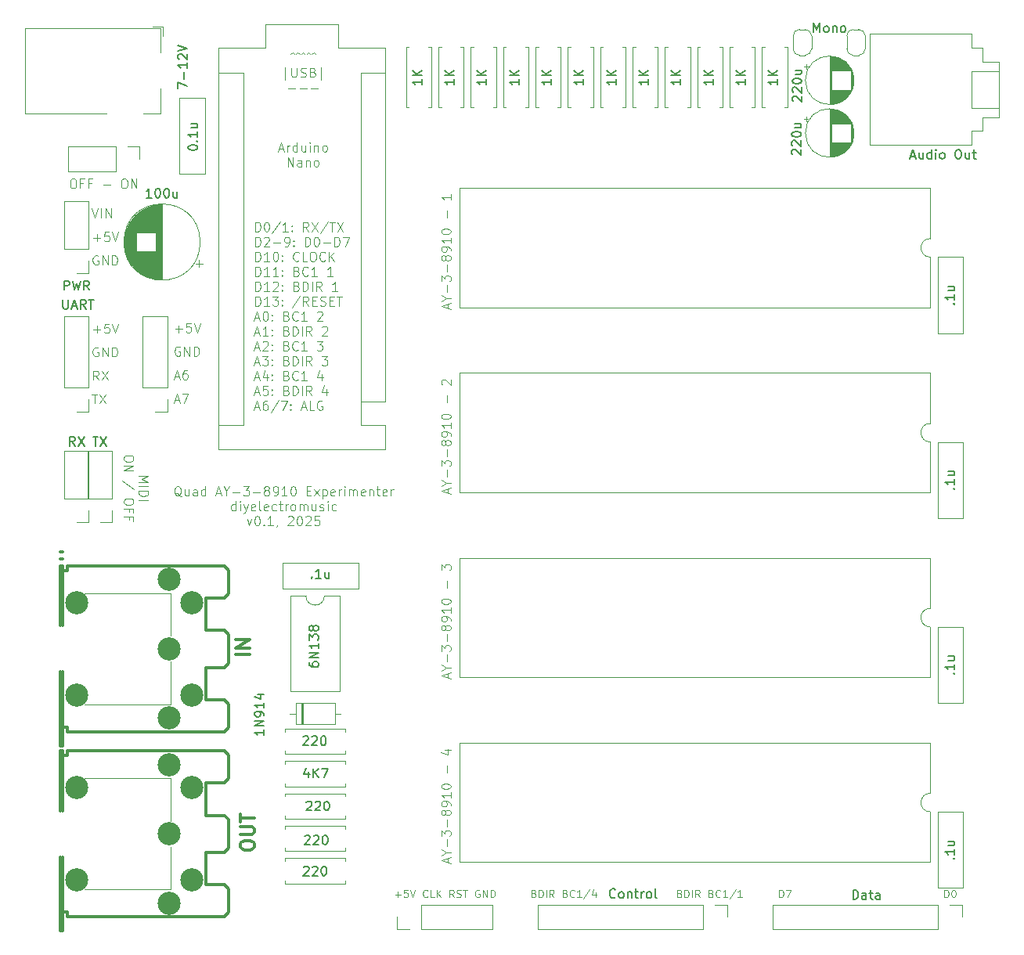
<source format=gbr>
%TF.GenerationSoftware,KiCad,Pcbnew,8.0.7*%
%TF.CreationDate,2025-07-29T19:22:15+01:00*%
%TF.ProjectId,AY-3-8910 Experimenter,41592d33-2d38-4393-9130-204578706572,rev?*%
%TF.SameCoordinates,Original*%
%TF.FileFunction,Legend,Top*%
%TF.FilePolarity,Positive*%
%FSLAX46Y46*%
G04 Gerber Fmt 4.6, Leading zero omitted, Abs format (unit mm)*
G04 Created by KiCad (PCBNEW 8.0.7) date 2025-07-29 19:22:15*
%MOMM*%
%LPD*%
G01*
G04 APERTURE LIST*
%ADD10C,0.100000*%
%ADD11C,0.150000*%
%ADD12C,0.304800*%
%ADD13C,0.120000*%
%ADD14C,2.499360*%
G04 APERTURE END LIST*
D10*
X92171704Y-81142856D02*
X92171704Y-80666666D01*
X92457419Y-81238094D02*
X91457419Y-80904761D01*
X91457419Y-80904761D02*
X92457419Y-80571428D01*
X91981228Y-80047618D02*
X92457419Y-80047618D01*
X91457419Y-80380951D02*
X91981228Y-80047618D01*
X91981228Y-80047618D02*
X91457419Y-79714285D01*
X92076466Y-79380951D02*
X92076466Y-78619047D01*
X91457419Y-78238094D02*
X91457419Y-77619047D01*
X91457419Y-77619047D02*
X91838371Y-77952380D01*
X91838371Y-77952380D02*
X91838371Y-77809523D01*
X91838371Y-77809523D02*
X91885990Y-77714285D01*
X91885990Y-77714285D02*
X91933609Y-77666666D01*
X91933609Y-77666666D02*
X92028847Y-77619047D01*
X92028847Y-77619047D02*
X92266942Y-77619047D01*
X92266942Y-77619047D02*
X92362180Y-77666666D01*
X92362180Y-77666666D02*
X92409800Y-77714285D01*
X92409800Y-77714285D02*
X92457419Y-77809523D01*
X92457419Y-77809523D02*
X92457419Y-78095237D01*
X92457419Y-78095237D02*
X92409800Y-78190475D01*
X92409800Y-78190475D02*
X92362180Y-78238094D01*
X92076466Y-77190475D02*
X92076466Y-76428571D01*
X91885990Y-75809523D02*
X91838371Y-75904761D01*
X91838371Y-75904761D02*
X91790752Y-75952380D01*
X91790752Y-75952380D02*
X91695514Y-75999999D01*
X91695514Y-75999999D02*
X91647895Y-75999999D01*
X91647895Y-75999999D02*
X91552657Y-75952380D01*
X91552657Y-75952380D02*
X91505038Y-75904761D01*
X91505038Y-75904761D02*
X91457419Y-75809523D01*
X91457419Y-75809523D02*
X91457419Y-75619047D01*
X91457419Y-75619047D02*
X91505038Y-75523809D01*
X91505038Y-75523809D02*
X91552657Y-75476190D01*
X91552657Y-75476190D02*
X91647895Y-75428571D01*
X91647895Y-75428571D02*
X91695514Y-75428571D01*
X91695514Y-75428571D02*
X91790752Y-75476190D01*
X91790752Y-75476190D02*
X91838371Y-75523809D01*
X91838371Y-75523809D02*
X91885990Y-75619047D01*
X91885990Y-75619047D02*
X91885990Y-75809523D01*
X91885990Y-75809523D02*
X91933609Y-75904761D01*
X91933609Y-75904761D02*
X91981228Y-75952380D01*
X91981228Y-75952380D02*
X92076466Y-75999999D01*
X92076466Y-75999999D02*
X92266942Y-75999999D01*
X92266942Y-75999999D02*
X92362180Y-75952380D01*
X92362180Y-75952380D02*
X92409800Y-75904761D01*
X92409800Y-75904761D02*
X92457419Y-75809523D01*
X92457419Y-75809523D02*
X92457419Y-75619047D01*
X92457419Y-75619047D02*
X92409800Y-75523809D01*
X92409800Y-75523809D02*
X92362180Y-75476190D01*
X92362180Y-75476190D02*
X92266942Y-75428571D01*
X92266942Y-75428571D02*
X92076466Y-75428571D01*
X92076466Y-75428571D02*
X91981228Y-75476190D01*
X91981228Y-75476190D02*
X91933609Y-75523809D01*
X91933609Y-75523809D02*
X91885990Y-75619047D01*
X92457419Y-74952380D02*
X92457419Y-74761904D01*
X92457419Y-74761904D02*
X92409800Y-74666666D01*
X92409800Y-74666666D02*
X92362180Y-74619047D01*
X92362180Y-74619047D02*
X92219323Y-74523809D01*
X92219323Y-74523809D02*
X92028847Y-74476190D01*
X92028847Y-74476190D02*
X91647895Y-74476190D01*
X91647895Y-74476190D02*
X91552657Y-74523809D01*
X91552657Y-74523809D02*
X91505038Y-74571428D01*
X91505038Y-74571428D02*
X91457419Y-74666666D01*
X91457419Y-74666666D02*
X91457419Y-74857142D01*
X91457419Y-74857142D02*
X91505038Y-74952380D01*
X91505038Y-74952380D02*
X91552657Y-74999999D01*
X91552657Y-74999999D02*
X91647895Y-75047618D01*
X91647895Y-75047618D02*
X91885990Y-75047618D01*
X91885990Y-75047618D02*
X91981228Y-74999999D01*
X91981228Y-74999999D02*
X92028847Y-74952380D01*
X92028847Y-74952380D02*
X92076466Y-74857142D01*
X92076466Y-74857142D02*
X92076466Y-74666666D01*
X92076466Y-74666666D02*
X92028847Y-74571428D01*
X92028847Y-74571428D02*
X91981228Y-74523809D01*
X91981228Y-74523809D02*
X91885990Y-74476190D01*
X92457419Y-73523809D02*
X92457419Y-74095237D01*
X92457419Y-73809523D02*
X91457419Y-73809523D01*
X91457419Y-73809523D02*
X91600276Y-73904761D01*
X91600276Y-73904761D02*
X91695514Y-73999999D01*
X91695514Y-73999999D02*
X91743133Y-74095237D01*
X91457419Y-72904761D02*
X91457419Y-72809523D01*
X91457419Y-72809523D02*
X91505038Y-72714285D01*
X91505038Y-72714285D02*
X91552657Y-72666666D01*
X91552657Y-72666666D02*
X91647895Y-72619047D01*
X91647895Y-72619047D02*
X91838371Y-72571428D01*
X91838371Y-72571428D02*
X92076466Y-72571428D01*
X92076466Y-72571428D02*
X92266942Y-72619047D01*
X92266942Y-72619047D02*
X92362180Y-72666666D01*
X92362180Y-72666666D02*
X92409800Y-72714285D01*
X92409800Y-72714285D02*
X92457419Y-72809523D01*
X92457419Y-72809523D02*
X92457419Y-72904761D01*
X92457419Y-72904761D02*
X92409800Y-72999999D01*
X92409800Y-72999999D02*
X92362180Y-73047618D01*
X92362180Y-73047618D02*
X92266942Y-73095237D01*
X92266942Y-73095237D02*
X92076466Y-73142856D01*
X92076466Y-73142856D02*
X91838371Y-73142856D01*
X91838371Y-73142856D02*
X91647895Y-73095237D01*
X91647895Y-73095237D02*
X91552657Y-73047618D01*
X91552657Y-73047618D02*
X91505038Y-72999999D01*
X91505038Y-72999999D02*
X91457419Y-72904761D01*
X92076466Y-71380951D02*
X92076466Y-70619047D01*
X92457419Y-68857142D02*
X92457419Y-69428570D01*
X92457419Y-69142856D02*
X91457419Y-69142856D01*
X91457419Y-69142856D02*
X91600276Y-69238094D01*
X91600276Y-69238094D02*
X91695514Y-69333332D01*
X91695514Y-69333332D02*
X91743133Y-69428570D01*
X92171704Y-101142856D02*
X92171704Y-100666666D01*
X92457419Y-101238094D02*
X91457419Y-100904761D01*
X91457419Y-100904761D02*
X92457419Y-100571428D01*
X91981228Y-100047618D02*
X92457419Y-100047618D01*
X91457419Y-100380951D02*
X91981228Y-100047618D01*
X91981228Y-100047618D02*
X91457419Y-99714285D01*
X92076466Y-99380951D02*
X92076466Y-98619047D01*
X91457419Y-98238094D02*
X91457419Y-97619047D01*
X91457419Y-97619047D02*
X91838371Y-97952380D01*
X91838371Y-97952380D02*
X91838371Y-97809523D01*
X91838371Y-97809523D02*
X91885990Y-97714285D01*
X91885990Y-97714285D02*
X91933609Y-97666666D01*
X91933609Y-97666666D02*
X92028847Y-97619047D01*
X92028847Y-97619047D02*
X92266942Y-97619047D01*
X92266942Y-97619047D02*
X92362180Y-97666666D01*
X92362180Y-97666666D02*
X92409800Y-97714285D01*
X92409800Y-97714285D02*
X92457419Y-97809523D01*
X92457419Y-97809523D02*
X92457419Y-98095237D01*
X92457419Y-98095237D02*
X92409800Y-98190475D01*
X92409800Y-98190475D02*
X92362180Y-98238094D01*
X92076466Y-97190475D02*
X92076466Y-96428571D01*
X91885990Y-95809523D02*
X91838371Y-95904761D01*
X91838371Y-95904761D02*
X91790752Y-95952380D01*
X91790752Y-95952380D02*
X91695514Y-95999999D01*
X91695514Y-95999999D02*
X91647895Y-95999999D01*
X91647895Y-95999999D02*
X91552657Y-95952380D01*
X91552657Y-95952380D02*
X91505038Y-95904761D01*
X91505038Y-95904761D02*
X91457419Y-95809523D01*
X91457419Y-95809523D02*
X91457419Y-95619047D01*
X91457419Y-95619047D02*
X91505038Y-95523809D01*
X91505038Y-95523809D02*
X91552657Y-95476190D01*
X91552657Y-95476190D02*
X91647895Y-95428571D01*
X91647895Y-95428571D02*
X91695514Y-95428571D01*
X91695514Y-95428571D02*
X91790752Y-95476190D01*
X91790752Y-95476190D02*
X91838371Y-95523809D01*
X91838371Y-95523809D02*
X91885990Y-95619047D01*
X91885990Y-95619047D02*
X91885990Y-95809523D01*
X91885990Y-95809523D02*
X91933609Y-95904761D01*
X91933609Y-95904761D02*
X91981228Y-95952380D01*
X91981228Y-95952380D02*
X92076466Y-95999999D01*
X92076466Y-95999999D02*
X92266942Y-95999999D01*
X92266942Y-95999999D02*
X92362180Y-95952380D01*
X92362180Y-95952380D02*
X92409800Y-95904761D01*
X92409800Y-95904761D02*
X92457419Y-95809523D01*
X92457419Y-95809523D02*
X92457419Y-95619047D01*
X92457419Y-95619047D02*
X92409800Y-95523809D01*
X92409800Y-95523809D02*
X92362180Y-95476190D01*
X92362180Y-95476190D02*
X92266942Y-95428571D01*
X92266942Y-95428571D02*
X92076466Y-95428571D01*
X92076466Y-95428571D02*
X91981228Y-95476190D01*
X91981228Y-95476190D02*
X91933609Y-95523809D01*
X91933609Y-95523809D02*
X91885990Y-95619047D01*
X92457419Y-94952380D02*
X92457419Y-94761904D01*
X92457419Y-94761904D02*
X92409800Y-94666666D01*
X92409800Y-94666666D02*
X92362180Y-94619047D01*
X92362180Y-94619047D02*
X92219323Y-94523809D01*
X92219323Y-94523809D02*
X92028847Y-94476190D01*
X92028847Y-94476190D02*
X91647895Y-94476190D01*
X91647895Y-94476190D02*
X91552657Y-94523809D01*
X91552657Y-94523809D02*
X91505038Y-94571428D01*
X91505038Y-94571428D02*
X91457419Y-94666666D01*
X91457419Y-94666666D02*
X91457419Y-94857142D01*
X91457419Y-94857142D02*
X91505038Y-94952380D01*
X91505038Y-94952380D02*
X91552657Y-94999999D01*
X91552657Y-94999999D02*
X91647895Y-95047618D01*
X91647895Y-95047618D02*
X91885990Y-95047618D01*
X91885990Y-95047618D02*
X91981228Y-94999999D01*
X91981228Y-94999999D02*
X92028847Y-94952380D01*
X92028847Y-94952380D02*
X92076466Y-94857142D01*
X92076466Y-94857142D02*
X92076466Y-94666666D01*
X92076466Y-94666666D02*
X92028847Y-94571428D01*
X92028847Y-94571428D02*
X91981228Y-94523809D01*
X91981228Y-94523809D02*
X91885990Y-94476190D01*
X92457419Y-93523809D02*
X92457419Y-94095237D01*
X92457419Y-93809523D02*
X91457419Y-93809523D01*
X91457419Y-93809523D02*
X91600276Y-93904761D01*
X91600276Y-93904761D02*
X91695514Y-93999999D01*
X91695514Y-93999999D02*
X91743133Y-94095237D01*
X91457419Y-92904761D02*
X91457419Y-92809523D01*
X91457419Y-92809523D02*
X91505038Y-92714285D01*
X91505038Y-92714285D02*
X91552657Y-92666666D01*
X91552657Y-92666666D02*
X91647895Y-92619047D01*
X91647895Y-92619047D02*
X91838371Y-92571428D01*
X91838371Y-92571428D02*
X92076466Y-92571428D01*
X92076466Y-92571428D02*
X92266942Y-92619047D01*
X92266942Y-92619047D02*
X92362180Y-92666666D01*
X92362180Y-92666666D02*
X92409800Y-92714285D01*
X92409800Y-92714285D02*
X92457419Y-92809523D01*
X92457419Y-92809523D02*
X92457419Y-92904761D01*
X92457419Y-92904761D02*
X92409800Y-92999999D01*
X92409800Y-92999999D02*
X92362180Y-93047618D01*
X92362180Y-93047618D02*
X92266942Y-93095237D01*
X92266942Y-93095237D02*
X92076466Y-93142856D01*
X92076466Y-93142856D02*
X91838371Y-93142856D01*
X91838371Y-93142856D02*
X91647895Y-93095237D01*
X91647895Y-93095237D02*
X91552657Y-93047618D01*
X91552657Y-93047618D02*
X91505038Y-92999999D01*
X91505038Y-92999999D02*
X91457419Y-92904761D01*
X92076466Y-91380951D02*
X92076466Y-90619047D01*
X91552657Y-89428570D02*
X91505038Y-89380951D01*
X91505038Y-89380951D02*
X91457419Y-89285713D01*
X91457419Y-89285713D02*
X91457419Y-89047618D01*
X91457419Y-89047618D02*
X91505038Y-88952380D01*
X91505038Y-88952380D02*
X91552657Y-88904761D01*
X91552657Y-88904761D02*
X91647895Y-88857142D01*
X91647895Y-88857142D02*
X91743133Y-88857142D01*
X91743133Y-88857142D02*
X91885990Y-88904761D01*
X91885990Y-88904761D02*
X92457419Y-89476189D01*
X92457419Y-89476189D02*
X92457419Y-88857142D01*
X101455952Y-144445847D02*
X101570238Y-144483942D01*
X101570238Y-144483942D02*
X101608333Y-144522038D01*
X101608333Y-144522038D02*
X101646429Y-144598228D01*
X101646429Y-144598228D02*
X101646429Y-144712514D01*
X101646429Y-144712514D02*
X101608333Y-144788704D01*
X101608333Y-144788704D02*
X101570238Y-144826800D01*
X101570238Y-144826800D02*
X101494048Y-144864895D01*
X101494048Y-144864895D02*
X101189286Y-144864895D01*
X101189286Y-144864895D02*
X101189286Y-144064895D01*
X101189286Y-144064895D02*
X101455952Y-144064895D01*
X101455952Y-144064895D02*
X101532143Y-144102990D01*
X101532143Y-144102990D02*
X101570238Y-144141085D01*
X101570238Y-144141085D02*
X101608333Y-144217276D01*
X101608333Y-144217276D02*
X101608333Y-144293466D01*
X101608333Y-144293466D02*
X101570238Y-144369657D01*
X101570238Y-144369657D02*
X101532143Y-144407752D01*
X101532143Y-144407752D02*
X101455952Y-144445847D01*
X101455952Y-144445847D02*
X101189286Y-144445847D01*
X101989286Y-144864895D02*
X101989286Y-144064895D01*
X101989286Y-144064895D02*
X102179762Y-144064895D01*
X102179762Y-144064895D02*
X102294048Y-144102990D01*
X102294048Y-144102990D02*
X102370238Y-144179180D01*
X102370238Y-144179180D02*
X102408333Y-144255371D01*
X102408333Y-144255371D02*
X102446429Y-144407752D01*
X102446429Y-144407752D02*
X102446429Y-144522038D01*
X102446429Y-144522038D02*
X102408333Y-144674419D01*
X102408333Y-144674419D02*
X102370238Y-144750609D01*
X102370238Y-144750609D02*
X102294048Y-144826800D01*
X102294048Y-144826800D02*
X102179762Y-144864895D01*
X102179762Y-144864895D02*
X101989286Y-144864895D01*
X102789286Y-144864895D02*
X102789286Y-144064895D01*
X103627381Y-144864895D02*
X103360714Y-144483942D01*
X103170238Y-144864895D02*
X103170238Y-144064895D01*
X103170238Y-144064895D02*
X103475000Y-144064895D01*
X103475000Y-144064895D02*
X103551190Y-144102990D01*
X103551190Y-144102990D02*
X103589285Y-144141085D01*
X103589285Y-144141085D02*
X103627381Y-144217276D01*
X103627381Y-144217276D02*
X103627381Y-144331561D01*
X103627381Y-144331561D02*
X103589285Y-144407752D01*
X103589285Y-144407752D02*
X103551190Y-144445847D01*
X103551190Y-144445847D02*
X103475000Y-144483942D01*
X103475000Y-144483942D02*
X103170238Y-144483942D01*
X104846428Y-144445847D02*
X104960714Y-144483942D01*
X104960714Y-144483942D02*
X104998809Y-144522038D01*
X104998809Y-144522038D02*
X105036905Y-144598228D01*
X105036905Y-144598228D02*
X105036905Y-144712514D01*
X105036905Y-144712514D02*
X104998809Y-144788704D01*
X104998809Y-144788704D02*
X104960714Y-144826800D01*
X104960714Y-144826800D02*
X104884524Y-144864895D01*
X104884524Y-144864895D02*
X104579762Y-144864895D01*
X104579762Y-144864895D02*
X104579762Y-144064895D01*
X104579762Y-144064895D02*
X104846428Y-144064895D01*
X104846428Y-144064895D02*
X104922619Y-144102990D01*
X104922619Y-144102990D02*
X104960714Y-144141085D01*
X104960714Y-144141085D02*
X104998809Y-144217276D01*
X104998809Y-144217276D02*
X104998809Y-144293466D01*
X104998809Y-144293466D02*
X104960714Y-144369657D01*
X104960714Y-144369657D02*
X104922619Y-144407752D01*
X104922619Y-144407752D02*
X104846428Y-144445847D01*
X104846428Y-144445847D02*
X104579762Y-144445847D01*
X105836905Y-144788704D02*
X105798809Y-144826800D01*
X105798809Y-144826800D02*
X105684524Y-144864895D01*
X105684524Y-144864895D02*
X105608333Y-144864895D01*
X105608333Y-144864895D02*
X105494047Y-144826800D01*
X105494047Y-144826800D02*
X105417857Y-144750609D01*
X105417857Y-144750609D02*
X105379762Y-144674419D01*
X105379762Y-144674419D02*
X105341666Y-144522038D01*
X105341666Y-144522038D02*
X105341666Y-144407752D01*
X105341666Y-144407752D02*
X105379762Y-144255371D01*
X105379762Y-144255371D02*
X105417857Y-144179180D01*
X105417857Y-144179180D02*
X105494047Y-144102990D01*
X105494047Y-144102990D02*
X105608333Y-144064895D01*
X105608333Y-144064895D02*
X105684524Y-144064895D01*
X105684524Y-144064895D02*
X105798809Y-144102990D01*
X105798809Y-144102990D02*
X105836905Y-144141085D01*
X106598809Y-144864895D02*
X106141666Y-144864895D01*
X106370238Y-144864895D02*
X106370238Y-144064895D01*
X106370238Y-144064895D02*
X106294047Y-144179180D01*
X106294047Y-144179180D02*
X106217857Y-144255371D01*
X106217857Y-144255371D02*
X106141666Y-144293466D01*
X107513095Y-144026800D02*
X106827381Y-145055371D01*
X108122619Y-144331561D02*
X108122619Y-144864895D01*
X107932143Y-144026800D02*
X107741666Y-144598228D01*
X107741666Y-144598228D02*
X108236905Y-144598228D01*
X117230952Y-144445847D02*
X117345238Y-144483942D01*
X117345238Y-144483942D02*
X117383333Y-144522038D01*
X117383333Y-144522038D02*
X117421429Y-144598228D01*
X117421429Y-144598228D02*
X117421429Y-144712514D01*
X117421429Y-144712514D02*
X117383333Y-144788704D01*
X117383333Y-144788704D02*
X117345238Y-144826800D01*
X117345238Y-144826800D02*
X117269048Y-144864895D01*
X117269048Y-144864895D02*
X116964286Y-144864895D01*
X116964286Y-144864895D02*
X116964286Y-144064895D01*
X116964286Y-144064895D02*
X117230952Y-144064895D01*
X117230952Y-144064895D02*
X117307143Y-144102990D01*
X117307143Y-144102990D02*
X117345238Y-144141085D01*
X117345238Y-144141085D02*
X117383333Y-144217276D01*
X117383333Y-144217276D02*
X117383333Y-144293466D01*
X117383333Y-144293466D02*
X117345238Y-144369657D01*
X117345238Y-144369657D02*
X117307143Y-144407752D01*
X117307143Y-144407752D02*
X117230952Y-144445847D01*
X117230952Y-144445847D02*
X116964286Y-144445847D01*
X117764286Y-144864895D02*
X117764286Y-144064895D01*
X117764286Y-144064895D02*
X117954762Y-144064895D01*
X117954762Y-144064895D02*
X118069048Y-144102990D01*
X118069048Y-144102990D02*
X118145238Y-144179180D01*
X118145238Y-144179180D02*
X118183333Y-144255371D01*
X118183333Y-144255371D02*
X118221429Y-144407752D01*
X118221429Y-144407752D02*
X118221429Y-144522038D01*
X118221429Y-144522038D02*
X118183333Y-144674419D01*
X118183333Y-144674419D02*
X118145238Y-144750609D01*
X118145238Y-144750609D02*
X118069048Y-144826800D01*
X118069048Y-144826800D02*
X117954762Y-144864895D01*
X117954762Y-144864895D02*
X117764286Y-144864895D01*
X118564286Y-144864895D02*
X118564286Y-144064895D01*
X119402381Y-144864895D02*
X119135714Y-144483942D01*
X118945238Y-144864895D02*
X118945238Y-144064895D01*
X118945238Y-144064895D02*
X119250000Y-144064895D01*
X119250000Y-144064895D02*
X119326190Y-144102990D01*
X119326190Y-144102990D02*
X119364285Y-144141085D01*
X119364285Y-144141085D02*
X119402381Y-144217276D01*
X119402381Y-144217276D02*
X119402381Y-144331561D01*
X119402381Y-144331561D02*
X119364285Y-144407752D01*
X119364285Y-144407752D02*
X119326190Y-144445847D01*
X119326190Y-144445847D02*
X119250000Y-144483942D01*
X119250000Y-144483942D02*
X118945238Y-144483942D01*
X120621428Y-144445847D02*
X120735714Y-144483942D01*
X120735714Y-144483942D02*
X120773809Y-144522038D01*
X120773809Y-144522038D02*
X120811905Y-144598228D01*
X120811905Y-144598228D02*
X120811905Y-144712514D01*
X120811905Y-144712514D02*
X120773809Y-144788704D01*
X120773809Y-144788704D02*
X120735714Y-144826800D01*
X120735714Y-144826800D02*
X120659524Y-144864895D01*
X120659524Y-144864895D02*
X120354762Y-144864895D01*
X120354762Y-144864895D02*
X120354762Y-144064895D01*
X120354762Y-144064895D02*
X120621428Y-144064895D01*
X120621428Y-144064895D02*
X120697619Y-144102990D01*
X120697619Y-144102990D02*
X120735714Y-144141085D01*
X120735714Y-144141085D02*
X120773809Y-144217276D01*
X120773809Y-144217276D02*
X120773809Y-144293466D01*
X120773809Y-144293466D02*
X120735714Y-144369657D01*
X120735714Y-144369657D02*
X120697619Y-144407752D01*
X120697619Y-144407752D02*
X120621428Y-144445847D01*
X120621428Y-144445847D02*
X120354762Y-144445847D01*
X121611905Y-144788704D02*
X121573809Y-144826800D01*
X121573809Y-144826800D02*
X121459524Y-144864895D01*
X121459524Y-144864895D02*
X121383333Y-144864895D01*
X121383333Y-144864895D02*
X121269047Y-144826800D01*
X121269047Y-144826800D02*
X121192857Y-144750609D01*
X121192857Y-144750609D02*
X121154762Y-144674419D01*
X121154762Y-144674419D02*
X121116666Y-144522038D01*
X121116666Y-144522038D02*
X121116666Y-144407752D01*
X121116666Y-144407752D02*
X121154762Y-144255371D01*
X121154762Y-144255371D02*
X121192857Y-144179180D01*
X121192857Y-144179180D02*
X121269047Y-144102990D01*
X121269047Y-144102990D02*
X121383333Y-144064895D01*
X121383333Y-144064895D02*
X121459524Y-144064895D01*
X121459524Y-144064895D02*
X121573809Y-144102990D01*
X121573809Y-144102990D02*
X121611905Y-144141085D01*
X122373809Y-144864895D02*
X121916666Y-144864895D01*
X122145238Y-144864895D02*
X122145238Y-144064895D01*
X122145238Y-144064895D02*
X122069047Y-144179180D01*
X122069047Y-144179180D02*
X121992857Y-144255371D01*
X121992857Y-144255371D02*
X121916666Y-144293466D01*
X123288095Y-144026800D02*
X122602381Y-145055371D01*
X123973809Y-144864895D02*
X123516666Y-144864895D01*
X123745238Y-144864895D02*
X123745238Y-144064895D01*
X123745238Y-144064895D02*
X123669047Y-144179180D01*
X123669047Y-144179180D02*
X123592857Y-144255371D01*
X123592857Y-144255371D02*
X123516666Y-144293466D01*
X58747552Y-99290477D02*
X59747552Y-99290477D01*
X59747552Y-99290477D02*
X59033267Y-99623810D01*
X59033267Y-99623810D02*
X59747552Y-99957143D01*
X59747552Y-99957143D02*
X58747552Y-99957143D01*
X58747552Y-100433334D02*
X59747552Y-100433334D01*
X58747552Y-100909524D02*
X59747552Y-100909524D01*
X59747552Y-100909524D02*
X59747552Y-101147619D01*
X59747552Y-101147619D02*
X59699933Y-101290476D01*
X59699933Y-101290476D02*
X59604695Y-101385714D01*
X59604695Y-101385714D02*
X59509457Y-101433333D01*
X59509457Y-101433333D02*
X59318981Y-101480952D01*
X59318981Y-101480952D02*
X59176124Y-101480952D01*
X59176124Y-101480952D02*
X58985648Y-101433333D01*
X58985648Y-101433333D02*
X58890410Y-101385714D01*
X58890410Y-101385714D02*
X58795172Y-101290476D01*
X58795172Y-101290476D02*
X58747552Y-101147619D01*
X58747552Y-101147619D02*
X58747552Y-100909524D01*
X58747552Y-101909524D02*
X59747552Y-101909524D01*
X58137608Y-97314285D02*
X58137608Y-97504761D01*
X58137608Y-97504761D02*
X58089989Y-97599999D01*
X58089989Y-97599999D02*
X57994751Y-97695237D01*
X57994751Y-97695237D02*
X57804275Y-97742856D01*
X57804275Y-97742856D02*
X57470942Y-97742856D01*
X57470942Y-97742856D02*
X57280466Y-97695237D01*
X57280466Y-97695237D02*
X57185228Y-97599999D01*
X57185228Y-97599999D02*
X57137608Y-97504761D01*
X57137608Y-97504761D02*
X57137608Y-97314285D01*
X57137608Y-97314285D02*
X57185228Y-97219047D01*
X57185228Y-97219047D02*
X57280466Y-97123809D01*
X57280466Y-97123809D02*
X57470942Y-97076190D01*
X57470942Y-97076190D02*
X57804275Y-97076190D01*
X57804275Y-97076190D02*
X57994751Y-97123809D01*
X57994751Y-97123809D02*
X58089989Y-97219047D01*
X58089989Y-97219047D02*
X58137608Y-97314285D01*
X57137608Y-98171428D02*
X58137608Y-98171428D01*
X58137608Y-98171428D02*
X57137608Y-98742856D01*
X57137608Y-98742856D02*
X58137608Y-98742856D01*
X58185228Y-100695237D02*
X56899513Y-99838095D01*
X58137608Y-101980952D02*
X58137608Y-102171428D01*
X58137608Y-102171428D02*
X58089989Y-102266666D01*
X58089989Y-102266666D02*
X57994751Y-102361904D01*
X57994751Y-102361904D02*
X57804275Y-102409523D01*
X57804275Y-102409523D02*
X57470942Y-102409523D01*
X57470942Y-102409523D02*
X57280466Y-102361904D01*
X57280466Y-102361904D02*
X57185228Y-102266666D01*
X57185228Y-102266666D02*
X57137608Y-102171428D01*
X57137608Y-102171428D02*
X57137608Y-101980952D01*
X57137608Y-101980952D02*
X57185228Y-101885714D01*
X57185228Y-101885714D02*
X57280466Y-101790476D01*
X57280466Y-101790476D02*
X57470942Y-101742857D01*
X57470942Y-101742857D02*
X57804275Y-101742857D01*
X57804275Y-101742857D02*
X57994751Y-101790476D01*
X57994751Y-101790476D02*
X58089989Y-101885714D01*
X58089989Y-101885714D02*
X58137608Y-101980952D01*
X57661418Y-103171428D02*
X57661418Y-102838095D01*
X57137608Y-102838095D02*
X58137608Y-102838095D01*
X58137608Y-102838095D02*
X58137608Y-103314285D01*
X57661418Y-104028571D02*
X57661418Y-103695238D01*
X57137608Y-103695238D02*
X58137608Y-103695238D01*
X58137608Y-103695238D02*
X58137608Y-104171428D01*
X53803884Y-73536466D02*
X54565789Y-73536466D01*
X54184836Y-73917419D02*
X54184836Y-73155514D01*
X55518169Y-72917419D02*
X55041979Y-72917419D01*
X55041979Y-72917419D02*
X54994360Y-73393609D01*
X54994360Y-73393609D02*
X55041979Y-73345990D01*
X55041979Y-73345990D02*
X55137217Y-73298371D01*
X55137217Y-73298371D02*
X55375312Y-73298371D01*
X55375312Y-73298371D02*
X55470550Y-73345990D01*
X55470550Y-73345990D02*
X55518169Y-73393609D01*
X55518169Y-73393609D02*
X55565788Y-73488847D01*
X55565788Y-73488847D02*
X55565788Y-73726942D01*
X55565788Y-73726942D02*
X55518169Y-73822180D01*
X55518169Y-73822180D02*
X55470550Y-73869800D01*
X55470550Y-73869800D02*
X55375312Y-73917419D01*
X55375312Y-73917419D02*
X55137217Y-73917419D01*
X55137217Y-73917419D02*
X55041979Y-73869800D01*
X55041979Y-73869800D02*
X54994360Y-73822180D01*
X55851503Y-72917419D02*
X56184836Y-73917419D01*
X56184836Y-73917419D02*
X56518169Y-72917419D01*
X92171704Y-121142856D02*
X92171704Y-120666666D01*
X92457419Y-121238094D02*
X91457419Y-120904761D01*
X91457419Y-120904761D02*
X92457419Y-120571428D01*
X91981228Y-120047618D02*
X92457419Y-120047618D01*
X91457419Y-120380951D02*
X91981228Y-120047618D01*
X91981228Y-120047618D02*
X91457419Y-119714285D01*
X92076466Y-119380951D02*
X92076466Y-118619047D01*
X91457419Y-118238094D02*
X91457419Y-117619047D01*
X91457419Y-117619047D02*
X91838371Y-117952380D01*
X91838371Y-117952380D02*
X91838371Y-117809523D01*
X91838371Y-117809523D02*
X91885990Y-117714285D01*
X91885990Y-117714285D02*
X91933609Y-117666666D01*
X91933609Y-117666666D02*
X92028847Y-117619047D01*
X92028847Y-117619047D02*
X92266942Y-117619047D01*
X92266942Y-117619047D02*
X92362180Y-117666666D01*
X92362180Y-117666666D02*
X92409800Y-117714285D01*
X92409800Y-117714285D02*
X92457419Y-117809523D01*
X92457419Y-117809523D02*
X92457419Y-118095237D01*
X92457419Y-118095237D02*
X92409800Y-118190475D01*
X92409800Y-118190475D02*
X92362180Y-118238094D01*
X92076466Y-117190475D02*
X92076466Y-116428571D01*
X91885990Y-115809523D02*
X91838371Y-115904761D01*
X91838371Y-115904761D02*
X91790752Y-115952380D01*
X91790752Y-115952380D02*
X91695514Y-115999999D01*
X91695514Y-115999999D02*
X91647895Y-115999999D01*
X91647895Y-115999999D02*
X91552657Y-115952380D01*
X91552657Y-115952380D02*
X91505038Y-115904761D01*
X91505038Y-115904761D02*
X91457419Y-115809523D01*
X91457419Y-115809523D02*
X91457419Y-115619047D01*
X91457419Y-115619047D02*
X91505038Y-115523809D01*
X91505038Y-115523809D02*
X91552657Y-115476190D01*
X91552657Y-115476190D02*
X91647895Y-115428571D01*
X91647895Y-115428571D02*
X91695514Y-115428571D01*
X91695514Y-115428571D02*
X91790752Y-115476190D01*
X91790752Y-115476190D02*
X91838371Y-115523809D01*
X91838371Y-115523809D02*
X91885990Y-115619047D01*
X91885990Y-115619047D02*
X91885990Y-115809523D01*
X91885990Y-115809523D02*
X91933609Y-115904761D01*
X91933609Y-115904761D02*
X91981228Y-115952380D01*
X91981228Y-115952380D02*
X92076466Y-115999999D01*
X92076466Y-115999999D02*
X92266942Y-115999999D01*
X92266942Y-115999999D02*
X92362180Y-115952380D01*
X92362180Y-115952380D02*
X92409800Y-115904761D01*
X92409800Y-115904761D02*
X92457419Y-115809523D01*
X92457419Y-115809523D02*
X92457419Y-115619047D01*
X92457419Y-115619047D02*
X92409800Y-115523809D01*
X92409800Y-115523809D02*
X92362180Y-115476190D01*
X92362180Y-115476190D02*
X92266942Y-115428571D01*
X92266942Y-115428571D02*
X92076466Y-115428571D01*
X92076466Y-115428571D02*
X91981228Y-115476190D01*
X91981228Y-115476190D02*
X91933609Y-115523809D01*
X91933609Y-115523809D02*
X91885990Y-115619047D01*
X92457419Y-114952380D02*
X92457419Y-114761904D01*
X92457419Y-114761904D02*
X92409800Y-114666666D01*
X92409800Y-114666666D02*
X92362180Y-114619047D01*
X92362180Y-114619047D02*
X92219323Y-114523809D01*
X92219323Y-114523809D02*
X92028847Y-114476190D01*
X92028847Y-114476190D02*
X91647895Y-114476190D01*
X91647895Y-114476190D02*
X91552657Y-114523809D01*
X91552657Y-114523809D02*
X91505038Y-114571428D01*
X91505038Y-114571428D02*
X91457419Y-114666666D01*
X91457419Y-114666666D02*
X91457419Y-114857142D01*
X91457419Y-114857142D02*
X91505038Y-114952380D01*
X91505038Y-114952380D02*
X91552657Y-114999999D01*
X91552657Y-114999999D02*
X91647895Y-115047618D01*
X91647895Y-115047618D02*
X91885990Y-115047618D01*
X91885990Y-115047618D02*
X91981228Y-114999999D01*
X91981228Y-114999999D02*
X92028847Y-114952380D01*
X92028847Y-114952380D02*
X92076466Y-114857142D01*
X92076466Y-114857142D02*
X92076466Y-114666666D01*
X92076466Y-114666666D02*
X92028847Y-114571428D01*
X92028847Y-114571428D02*
X91981228Y-114523809D01*
X91981228Y-114523809D02*
X91885990Y-114476190D01*
X92457419Y-113523809D02*
X92457419Y-114095237D01*
X92457419Y-113809523D02*
X91457419Y-113809523D01*
X91457419Y-113809523D02*
X91600276Y-113904761D01*
X91600276Y-113904761D02*
X91695514Y-113999999D01*
X91695514Y-113999999D02*
X91743133Y-114095237D01*
X91457419Y-112904761D02*
X91457419Y-112809523D01*
X91457419Y-112809523D02*
X91505038Y-112714285D01*
X91505038Y-112714285D02*
X91552657Y-112666666D01*
X91552657Y-112666666D02*
X91647895Y-112619047D01*
X91647895Y-112619047D02*
X91838371Y-112571428D01*
X91838371Y-112571428D02*
X92076466Y-112571428D01*
X92076466Y-112571428D02*
X92266942Y-112619047D01*
X92266942Y-112619047D02*
X92362180Y-112666666D01*
X92362180Y-112666666D02*
X92409800Y-112714285D01*
X92409800Y-112714285D02*
X92457419Y-112809523D01*
X92457419Y-112809523D02*
X92457419Y-112904761D01*
X92457419Y-112904761D02*
X92409800Y-112999999D01*
X92409800Y-112999999D02*
X92362180Y-113047618D01*
X92362180Y-113047618D02*
X92266942Y-113095237D01*
X92266942Y-113095237D02*
X92076466Y-113142856D01*
X92076466Y-113142856D02*
X91838371Y-113142856D01*
X91838371Y-113142856D02*
X91647895Y-113095237D01*
X91647895Y-113095237D02*
X91552657Y-113047618D01*
X91552657Y-113047618D02*
X91505038Y-112999999D01*
X91505038Y-112999999D02*
X91457419Y-112904761D01*
X92076466Y-111380951D02*
X92076466Y-110619047D01*
X91457419Y-109476189D02*
X91457419Y-108857142D01*
X91457419Y-108857142D02*
X91838371Y-109190475D01*
X91838371Y-109190475D02*
X91838371Y-109047618D01*
X91838371Y-109047618D02*
X91885990Y-108952380D01*
X91885990Y-108952380D02*
X91933609Y-108904761D01*
X91933609Y-108904761D02*
X92028847Y-108857142D01*
X92028847Y-108857142D02*
X92266942Y-108857142D01*
X92266942Y-108857142D02*
X92362180Y-108904761D01*
X92362180Y-108904761D02*
X92409800Y-108952380D01*
X92409800Y-108952380D02*
X92457419Y-109047618D01*
X92457419Y-109047618D02*
X92457419Y-109333332D01*
X92457419Y-109333332D02*
X92409800Y-109428570D01*
X92409800Y-109428570D02*
X92362180Y-109476189D01*
X63177693Y-85350038D02*
X63082455Y-85302419D01*
X63082455Y-85302419D02*
X62939598Y-85302419D01*
X62939598Y-85302419D02*
X62796741Y-85350038D01*
X62796741Y-85350038D02*
X62701503Y-85445276D01*
X62701503Y-85445276D02*
X62653884Y-85540514D01*
X62653884Y-85540514D02*
X62606265Y-85730990D01*
X62606265Y-85730990D02*
X62606265Y-85873847D01*
X62606265Y-85873847D02*
X62653884Y-86064323D01*
X62653884Y-86064323D02*
X62701503Y-86159561D01*
X62701503Y-86159561D02*
X62796741Y-86254800D01*
X62796741Y-86254800D02*
X62939598Y-86302419D01*
X62939598Y-86302419D02*
X63034836Y-86302419D01*
X63034836Y-86302419D02*
X63177693Y-86254800D01*
X63177693Y-86254800D02*
X63225312Y-86207180D01*
X63225312Y-86207180D02*
X63225312Y-85873847D01*
X63225312Y-85873847D02*
X63034836Y-85873847D01*
X63653884Y-86302419D02*
X63653884Y-85302419D01*
X63653884Y-85302419D02*
X64225312Y-86302419D01*
X64225312Y-86302419D02*
X64225312Y-85302419D01*
X64701503Y-86302419D02*
X64701503Y-85302419D01*
X64701503Y-85302419D02*
X64939598Y-85302419D01*
X64939598Y-85302419D02*
X65082455Y-85350038D01*
X65082455Y-85350038D02*
X65177693Y-85445276D01*
X65177693Y-85445276D02*
X65225312Y-85540514D01*
X65225312Y-85540514D02*
X65272931Y-85730990D01*
X65272931Y-85730990D02*
X65272931Y-85873847D01*
X65272931Y-85873847D02*
X65225312Y-86064323D01*
X65225312Y-86064323D02*
X65177693Y-86159561D01*
X65177693Y-86159561D02*
X65082455Y-86254800D01*
X65082455Y-86254800D02*
X64939598Y-86302419D01*
X64939598Y-86302419D02*
X64701503Y-86302419D01*
X54327693Y-85425038D02*
X54232455Y-85377419D01*
X54232455Y-85377419D02*
X54089598Y-85377419D01*
X54089598Y-85377419D02*
X53946741Y-85425038D01*
X53946741Y-85425038D02*
X53851503Y-85520276D01*
X53851503Y-85520276D02*
X53803884Y-85615514D01*
X53803884Y-85615514D02*
X53756265Y-85805990D01*
X53756265Y-85805990D02*
X53756265Y-85948847D01*
X53756265Y-85948847D02*
X53803884Y-86139323D01*
X53803884Y-86139323D02*
X53851503Y-86234561D01*
X53851503Y-86234561D02*
X53946741Y-86329800D01*
X53946741Y-86329800D02*
X54089598Y-86377419D01*
X54089598Y-86377419D02*
X54184836Y-86377419D01*
X54184836Y-86377419D02*
X54327693Y-86329800D01*
X54327693Y-86329800D02*
X54375312Y-86282180D01*
X54375312Y-86282180D02*
X54375312Y-85948847D01*
X54375312Y-85948847D02*
X54184836Y-85948847D01*
X54803884Y-86377419D02*
X54803884Y-85377419D01*
X54803884Y-85377419D02*
X55375312Y-86377419D01*
X55375312Y-86377419D02*
X55375312Y-85377419D01*
X55851503Y-86377419D02*
X55851503Y-85377419D01*
X55851503Y-85377419D02*
X56089598Y-85377419D01*
X56089598Y-85377419D02*
X56232455Y-85425038D01*
X56232455Y-85425038D02*
X56327693Y-85520276D01*
X56327693Y-85520276D02*
X56375312Y-85615514D01*
X56375312Y-85615514D02*
X56422931Y-85805990D01*
X56422931Y-85805990D02*
X56422931Y-85948847D01*
X56422931Y-85948847D02*
X56375312Y-86139323D01*
X56375312Y-86139323D02*
X56327693Y-86234561D01*
X56327693Y-86234561D02*
X56232455Y-86329800D01*
X56232455Y-86329800D02*
X56089598Y-86377419D01*
X56089598Y-86377419D02*
X55851503Y-86377419D01*
X62653884Y-83381466D02*
X63415789Y-83381466D01*
X63034836Y-83762419D02*
X63034836Y-83000514D01*
X64368169Y-82762419D02*
X63891979Y-82762419D01*
X63891979Y-82762419D02*
X63844360Y-83238609D01*
X63844360Y-83238609D02*
X63891979Y-83190990D01*
X63891979Y-83190990D02*
X63987217Y-83143371D01*
X63987217Y-83143371D02*
X64225312Y-83143371D01*
X64225312Y-83143371D02*
X64320550Y-83190990D01*
X64320550Y-83190990D02*
X64368169Y-83238609D01*
X64368169Y-83238609D02*
X64415788Y-83333847D01*
X64415788Y-83333847D02*
X64415788Y-83571942D01*
X64415788Y-83571942D02*
X64368169Y-83667180D01*
X64368169Y-83667180D02*
X64320550Y-83714800D01*
X64320550Y-83714800D02*
X64225312Y-83762419D01*
X64225312Y-83762419D02*
X63987217Y-83762419D01*
X63987217Y-83762419D02*
X63891979Y-83714800D01*
X63891979Y-83714800D02*
X63844360Y-83667180D01*
X64701503Y-82762419D02*
X65034836Y-83762419D01*
X65034836Y-83762419D02*
X65368169Y-82762419D01*
X86453571Y-144560133D02*
X87063095Y-144560133D01*
X86758333Y-144864895D02*
X86758333Y-144255371D01*
X87824999Y-144064895D02*
X87444047Y-144064895D01*
X87444047Y-144064895D02*
X87405951Y-144445847D01*
X87405951Y-144445847D02*
X87444047Y-144407752D01*
X87444047Y-144407752D02*
X87520237Y-144369657D01*
X87520237Y-144369657D02*
X87710713Y-144369657D01*
X87710713Y-144369657D02*
X87786904Y-144407752D01*
X87786904Y-144407752D02*
X87824999Y-144445847D01*
X87824999Y-144445847D02*
X87863094Y-144522038D01*
X87863094Y-144522038D02*
X87863094Y-144712514D01*
X87863094Y-144712514D02*
X87824999Y-144788704D01*
X87824999Y-144788704D02*
X87786904Y-144826800D01*
X87786904Y-144826800D02*
X87710713Y-144864895D01*
X87710713Y-144864895D02*
X87520237Y-144864895D01*
X87520237Y-144864895D02*
X87444047Y-144826800D01*
X87444047Y-144826800D02*
X87405951Y-144788704D01*
X88091666Y-144064895D02*
X88358333Y-144864895D01*
X88358333Y-144864895D02*
X88624999Y-144064895D01*
X89958333Y-144788704D02*
X89920237Y-144826800D01*
X89920237Y-144826800D02*
X89805952Y-144864895D01*
X89805952Y-144864895D02*
X89729761Y-144864895D01*
X89729761Y-144864895D02*
X89615475Y-144826800D01*
X89615475Y-144826800D02*
X89539285Y-144750609D01*
X89539285Y-144750609D02*
X89501190Y-144674419D01*
X89501190Y-144674419D02*
X89463094Y-144522038D01*
X89463094Y-144522038D02*
X89463094Y-144407752D01*
X89463094Y-144407752D02*
X89501190Y-144255371D01*
X89501190Y-144255371D02*
X89539285Y-144179180D01*
X89539285Y-144179180D02*
X89615475Y-144102990D01*
X89615475Y-144102990D02*
X89729761Y-144064895D01*
X89729761Y-144064895D02*
X89805952Y-144064895D01*
X89805952Y-144064895D02*
X89920237Y-144102990D01*
X89920237Y-144102990D02*
X89958333Y-144141085D01*
X90682142Y-144864895D02*
X90301190Y-144864895D01*
X90301190Y-144864895D02*
X90301190Y-144064895D01*
X90948809Y-144864895D02*
X90948809Y-144064895D01*
X91405952Y-144864895D02*
X91063094Y-144407752D01*
X91405952Y-144064895D02*
X90948809Y-144522038D01*
X92815476Y-144864895D02*
X92548809Y-144483942D01*
X92358333Y-144864895D02*
X92358333Y-144064895D01*
X92358333Y-144064895D02*
X92663095Y-144064895D01*
X92663095Y-144064895D02*
X92739285Y-144102990D01*
X92739285Y-144102990D02*
X92777380Y-144141085D01*
X92777380Y-144141085D02*
X92815476Y-144217276D01*
X92815476Y-144217276D02*
X92815476Y-144331561D01*
X92815476Y-144331561D02*
X92777380Y-144407752D01*
X92777380Y-144407752D02*
X92739285Y-144445847D01*
X92739285Y-144445847D02*
X92663095Y-144483942D01*
X92663095Y-144483942D02*
X92358333Y-144483942D01*
X93120237Y-144826800D02*
X93234523Y-144864895D01*
X93234523Y-144864895D02*
X93424999Y-144864895D01*
X93424999Y-144864895D02*
X93501190Y-144826800D01*
X93501190Y-144826800D02*
X93539285Y-144788704D01*
X93539285Y-144788704D02*
X93577380Y-144712514D01*
X93577380Y-144712514D02*
X93577380Y-144636323D01*
X93577380Y-144636323D02*
X93539285Y-144560133D01*
X93539285Y-144560133D02*
X93501190Y-144522038D01*
X93501190Y-144522038D02*
X93424999Y-144483942D01*
X93424999Y-144483942D02*
X93272618Y-144445847D01*
X93272618Y-144445847D02*
X93196428Y-144407752D01*
X93196428Y-144407752D02*
X93158333Y-144369657D01*
X93158333Y-144369657D02*
X93120237Y-144293466D01*
X93120237Y-144293466D02*
X93120237Y-144217276D01*
X93120237Y-144217276D02*
X93158333Y-144141085D01*
X93158333Y-144141085D02*
X93196428Y-144102990D01*
X93196428Y-144102990D02*
X93272618Y-144064895D01*
X93272618Y-144064895D02*
X93463095Y-144064895D01*
X93463095Y-144064895D02*
X93577380Y-144102990D01*
X93805952Y-144064895D02*
X94263095Y-144064895D01*
X94034523Y-144864895D02*
X94034523Y-144064895D01*
X95558333Y-144102990D02*
X95482143Y-144064895D01*
X95482143Y-144064895D02*
X95367857Y-144064895D01*
X95367857Y-144064895D02*
X95253571Y-144102990D01*
X95253571Y-144102990D02*
X95177381Y-144179180D01*
X95177381Y-144179180D02*
X95139286Y-144255371D01*
X95139286Y-144255371D02*
X95101190Y-144407752D01*
X95101190Y-144407752D02*
X95101190Y-144522038D01*
X95101190Y-144522038D02*
X95139286Y-144674419D01*
X95139286Y-144674419D02*
X95177381Y-144750609D01*
X95177381Y-144750609D02*
X95253571Y-144826800D01*
X95253571Y-144826800D02*
X95367857Y-144864895D01*
X95367857Y-144864895D02*
X95444048Y-144864895D01*
X95444048Y-144864895D02*
X95558333Y-144826800D01*
X95558333Y-144826800D02*
X95596429Y-144788704D01*
X95596429Y-144788704D02*
X95596429Y-144522038D01*
X95596429Y-144522038D02*
X95444048Y-144522038D01*
X95939286Y-144864895D02*
X95939286Y-144064895D01*
X95939286Y-144064895D02*
X96396429Y-144864895D01*
X96396429Y-144864895D02*
X96396429Y-144064895D01*
X96777381Y-144864895D02*
X96777381Y-144064895D01*
X96777381Y-144064895D02*
X96967857Y-144064895D01*
X96967857Y-144064895D02*
X97082143Y-144102990D01*
X97082143Y-144102990D02*
X97158333Y-144179180D01*
X97158333Y-144179180D02*
X97196428Y-144255371D01*
X97196428Y-144255371D02*
X97234524Y-144407752D01*
X97234524Y-144407752D02*
X97234524Y-144522038D01*
X97234524Y-144522038D02*
X97196428Y-144674419D01*
X97196428Y-144674419D02*
X97158333Y-144750609D01*
X97158333Y-144750609D02*
X97082143Y-144826800D01*
X97082143Y-144826800D02*
X96967857Y-144864895D01*
X96967857Y-144864895D02*
X96777381Y-144864895D01*
X53661027Y-70377419D02*
X53994360Y-71377419D01*
X53994360Y-71377419D02*
X54327693Y-70377419D01*
X54661027Y-71377419D02*
X54661027Y-70377419D01*
X55137217Y-71377419D02*
X55137217Y-70377419D01*
X55137217Y-70377419D02*
X55708645Y-71377419D01*
X55708645Y-71377419D02*
X55708645Y-70377419D01*
X62606265Y-88556704D02*
X63082455Y-88556704D01*
X62511027Y-88842419D02*
X62844360Y-87842419D01*
X62844360Y-87842419D02*
X63177693Y-88842419D01*
X63939598Y-87842419D02*
X63749122Y-87842419D01*
X63749122Y-87842419D02*
X63653884Y-87890038D01*
X63653884Y-87890038D02*
X63606265Y-87937657D01*
X63606265Y-87937657D02*
X63511027Y-88080514D01*
X63511027Y-88080514D02*
X63463408Y-88270990D01*
X63463408Y-88270990D02*
X63463408Y-88651942D01*
X63463408Y-88651942D02*
X63511027Y-88747180D01*
X63511027Y-88747180D02*
X63558646Y-88794800D01*
X63558646Y-88794800D02*
X63653884Y-88842419D01*
X63653884Y-88842419D02*
X63844360Y-88842419D01*
X63844360Y-88842419D02*
X63939598Y-88794800D01*
X63939598Y-88794800D02*
X63987217Y-88747180D01*
X63987217Y-88747180D02*
X64034836Y-88651942D01*
X64034836Y-88651942D02*
X64034836Y-88413847D01*
X64034836Y-88413847D02*
X63987217Y-88318609D01*
X63987217Y-88318609D02*
X63939598Y-88270990D01*
X63939598Y-88270990D02*
X63844360Y-88223371D01*
X63844360Y-88223371D02*
X63653884Y-88223371D01*
X63653884Y-88223371D02*
X63558646Y-88270990D01*
X63558646Y-88270990D02*
X63511027Y-88318609D01*
X63511027Y-88318609D02*
X63463408Y-88413847D01*
X53803884Y-83456466D02*
X54565789Y-83456466D01*
X54184836Y-83837419D02*
X54184836Y-83075514D01*
X55518169Y-82837419D02*
X55041979Y-82837419D01*
X55041979Y-82837419D02*
X54994360Y-83313609D01*
X54994360Y-83313609D02*
X55041979Y-83265990D01*
X55041979Y-83265990D02*
X55137217Y-83218371D01*
X55137217Y-83218371D02*
X55375312Y-83218371D01*
X55375312Y-83218371D02*
X55470550Y-83265990D01*
X55470550Y-83265990D02*
X55518169Y-83313609D01*
X55518169Y-83313609D02*
X55565788Y-83408847D01*
X55565788Y-83408847D02*
X55565788Y-83646942D01*
X55565788Y-83646942D02*
X55518169Y-83742180D01*
X55518169Y-83742180D02*
X55470550Y-83789800D01*
X55470550Y-83789800D02*
X55375312Y-83837419D01*
X55375312Y-83837419D02*
X55137217Y-83837419D01*
X55137217Y-83837419D02*
X55041979Y-83789800D01*
X55041979Y-83789800D02*
X54994360Y-83742180D01*
X55851503Y-82837419D02*
X56184836Y-83837419D01*
X56184836Y-83837419D02*
X56518169Y-82837419D01*
X145859524Y-144864895D02*
X145859524Y-144064895D01*
X145859524Y-144064895D02*
X146050000Y-144064895D01*
X146050000Y-144064895D02*
X146164286Y-144102990D01*
X146164286Y-144102990D02*
X146240476Y-144179180D01*
X146240476Y-144179180D02*
X146278571Y-144255371D01*
X146278571Y-144255371D02*
X146316667Y-144407752D01*
X146316667Y-144407752D02*
X146316667Y-144522038D01*
X146316667Y-144522038D02*
X146278571Y-144674419D01*
X146278571Y-144674419D02*
X146240476Y-144750609D01*
X146240476Y-144750609D02*
X146164286Y-144826800D01*
X146164286Y-144826800D02*
X146050000Y-144864895D01*
X146050000Y-144864895D02*
X145859524Y-144864895D01*
X146811905Y-144064895D02*
X146888095Y-144064895D01*
X146888095Y-144064895D02*
X146964286Y-144102990D01*
X146964286Y-144102990D02*
X147002381Y-144141085D01*
X147002381Y-144141085D02*
X147040476Y-144217276D01*
X147040476Y-144217276D02*
X147078571Y-144369657D01*
X147078571Y-144369657D02*
X147078571Y-144560133D01*
X147078571Y-144560133D02*
X147040476Y-144712514D01*
X147040476Y-144712514D02*
X147002381Y-144788704D01*
X147002381Y-144788704D02*
X146964286Y-144826800D01*
X146964286Y-144826800D02*
X146888095Y-144864895D01*
X146888095Y-144864895D02*
X146811905Y-144864895D01*
X146811905Y-144864895D02*
X146735714Y-144826800D01*
X146735714Y-144826800D02*
X146697619Y-144788704D01*
X146697619Y-144788704D02*
X146659524Y-144712514D01*
X146659524Y-144712514D02*
X146621428Y-144560133D01*
X146621428Y-144560133D02*
X146621428Y-144369657D01*
X146621428Y-144369657D02*
X146659524Y-144217276D01*
X146659524Y-144217276D02*
X146697619Y-144141085D01*
X146697619Y-144141085D02*
X146735714Y-144102990D01*
X146735714Y-144102990D02*
X146811905Y-144064895D01*
X63328570Y-101517713D02*
X63233332Y-101470094D01*
X63233332Y-101470094D02*
X63138094Y-101374856D01*
X63138094Y-101374856D02*
X62995237Y-101231998D01*
X62995237Y-101231998D02*
X62899999Y-101184379D01*
X62899999Y-101184379D02*
X62804761Y-101184379D01*
X62852380Y-101422475D02*
X62757142Y-101374856D01*
X62757142Y-101374856D02*
X62661904Y-101279617D01*
X62661904Y-101279617D02*
X62614285Y-101089141D01*
X62614285Y-101089141D02*
X62614285Y-100755808D01*
X62614285Y-100755808D02*
X62661904Y-100565332D01*
X62661904Y-100565332D02*
X62757142Y-100470094D01*
X62757142Y-100470094D02*
X62852380Y-100422475D01*
X62852380Y-100422475D02*
X63042856Y-100422475D01*
X63042856Y-100422475D02*
X63138094Y-100470094D01*
X63138094Y-100470094D02*
X63233332Y-100565332D01*
X63233332Y-100565332D02*
X63280951Y-100755808D01*
X63280951Y-100755808D02*
X63280951Y-101089141D01*
X63280951Y-101089141D02*
X63233332Y-101279617D01*
X63233332Y-101279617D02*
X63138094Y-101374856D01*
X63138094Y-101374856D02*
X63042856Y-101422475D01*
X63042856Y-101422475D02*
X62852380Y-101422475D01*
X64138094Y-100755808D02*
X64138094Y-101422475D01*
X63709523Y-100755808D02*
X63709523Y-101279617D01*
X63709523Y-101279617D02*
X63757142Y-101374856D01*
X63757142Y-101374856D02*
X63852380Y-101422475D01*
X63852380Y-101422475D02*
X63995237Y-101422475D01*
X63995237Y-101422475D02*
X64090475Y-101374856D01*
X64090475Y-101374856D02*
X64138094Y-101327236D01*
X65042856Y-101422475D02*
X65042856Y-100898665D01*
X65042856Y-100898665D02*
X64995237Y-100803427D01*
X64995237Y-100803427D02*
X64899999Y-100755808D01*
X64899999Y-100755808D02*
X64709523Y-100755808D01*
X64709523Y-100755808D02*
X64614285Y-100803427D01*
X65042856Y-101374856D02*
X64947618Y-101422475D01*
X64947618Y-101422475D02*
X64709523Y-101422475D01*
X64709523Y-101422475D02*
X64614285Y-101374856D01*
X64614285Y-101374856D02*
X64566666Y-101279617D01*
X64566666Y-101279617D02*
X64566666Y-101184379D01*
X64566666Y-101184379D02*
X64614285Y-101089141D01*
X64614285Y-101089141D02*
X64709523Y-101041522D01*
X64709523Y-101041522D02*
X64947618Y-101041522D01*
X64947618Y-101041522D02*
X65042856Y-100993903D01*
X65947618Y-101422475D02*
X65947618Y-100422475D01*
X65947618Y-101374856D02*
X65852380Y-101422475D01*
X65852380Y-101422475D02*
X65661904Y-101422475D01*
X65661904Y-101422475D02*
X65566666Y-101374856D01*
X65566666Y-101374856D02*
X65519047Y-101327236D01*
X65519047Y-101327236D02*
X65471428Y-101231998D01*
X65471428Y-101231998D02*
X65471428Y-100946284D01*
X65471428Y-100946284D02*
X65519047Y-100851046D01*
X65519047Y-100851046D02*
X65566666Y-100803427D01*
X65566666Y-100803427D02*
X65661904Y-100755808D01*
X65661904Y-100755808D02*
X65852380Y-100755808D01*
X65852380Y-100755808D02*
X65947618Y-100803427D01*
X67138095Y-101136760D02*
X67614285Y-101136760D01*
X67042857Y-101422475D02*
X67376190Y-100422475D01*
X67376190Y-100422475D02*
X67709523Y-101422475D01*
X68233333Y-100946284D02*
X68233333Y-101422475D01*
X67900000Y-100422475D02*
X68233333Y-100946284D01*
X68233333Y-100946284D02*
X68566666Y-100422475D01*
X68900000Y-101041522D02*
X69661905Y-101041522D01*
X70042857Y-100422475D02*
X70661904Y-100422475D01*
X70661904Y-100422475D02*
X70328571Y-100803427D01*
X70328571Y-100803427D02*
X70471428Y-100803427D01*
X70471428Y-100803427D02*
X70566666Y-100851046D01*
X70566666Y-100851046D02*
X70614285Y-100898665D01*
X70614285Y-100898665D02*
X70661904Y-100993903D01*
X70661904Y-100993903D02*
X70661904Y-101231998D01*
X70661904Y-101231998D02*
X70614285Y-101327236D01*
X70614285Y-101327236D02*
X70566666Y-101374856D01*
X70566666Y-101374856D02*
X70471428Y-101422475D01*
X70471428Y-101422475D02*
X70185714Y-101422475D01*
X70185714Y-101422475D02*
X70090476Y-101374856D01*
X70090476Y-101374856D02*
X70042857Y-101327236D01*
X71090476Y-101041522D02*
X71852381Y-101041522D01*
X72471428Y-100851046D02*
X72376190Y-100803427D01*
X72376190Y-100803427D02*
X72328571Y-100755808D01*
X72328571Y-100755808D02*
X72280952Y-100660570D01*
X72280952Y-100660570D02*
X72280952Y-100612951D01*
X72280952Y-100612951D02*
X72328571Y-100517713D01*
X72328571Y-100517713D02*
X72376190Y-100470094D01*
X72376190Y-100470094D02*
X72471428Y-100422475D01*
X72471428Y-100422475D02*
X72661904Y-100422475D01*
X72661904Y-100422475D02*
X72757142Y-100470094D01*
X72757142Y-100470094D02*
X72804761Y-100517713D01*
X72804761Y-100517713D02*
X72852380Y-100612951D01*
X72852380Y-100612951D02*
X72852380Y-100660570D01*
X72852380Y-100660570D02*
X72804761Y-100755808D01*
X72804761Y-100755808D02*
X72757142Y-100803427D01*
X72757142Y-100803427D02*
X72661904Y-100851046D01*
X72661904Y-100851046D02*
X72471428Y-100851046D01*
X72471428Y-100851046D02*
X72376190Y-100898665D01*
X72376190Y-100898665D02*
X72328571Y-100946284D01*
X72328571Y-100946284D02*
X72280952Y-101041522D01*
X72280952Y-101041522D02*
X72280952Y-101231998D01*
X72280952Y-101231998D02*
X72328571Y-101327236D01*
X72328571Y-101327236D02*
X72376190Y-101374856D01*
X72376190Y-101374856D02*
X72471428Y-101422475D01*
X72471428Y-101422475D02*
X72661904Y-101422475D01*
X72661904Y-101422475D02*
X72757142Y-101374856D01*
X72757142Y-101374856D02*
X72804761Y-101327236D01*
X72804761Y-101327236D02*
X72852380Y-101231998D01*
X72852380Y-101231998D02*
X72852380Y-101041522D01*
X72852380Y-101041522D02*
X72804761Y-100946284D01*
X72804761Y-100946284D02*
X72757142Y-100898665D01*
X72757142Y-100898665D02*
X72661904Y-100851046D01*
X73328571Y-101422475D02*
X73519047Y-101422475D01*
X73519047Y-101422475D02*
X73614285Y-101374856D01*
X73614285Y-101374856D02*
X73661904Y-101327236D01*
X73661904Y-101327236D02*
X73757142Y-101184379D01*
X73757142Y-101184379D02*
X73804761Y-100993903D01*
X73804761Y-100993903D02*
X73804761Y-100612951D01*
X73804761Y-100612951D02*
X73757142Y-100517713D01*
X73757142Y-100517713D02*
X73709523Y-100470094D01*
X73709523Y-100470094D02*
X73614285Y-100422475D01*
X73614285Y-100422475D02*
X73423809Y-100422475D01*
X73423809Y-100422475D02*
X73328571Y-100470094D01*
X73328571Y-100470094D02*
X73280952Y-100517713D01*
X73280952Y-100517713D02*
X73233333Y-100612951D01*
X73233333Y-100612951D02*
X73233333Y-100851046D01*
X73233333Y-100851046D02*
X73280952Y-100946284D01*
X73280952Y-100946284D02*
X73328571Y-100993903D01*
X73328571Y-100993903D02*
X73423809Y-101041522D01*
X73423809Y-101041522D02*
X73614285Y-101041522D01*
X73614285Y-101041522D02*
X73709523Y-100993903D01*
X73709523Y-100993903D02*
X73757142Y-100946284D01*
X73757142Y-100946284D02*
X73804761Y-100851046D01*
X74757142Y-101422475D02*
X74185714Y-101422475D01*
X74471428Y-101422475D02*
X74471428Y-100422475D01*
X74471428Y-100422475D02*
X74376190Y-100565332D01*
X74376190Y-100565332D02*
X74280952Y-100660570D01*
X74280952Y-100660570D02*
X74185714Y-100708189D01*
X75376190Y-100422475D02*
X75471428Y-100422475D01*
X75471428Y-100422475D02*
X75566666Y-100470094D01*
X75566666Y-100470094D02*
X75614285Y-100517713D01*
X75614285Y-100517713D02*
X75661904Y-100612951D01*
X75661904Y-100612951D02*
X75709523Y-100803427D01*
X75709523Y-100803427D02*
X75709523Y-101041522D01*
X75709523Y-101041522D02*
X75661904Y-101231998D01*
X75661904Y-101231998D02*
X75614285Y-101327236D01*
X75614285Y-101327236D02*
X75566666Y-101374856D01*
X75566666Y-101374856D02*
X75471428Y-101422475D01*
X75471428Y-101422475D02*
X75376190Y-101422475D01*
X75376190Y-101422475D02*
X75280952Y-101374856D01*
X75280952Y-101374856D02*
X75233333Y-101327236D01*
X75233333Y-101327236D02*
X75185714Y-101231998D01*
X75185714Y-101231998D02*
X75138095Y-101041522D01*
X75138095Y-101041522D02*
X75138095Y-100803427D01*
X75138095Y-100803427D02*
X75185714Y-100612951D01*
X75185714Y-100612951D02*
X75233333Y-100517713D01*
X75233333Y-100517713D02*
X75280952Y-100470094D01*
X75280952Y-100470094D02*
X75376190Y-100422475D01*
X76900000Y-100898665D02*
X77233333Y-100898665D01*
X77376190Y-101422475D02*
X76900000Y-101422475D01*
X76900000Y-101422475D02*
X76900000Y-100422475D01*
X76900000Y-100422475D02*
X77376190Y-100422475D01*
X77709524Y-101422475D02*
X78233333Y-100755808D01*
X77709524Y-100755808D02*
X78233333Y-101422475D01*
X78614286Y-100755808D02*
X78614286Y-101755808D01*
X78614286Y-100803427D02*
X78709524Y-100755808D01*
X78709524Y-100755808D02*
X78900000Y-100755808D01*
X78900000Y-100755808D02*
X78995238Y-100803427D01*
X78995238Y-100803427D02*
X79042857Y-100851046D01*
X79042857Y-100851046D02*
X79090476Y-100946284D01*
X79090476Y-100946284D02*
X79090476Y-101231998D01*
X79090476Y-101231998D02*
X79042857Y-101327236D01*
X79042857Y-101327236D02*
X78995238Y-101374856D01*
X78995238Y-101374856D02*
X78900000Y-101422475D01*
X78900000Y-101422475D02*
X78709524Y-101422475D01*
X78709524Y-101422475D02*
X78614286Y-101374856D01*
X79900000Y-101374856D02*
X79804762Y-101422475D01*
X79804762Y-101422475D02*
X79614286Y-101422475D01*
X79614286Y-101422475D02*
X79519048Y-101374856D01*
X79519048Y-101374856D02*
X79471429Y-101279617D01*
X79471429Y-101279617D02*
X79471429Y-100898665D01*
X79471429Y-100898665D02*
X79519048Y-100803427D01*
X79519048Y-100803427D02*
X79614286Y-100755808D01*
X79614286Y-100755808D02*
X79804762Y-100755808D01*
X79804762Y-100755808D02*
X79900000Y-100803427D01*
X79900000Y-100803427D02*
X79947619Y-100898665D01*
X79947619Y-100898665D02*
X79947619Y-100993903D01*
X79947619Y-100993903D02*
X79471429Y-101089141D01*
X80376191Y-101422475D02*
X80376191Y-100755808D01*
X80376191Y-100946284D02*
X80423810Y-100851046D01*
X80423810Y-100851046D02*
X80471429Y-100803427D01*
X80471429Y-100803427D02*
X80566667Y-100755808D01*
X80566667Y-100755808D02*
X80661905Y-100755808D01*
X80995239Y-101422475D02*
X80995239Y-100755808D01*
X80995239Y-100422475D02*
X80947620Y-100470094D01*
X80947620Y-100470094D02*
X80995239Y-100517713D01*
X80995239Y-100517713D02*
X81042858Y-100470094D01*
X81042858Y-100470094D02*
X80995239Y-100422475D01*
X80995239Y-100422475D02*
X80995239Y-100517713D01*
X81471429Y-101422475D02*
X81471429Y-100755808D01*
X81471429Y-100851046D02*
X81519048Y-100803427D01*
X81519048Y-100803427D02*
X81614286Y-100755808D01*
X81614286Y-100755808D02*
X81757143Y-100755808D01*
X81757143Y-100755808D02*
X81852381Y-100803427D01*
X81852381Y-100803427D02*
X81900000Y-100898665D01*
X81900000Y-100898665D02*
X81900000Y-101422475D01*
X81900000Y-100898665D02*
X81947619Y-100803427D01*
X81947619Y-100803427D02*
X82042857Y-100755808D01*
X82042857Y-100755808D02*
X82185714Y-100755808D01*
X82185714Y-100755808D02*
X82280953Y-100803427D01*
X82280953Y-100803427D02*
X82328572Y-100898665D01*
X82328572Y-100898665D02*
X82328572Y-101422475D01*
X83185714Y-101374856D02*
X83090476Y-101422475D01*
X83090476Y-101422475D02*
X82900000Y-101422475D01*
X82900000Y-101422475D02*
X82804762Y-101374856D01*
X82804762Y-101374856D02*
X82757143Y-101279617D01*
X82757143Y-101279617D02*
X82757143Y-100898665D01*
X82757143Y-100898665D02*
X82804762Y-100803427D01*
X82804762Y-100803427D02*
X82900000Y-100755808D01*
X82900000Y-100755808D02*
X83090476Y-100755808D01*
X83090476Y-100755808D02*
X83185714Y-100803427D01*
X83185714Y-100803427D02*
X83233333Y-100898665D01*
X83233333Y-100898665D02*
X83233333Y-100993903D01*
X83233333Y-100993903D02*
X82757143Y-101089141D01*
X83661905Y-100755808D02*
X83661905Y-101422475D01*
X83661905Y-100851046D02*
X83709524Y-100803427D01*
X83709524Y-100803427D02*
X83804762Y-100755808D01*
X83804762Y-100755808D02*
X83947619Y-100755808D01*
X83947619Y-100755808D02*
X84042857Y-100803427D01*
X84042857Y-100803427D02*
X84090476Y-100898665D01*
X84090476Y-100898665D02*
X84090476Y-101422475D01*
X84423810Y-100755808D02*
X84804762Y-100755808D01*
X84566667Y-100422475D02*
X84566667Y-101279617D01*
X84566667Y-101279617D02*
X84614286Y-101374856D01*
X84614286Y-101374856D02*
X84709524Y-101422475D01*
X84709524Y-101422475D02*
X84804762Y-101422475D01*
X85519048Y-101374856D02*
X85423810Y-101422475D01*
X85423810Y-101422475D02*
X85233334Y-101422475D01*
X85233334Y-101422475D02*
X85138096Y-101374856D01*
X85138096Y-101374856D02*
X85090477Y-101279617D01*
X85090477Y-101279617D02*
X85090477Y-100898665D01*
X85090477Y-100898665D02*
X85138096Y-100803427D01*
X85138096Y-100803427D02*
X85233334Y-100755808D01*
X85233334Y-100755808D02*
X85423810Y-100755808D01*
X85423810Y-100755808D02*
X85519048Y-100803427D01*
X85519048Y-100803427D02*
X85566667Y-100898665D01*
X85566667Y-100898665D02*
X85566667Y-100993903D01*
X85566667Y-100993903D02*
X85090477Y-101089141D01*
X85995239Y-101422475D02*
X85995239Y-100755808D01*
X85995239Y-100946284D02*
X86042858Y-100851046D01*
X86042858Y-100851046D02*
X86090477Y-100803427D01*
X86090477Y-100803427D02*
X86185715Y-100755808D01*
X86185715Y-100755808D02*
X86280953Y-100755808D01*
X69209523Y-103032419D02*
X69209523Y-102032419D01*
X69209523Y-102984800D02*
X69114285Y-103032419D01*
X69114285Y-103032419D02*
X68923809Y-103032419D01*
X68923809Y-103032419D02*
X68828571Y-102984800D01*
X68828571Y-102984800D02*
X68780952Y-102937180D01*
X68780952Y-102937180D02*
X68733333Y-102841942D01*
X68733333Y-102841942D02*
X68733333Y-102556228D01*
X68733333Y-102556228D02*
X68780952Y-102460990D01*
X68780952Y-102460990D02*
X68828571Y-102413371D01*
X68828571Y-102413371D02*
X68923809Y-102365752D01*
X68923809Y-102365752D02*
X69114285Y-102365752D01*
X69114285Y-102365752D02*
X69209523Y-102413371D01*
X69685714Y-103032419D02*
X69685714Y-102365752D01*
X69685714Y-102032419D02*
X69638095Y-102080038D01*
X69638095Y-102080038D02*
X69685714Y-102127657D01*
X69685714Y-102127657D02*
X69733333Y-102080038D01*
X69733333Y-102080038D02*
X69685714Y-102032419D01*
X69685714Y-102032419D02*
X69685714Y-102127657D01*
X70066666Y-102365752D02*
X70304761Y-103032419D01*
X70542856Y-102365752D02*
X70304761Y-103032419D01*
X70304761Y-103032419D02*
X70209523Y-103270514D01*
X70209523Y-103270514D02*
X70161904Y-103318133D01*
X70161904Y-103318133D02*
X70066666Y-103365752D01*
X71304761Y-102984800D02*
X71209523Y-103032419D01*
X71209523Y-103032419D02*
X71019047Y-103032419D01*
X71019047Y-103032419D02*
X70923809Y-102984800D01*
X70923809Y-102984800D02*
X70876190Y-102889561D01*
X70876190Y-102889561D02*
X70876190Y-102508609D01*
X70876190Y-102508609D02*
X70923809Y-102413371D01*
X70923809Y-102413371D02*
X71019047Y-102365752D01*
X71019047Y-102365752D02*
X71209523Y-102365752D01*
X71209523Y-102365752D02*
X71304761Y-102413371D01*
X71304761Y-102413371D02*
X71352380Y-102508609D01*
X71352380Y-102508609D02*
X71352380Y-102603847D01*
X71352380Y-102603847D02*
X70876190Y-102699085D01*
X71923809Y-103032419D02*
X71828571Y-102984800D01*
X71828571Y-102984800D02*
X71780952Y-102889561D01*
X71780952Y-102889561D02*
X71780952Y-102032419D01*
X72685714Y-102984800D02*
X72590476Y-103032419D01*
X72590476Y-103032419D02*
X72400000Y-103032419D01*
X72400000Y-103032419D02*
X72304762Y-102984800D01*
X72304762Y-102984800D02*
X72257143Y-102889561D01*
X72257143Y-102889561D02*
X72257143Y-102508609D01*
X72257143Y-102508609D02*
X72304762Y-102413371D01*
X72304762Y-102413371D02*
X72400000Y-102365752D01*
X72400000Y-102365752D02*
X72590476Y-102365752D01*
X72590476Y-102365752D02*
X72685714Y-102413371D01*
X72685714Y-102413371D02*
X72733333Y-102508609D01*
X72733333Y-102508609D02*
X72733333Y-102603847D01*
X72733333Y-102603847D02*
X72257143Y-102699085D01*
X73590476Y-102984800D02*
X73495238Y-103032419D01*
X73495238Y-103032419D02*
X73304762Y-103032419D01*
X73304762Y-103032419D02*
X73209524Y-102984800D01*
X73209524Y-102984800D02*
X73161905Y-102937180D01*
X73161905Y-102937180D02*
X73114286Y-102841942D01*
X73114286Y-102841942D02*
X73114286Y-102556228D01*
X73114286Y-102556228D02*
X73161905Y-102460990D01*
X73161905Y-102460990D02*
X73209524Y-102413371D01*
X73209524Y-102413371D02*
X73304762Y-102365752D01*
X73304762Y-102365752D02*
X73495238Y-102365752D01*
X73495238Y-102365752D02*
X73590476Y-102413371D01*
X73876191Y-102365752D02*
X74257143Y-102365752D01*
X74019048Y-102032419D02*
X74019048Y-102889561D01*
X74019048Y-102889561D02*
X74066667Y-102984800D01*
X74066667Y-102984800D02*
X74161905Y-103032419D01*
X74161905Y-103032419D02*
X74257143Y-103032419D01*
X74590477Y-103032419D02*
X74590477Y-102365752D01*
X74590477Y-102556228D02*
X74638096Y-102460990D01*
X74638096Y-102460990D02*
X74685715Y-102413371D01*
X74685715Y-102413371D02*
X74780953Y-102365752D01*
X74780953Y-102365752D02*
X74876191Y-102365752D01*
X75352382Y-103032419D02*
X75257144Y-102984800D01*
X75257144Y-102984800D02*
X75209525Y-102937180D01*
X75209525Y-102937180D02*
X75161906Y-102841942D01*
X75161906Y-102841942D02*
X75161906Y-102556228D01*
X75161906Y-102556228D02*
X75209525Y-102460990D01*
X75209525Y-102460990D02*
X75257144Y-102413371D01*
X75257144Y-102413371D02*
X75352382Y-102365752D01*
X75352382Y-102365752D02*
X75495239Y-102365752D01*
X75495239Y-102365752D02*
X75590477Y-102413371D01*
X75590477Y-102413371D02*
X75638096Y-102460990D01*
X75638096Y-102460990D02*
X75685715Y-102556228D01*
X75685715Y-102556228D02*
X75685715Y-102841942D01*
X75685715Y-102841942D02*
X75638096Y-102937180D01*
X75638096Y-102937180D02*
X75590477Y-102984800D01*
X75590477Y-102984800D02*
X75495239Y-103032419D01*
X75495239Y-103032419D02*
X75352382Y-103032419D01*
X76114287Y-103032419D02*
X76114287Y-102365752D01*
X76114287Y-102460990D02*
X76161906Y-102413371D01*
X76161906Y-102413371D02*
X76257144Y-102365752D01*
X76257144Y-102365752D02*
X76400001Y-102365752D01*
X76400001Y-102365752D02*
X76495239Y-102413371D01*
X76495239Y-102413371D02*
X76542858Y-102508609D01*
X76542858Y-102508609D02*
X76542858Y-103032419D01*
X76542858Y-102508609D02*
X76590477Y-102413371D01*
X76590477Y-102413371D02*
X76685715Y-102365752D01*
X76685715Y-102365752D02*
X76828572Y-102365752D01*
X76828572Y-102365752D02*
X76923811Y-102413371D01*
X76923811Y-102413371D02*
X76971430Y-102508609D01*
X76971430Y-102508609D02*
X76971430Y-103032419D01*
X77876191Y-102365752D02*
X77876191Y-103032419D01*
X77447620Y-102365752D02*
X77447620Y-102889561D01*
X77447620Y-102889561D02*
X77495239Y-102984800D01*
X77495239Y-102984800D02*
X77590477Y-103032419D01*
X77590477Y-103032419D02*
X77733334Y-103032419D01*
X77733334Y-103032419D02*
X77828572Y-102984800D01*
X77828572Y-102984800D02*
X77876191Y-102937180D01*
X78304763Y-102984800D02*
X78400001Y-103032419D01*
X78400001Y-103032419D02*
X78590477Y-103032419D01*
X78590477Y-103032419D02*
X78685715Y-102984800D01*
X78685715Y-102984800D02*
X78733334Y-102889561D01*
X78733334Y-102889561D02*
X78733334Y-102841942D01*
X78733334Y-102841942D02*
X78685715Y-102746704D01*
X78685715Y-102746704D02*
X78590477Y-102699085D01*
X78590477Y-102699085D02*
X78447620Y-102699085D01*
X78447620Y-102699085D02*
X78352382Y-102651466D01*
X78352382Y-102651466D02*
X78304763Y-102556228D01*
X78304763Y-102556228D02*
X78304763Y-102508609D01*
X78304763Y-102508609D02*
X78352382Y-102413371D01*
X78352382Y-102413371D02*
X78447620Y-102365752D01*
X78447620Y-102365752D02*
X78590477Y-102365752D01*
X78590477Y-102365752D02*
X78685715Y-102413371D01*
X79161906Y-103032419D02*
X79161906Y-102365752D01*
X79161906Y-102032419D02*
X79114287Y-102080038D01*
X79114287Y-102080038D02*
X79161906Y-102127657D01*
X79161906Y-102127657D02*
X79209525Y-102080038D01*
X79209525Y-102080038D02*
X79161906Y-102032419D01*
X79161906Y-102032419D02*
X79161906Y-102127657D01*
X80066667Y-102984800D02*
X79971429Y-103032419D01*
X79971429Y-103032419D02*
X79780953Y-103032419D01*
X79780953Y-103032419D02*
X79685715Y-102984800D01*
X79685715Y-102984800D02*
X79638096Y-102937180D01*
X79638096Y-102937180D02*
X79590477Y-102841942D01*
X79590477Y-102841942D02*
X79590477Y-102556228D01*
X79590477Y-102556228D02*
X79638096Y-102460990D01*
X79638096Y-102460990D02*
X79685715Y-102413371D01*
X79685715Y-102413371D02*
X79780953Y-102365752D01*
X79780953Y-102365752D02*
X79971429Y-102365752D01*
X79971429Y-102365752D02*
X80066667Y-102413371D01*
X70447619Y-103975696D02*
X70685714Y-104642363D01*
X70685714Y-104642363D02*
X70923809Y-103975696D01*
X71495238Y-103642363D02*
X71590476Y-103642363D01*
X71590476Y-103642363D02*
X71685714Y-103689982D01*
X71685714Y-103689982D02*
X71733333Y-103737601D01*
X71733333Y-103737601D02*
X71780952Y-103832839D01*
X71780952Y-103832839D02*
X71828571Y-104023315D01*
X71828571Y-104023315D02*
X71828571Y-104261410D01*
X71828571Y-104261410D02*
X71780952Y-104451886D01*
X71780952Y-104451886D02*
X71733333Y-104547124D01*
X71733333Y-104547124D02*
X71685714Y-104594744D01*
X71685714Y-104594744D02*
X71590476Y-104642363D01*
X71590476Y-104642363D02*
X71495238Y-104642363D01*
X71495238Y-104642363D02*
X71400000Y-104594744D01*
X71400000Y-104594744D02*
X71352381Y-104547124D01*
X71352381Y-104547124D02*
X71304762Y-104451886D01*
X71304762Y-104451886D02*
X71257143Y-104261410D01*
X71257143Y-104261410D02*
X71257143Y-104023315D01*
X71257143Y-104023315D02*
X71304762Y-103832839D01*
X71304762Y-103832839D02*
X71352381Y-103737601D01*
X71352381Y-103737601D02*
X71400000Y-103689982D01*
X71400000Y-103689982D02*
X71495238Y-103642363D01*
X72257143Y-104547124D02*
X72304762Y-104594744D01*
X72304762Y-104594744D02*
X72257143Y-104642363D01*
X72257143Y-104642363D02*
X72209524Y-104594744D01*
X72209524Y-104594744D02*
X72257143Y-104547124D01*
X72257143Y-104547124D02*
X72257143Y-104642363D01*
X73257142Y-104642363D02*
X72685714Y-104642363D01*
X72971428Y-104642363D02*
X72971428Y-103642363D01*
X72971428Y-103642363D02*
X72876190Y-103785220D01*
X72876190Y-103785220D02*
X72780952Y-103880458D01*
X72780952Y-103880458D02*
X72685714Y-103928077D01*
X73733333Y-104594744D02*
X73733333Y-104642363D01*
X73733333Y-104642363D02*
X73685714Y-104737601D01*
X73685714Y-104737601D02*
X73638095Y-104785220D01*
X74876190Y-103737601D02*
X74923809Y-103689982D01*
X74923809Y-103689982D02*
X75019047Y-103642363D01*
X75019047Y-103642363D02*
X75257142Y-103642363D01*
X75257142Y-103642363D02*
X75352380Y-103689982D01*
X75352380Y-103689982D02*
X75399999Y-103737601D01*
X75399999Y-103737601D02*
X75447618Y-103832839D01*
X75447618Y-103832839D02*
X75447618Y-103928077D01*
X75447618Y-103928077D02*
X75399999Y-104070934D01*
X75399999Y-104070934D02*
X74828571Y-104642363D01*
X74828571Y-104642363D02*
X75447618Y-104642363D01*
X76066666Y-103642363D02*
X76161904Y-103642363D01*
X76161904Y-103642363D02*
X76257142Y-103689982D01*
X76257142Y-103689982D02*
X76304761Y-103737601D01*
X76304761Y-103737601D02*
X76352380Y-103832839D01*
X76352380Y-103832839D02*
X76399999Y-104023315D01*
X76399999Y-104023315D02*
X76399999Y-104261410D01*
X76399999Y-104261410D02*
X76352380Y-104451886D01*
X76352380Y-104451886D02*
X76304761Y-104547124D01*
X76304761Y-104547124D02*
X76257142Y-104594744D01*
X76257142Y-104594744D02*
X76161904Y-104642363D01*
X76161904Y-104642363D02*
X76066666Y-104642363D01*
X76066666Y-104642363D02*
X75971428Y-104594744D01*
X75971428Y-104594744D02*
X75923809Y-104547124D01*
X75923809Y-104547124D02*
X75876190Y-104451886D01*
X75876190Y-104451886D02*
X75828571Y-104261410D01*
X75828571Y-104261410D02*
X75828571Y-104023315D01*
X75828571Y-104023315D02*
X75876190Y-103832839D01*
X75876190Y-103832839D02*
X75923809Y-103737601D01*
X75923809Y-103737601D02*
X75971428Y-103689982D01*
X75971428Y-103689982D02*
X76066666Y-103642363D01*
X76780952Y-103737601D02*
X76828571Y-103689982D01*
X76828571Y-103689982D02*
X76923809Y-103642363D01*
X76923809Y-103642363D02*
X77161904Y-103642363D01*
X77161904Y-103642363D02*
X77257142Y-103689982D01*
X77257142Y-103689982D02*
X77304761Y-103737601D01*
X77304761Y-103737601D02*
X77352380Y-103832839D01*
X77352380Y-103832839D02*
X77352380Y-103928077D01*
X77352380Y-103928077D02*
X77304761Y-104070934D01*
X77304761Y-104070934D02*
X76733333Y-104642363D01*
X76733333Y-104642363D02*
X77352380Y-104642363D01*
X78257142Y-103642363D02*
X77780952Y-103642363D01*
X77780952Y-103642363D02*
X77733333Y-104118553D01*
X77733333Y-104118553D02*
X77780952Y-104070934D01*
X77780952Y-104070934D02*
X77876190Y-104023315D01*
X77876190Y-104023315D02*
X78114285Y-104023315D01*
X78114285Y-104023315D02*
X78209523Y-104070934D01*
X78209523Y-104070934D02*
X78257142Y-104118553D01*
X78257142Y-104118553D02*
X78304761Y-104213791D01*
X78304761Y-104213791D02*
X78304761Y-104451886D01*
X78304761Y-104451886D02*
X78257142Y-104547124D01*
X78257142Y-104547124D02*
X78209523Y-104594744D01*
X78209523Y-104594744D02*
X78114285Y-104642363D01*
X78114285Y-104642363D02*
X77876190Y-104642363D01*
X77876190Y-104642363D02*
X77780952Y-104594744D01*
X77780952Y-104594744D02*
X77733333Y-104547124D01*
X127984524Y-144864895D02*
X127984524Y-144064895D01*
X127984524Y-144064895D02*
X128175000Y-144064895D01*
X128175000Y-144064895D02*
X128289286Y-144102990D01*
X128289286Y-144102990D02*
X128365476Y-144179180D01*
X128365476Y-144179180D02*
X128403571Y-144255371D01*
X128403571Y-144255371D02*
X128441667Y-144407752D01*
X128441667Y-144407752D02*
X128441667Y-144522038D01*
X128441667Y-144522038D02*
X128403571Y-144674419D01*
X128403571Y-144674419D02*
X128365476Y-144750609D01*
X128365476Y-144750609D02*
X128289286Y-144826800D01*
X128289286Y-144826800D02*
X128175000Y-144864895D01*
X128175000Y-144864895D02*
X127984524Y-144864895D01*
X128708333Y-144064895D02*
X129241667Y-144064895D01*
X129241667Y-144064895D02*
X128898809Y-144864895D01*
X53661027Y-90457419D02*
X54232455Y-90457419D01*
X53946741Y-91457419D02*
X53946741Y-90457419D01*
X54470551Y-90457419D02*
X55137217Y-91457419D01*
X55137217Y-90457419D02*
X54470551Y-91457419D01*
X54327693Y-75505038D02*
X54232455Y-75457419D01*
X54232455Y-75457419D02*
X54089598Y-75457419D01*
X54089598Y-75457419D02*
X53946741Y-75505038D01*
X53946741Y-75505038D02*
X53851503Y-75600276D01*
X53851503Y-75600276D02*
X53803884Y-75695514D01*
X53803884Y-75695514D02*
X53756265Y-75885990D01*
X53756265Y-75885990D02*
X53756265Y-76028847D01*
X53756265Y-76028847D02*
X53803884Y-76219323D01*
X53803884Y-76219323D02*
X53851503Y-76314561D01*
X53851503Y-76314561D02*
X53946741Y-76409800D01*
X53946741Y-76409800D02*
X54089598Y-76457419D01*
X54089598Y-76457419D02*
X54184836Y-76457419D01*
X54184836Y-76457419D02*
X54327693Y-76409800D01*
X54327693Y-76409800D02*
X54375312Y-76362180D01*
X54375312Y-76362180D02*
X54375312Y-76028847D01*
X54375312Y-76028847D02*
X54184836Y-76028847D01*
X54803884Y-76457419D02*
X54803884Y-75457419D01*
X54803884Y-75457419D02*
X55375312Y-76457419D01*
X55375312Y-76457419D02*
X55375312Y-75457419D01*
X55851503Y-76457419D02*
X55851503Y-75457419D01*
X55851503Y-75457419D02*
X56089598Y-75457419D01*
X56089598Y-75457419D02*
X56232455Y-75505038D01*
X56232455Y-75505038D02*
X56327693Y-75600276D01*
X56327693Y-75600276D02*
X56375312Y-75695514D01*
X56375312Y-75695514D02*
X56422931Y-75885990D01*
X56422931Y-75885990D02*
X56422931Y-76028847D01*
X56422931Y-76028847D02*
X56375312Y-76219323D01*
X56375312Y-76219323D02*
X56327693Y-76314561D01*
X56327693Y-76314561D02*
X56232455Y-76409800D01*
X56232455Y-76409800D02*
X56089598Y-76457419D01*
X56089598Y-76457419D02*
X55851503Y-76457419D01*
X62606265Y-91096704D02*
X63082455Y-91096704D01*
X62511027Y-91382419D02*
X62844360Y-90382419D01*
X62844360Y-90382419D02*
X63177693Y-91382419D01*
X63415789Y-90382419D02*
X64082455Y-90382419D01*
X64082455Y-90382419D02*
X63653884Y-91382419D01*
X51544047Y-67157419D02*
X51734523Y-67157419D01*
X51734523Y-67157419D02*
X51829761Y-67205038D01*
X51829761Y-67205038D02*
X51924999Y-67300276D01*
X51924999Y-67300276D02*
X51972618Y-67490752D01*
X51972618Y-67490752D02*
X51972618Y-67824085D01*
X51972618Y-67824085D02*
X51924999Y-68014561D01*
X51924999Y-68014561D02*
X51829761Y-68109800D01*
X51829761Y-68109800D02*
X51734523Y-68157419D01*
X51734523Y-68157419D02*
X51544047Y-68157419D01*
X51544047Y-68157419D02*
X51448809Y-68109800D01*
X51448809Y-68109800D02*
X51353571Y-68014561D01*
X51353571Y-68014561D02*
X51305952Y-67824085D01*
X51305952Y-67824085D02*
X51305952Y-67490752D01*
X51305952Y-67490752D02*
X51353571Y-67300276D01*
X51353571Y-67300276D02*
X51448809Y-67205038D01*
X51448809Y-67205038D02*
X51544047Y-67157419D01*
X52734523Y-67633609D02*
X52401190Y-67633609D01*
X52401190Y-68157419D02*
X52401190Y-67157419D01*
X52401190Y-67157419D02*
X52877380Y-67157419D01*
X53591666Y-67633609D02*
X53258333Y-67633609D01*
X53258333Y-68157419D02*
X53258333Y-67157419D01*
X53258333Y-67157419D02*
X53734523Y-67157419D01*
X54877381Y-67776466D02*
X55639286Y-67776466D01*
X57067857Y-67157419D02*
X57258333Y-67157419D01*
X57258333Y-67157419D02*
X57353571Y-67205038D01*
X57353571Y-67205038D02*
X57448809Y-67300276D01*
X57448809Y-67300276D02*
X57496428Y-67490752D01*
X57496428Y-67490752D02*
X57496428Y-67824085D01*
X57496428Y-67824085D02*
X57448809Y-68014561D01*
X57448809Y-68014561D02*
X57353571Y-68109800D01*
X57353571Y-68109800D02*
X57258333Y-68157419D01*
X57258333Y-68157419D02*
X57067857Y-68157419D01*
X57067857Y-68157419D02*
X56972619Y-68109800D01*
X56972619Y-68109800D02*
X56877381Y-68014561D01*
X56877381Y-68014561D02*
X56829762Y-67824085D01*
X56829762Y-67824085D02*
X56829762Y-67490752D01*
X56829762Y-67490752D02*
X56877381Y-67300276D01*
X56877381Y-67300276D02*
X56972619Y-67205038D01*
X56972619Y-67205038D02*
X57067857Y-67157419D01*
X57925000Y-68157419D02*
X57925000Y-67157419D01*
X57925000Y-67157419D02*
X58496428Y-68157419D01*
X58496428Y-68157419D02*
X58496428Y-67157419D01*
X75166666Y-53642853D02*
X75357142Y-53499996D01*
X75357142Y-53499996D02*
X75547618Y-53642853D01*
X75738095Y-53642853D02*
X75928571Y-53499996D01*
X75928571Y-53499996D02*
X76119047Y-53642853D01*
X76309524Y-53642853D02*
X76500000Y-53499996D01*
X76500000Y-53499996D02*
X76690476Y-53642853D01*
X76880953Y-53642853D02*
X77071429Y-53499996D01*
X77071429Y-53499996D02*
X77261905Y-53642853D01*
X77452382Y-53642853D02*
X77642858Y-53499996D01*
X77642858Y-53499996D02*
X77833334Y-53642853D01*
X74523809Y-56490892D02*
X74523809Y-55062320D01*
X75238095Y-55157559D02*
X75238095Y-55967082D01*
X75238095Y-55967082D02*
X75285714Y-56062320D01*
X75285714Y-56062320D02*
X75333333Y-56109940D01*
X75333333Y-56109940D02*
X75428571Y-56157559D01*
X75428571Y-56157559D02*
X75619047Y-56157559D01*
X75619047Y-56157559D02*
X75714285Y-56109940D01*
X75714285Y-56109940D02*
X75761904Y-56062320D01*
X75761904Y-56062320D02*
X75809523Y-55967082D01*
X75809523Y-55967082D02*
X75809523Y-55157559D01*
X76238095Y-56109940D02*
X76380952Y-56157559D01*
X76380952Y-56157559D02*
X76619047Y-56157559D01*
X76619047Y-56157559D02*
X76714285Y-56109940D01*
X76714285Y-56109940D02*
X76761904Y-56062320D01*
X76761904Y-56062320D02*
X76809523Y-55967082D01*
X76809523Y-55967082D02*
X76809523Y-55871844D01*
X76809523Y-55871844D02*
X76761904Y-55776606D01*
X76761904Y-55776606D02*
X76714285Y-55728987D01*
X76714285Y-55728987D02*
X76619047Y-55681368D01*
X76619047Y-55681368D02*
X76428571Y-55633749D01*
X76428571Y-55633749D02*
X76333333Y-55586130D01*
X76333333Y-55586130D02*
X76285714Y-55538511D01*
X76285714Y-55538511D02*
X76238095Y-55443273D01*
X76238095Y-55443273D02*
X76238095Y-55348035D01*
X76238095Y-55348035D02*
X76285714Y-55252797D01*
X76285714Y-55252797D02*
X76333333Y-55205178D01*
X76333333Y-55205178D02*
X76428571Y-55157559D01*
X76428571Y-55157559D02*
X76666666Y-55157559D01*
X76666666Y-55157559D02*
X76809523Y-55205178D01*
X77571428Y-55633749D02*
X77714285Y-55681368D01*
X77714285Y-55681368D02*
X77761904Y-55728987D01*
X77761904Y-55728987D02*
X77809523Y-55824225D01*
X77809523Y-55824225D02*
X77809523Y-55967082D01*
X77809523Y-55967082D02*
X77761904Y-56062320D01*
X77761904Y-56062320D02*
X77714285Y-56109940D01*
X77714285Y-56109940D02*
X77619047Y-56157559D01*
X77619047Y-56157559D02*
X77238095Y-56157559D01*
X77238095Y-56157559D02*
X77238095Y-55157559D01*
X77238095Y-55157559D02*
X77571428Y-55157559D01*
X77571428Y-55157559D02*
X77666666Y-55205178D01*
X77666666Y-55205178D02*
X77714285Y-55252797D01*
X77714285Y-55252797D02*
X77761904Y-55348035D01*
X77761904Y-55348035D02*
X77761904Y-55443273D01*
X77761904Y-55443273D02*
X77714285Y-55538511D01*
X77714285Y-55538511D02*
X77666666Y-55586130D01*
X77666666Y-55586130D02*
X77571428Y-55633749D01*
X77571428Y-55633749D02*
X77238095Y-55633749D01*
X78476190Y-56490892D02*
X78476190Y-55062320D01*
X74880953Y-57386550D02*
X75642858Y-57386550D01*
X76119048Y-57386550D02*
X76880953Y-57386550D01*
X77357143Y-57386550D02*
X78119048Y-57386550D01*
X73904762Y-63921564D02*
X74380952Y-63921564D01*
X73809524Y-64207279D02*
X74142857Y-63207279D01*
X74142857Y-63207279D02*
X74476190Y-64207279D01*
X74809524Y-64207279D02*
X74809524Y-63540612D01*
X74809524Y-63731088D02*
X74857143Y-63635850D01*
X74857143Y-63635850D02*
X74904762Y-63588231D01*
X74904762Y-63588231D02*
X75000000Y-63540612D01*
X75000000Y-63540612D02*
X75095238Y-63540612D01*
X75857143Y-64207279D02*
X75857143Y-63207279D01*
X75857143Y-64159660D02*
X75761905Y-64207279D01*
X75761905Y-64207279D02*
X75571429Y-64207279D01*
X75571429Y-64207279D02*
X75476191Y-64159660D01*
X75476191Y-64159660D02*
X75428572Y-64112040D01*
X75428572Y-64112040D02*
X75380953Y-64016802D01*
X75380953Y-64016802D02*
X75380953Y-63731088D01*
X75380953Y-63731088D02*
X75428572Y-63635850D01*
X75428572Y-63635850D02*
X75476191Y-63588231D01*
X75476191Y-63588231D02*
X75571429Y-63540612D01*
X75571429Y-63540612D02*
X75761905Y-63540612D01*
X75761905Y-63540612D02*
X75857143Y-63588231D01*
X76761905Y-63540612D02*
X76761905Y-64207279D01*
X76333334Y-63540612D02*
X76333334Y-64064421D01*
X76333334Y-64064421D02*
X76380953Y-64159660D01*
X76380953Y-64159660D02*
X76476191Y-64207279D01*
X76476191Y-64207279D02*
X76619048Y-64207279D01*
X76619048Y-64207279D02*
X76714286Y-64159660D01*
X76714286Y-64159660D02*
X76761905Y-64112040D01*
X77238096Y-64207279D02*
X77238096Y-63540612D01*
X77238096Y-63207279D02*
X77190477Y-63254898D01*
X77190477Y-63254898D02*
X77238096Y-63302517D01*
X77238096Y-63302517D02*
X77285715Y-63254898D01*
X77285715Y-63254898D02*
X77238096Y-63207279D01*
X77238096Y-63207279D02*
X77238096Y-63302517D01*
X77714286Y-63540612D02*
X77714286Y-64207279D01*
X77714286Y-63635850D02*
X77761905Y-63588231D01*
X77761905Y-63588231D02*
X77857143Y-63540612D01*
X77857143Y-63540612D02*
X78000000Y-63540612D01*
X78000000Y-63540612D02*
X78095238Y-63588231D01*
X78095238Y-63588231D02*
X78142857Y-63683469D01*
X78142857Y-63683469D02*
X78142857Y-64207279D01*
X78761905Y-64207279D02*
X78666667Y-64159660D01*
X78666667Y-64159660D02*
X78619048Y-64112040D01*
X78619048Y-64112040D02*
X78571429Y-64016802D01*
X78571429Y-64016802D02*
X78571429Y-63731088D01*
X78571429Y-63731088D02*
X78619048Y-63635850D01*
X78619048Y-63635850D02*
X78666667Y-63588231D01*
X78666667Y-63588231D02*
X78761905Y-63540612D01*
X78761905Y-63540612D02*
X78904762Y-63540612D01*
X78904762Y-63540612D02*
X79000000Y-63588231D01*
X79000000Y-63588231D02*
X79047619Y-63635850D01*
X79047619Y-63635850D02*
X79095238Y-63731088D01*
X79095238Y-63731088D02*
X79095238Y-64016802D01*
X79095238Y-64016802D02*
X79047619Y-64112040D01*
X79047619Y-64112040D02*
X79000000Y-64159660D01*
X79000000Y-64159660D02*
X78904762Y-64207279D01*
X78904762Y-64207279D02*
X78761905Y-64207279D01*
X74857143Y-65817223D02*
X74857143Y-64817223D01*
X74857143Y-64817223D02*
X75428571Y-65817223D01*
X75428571Y-65817223D02*
X75428571Y-64817223D01*
X76333333Y-65817223D02*
X76333333Y-65293413D01*
X76333333Y-65293413D02*
X76285714Y-65198175D01*
X76285714Y-65198175D02*
X76190476Y-65150556D01*
X76190476Y-65150556D02*
X76000000Y-65150556D01*
X76000000Y-65150556D02*
X75904762Y-65198175D01*
X76333333Y-65769604D02*
X76238095Y-65817223D01*
X76238095Y-65817223D02*
X76000000Y-65817223D01*
X76000000Y-65817223D02*
X75904762Y-65769604D01*
X75904762Y-65769604D02*
X75857143Y-65674365D01*
X75857143Y-65674365D02*
X75857143Y-65579127D01*
X75857143Y-65579127D02*
X75904762Y-65483889D01*
X75904762Y-65483889D02*
X76000000Y-65436270D01*
X76000000Y-65436270D02*
X76238095Y-65436270D01*
X76238095Y-65436270D02*
X76333333Y-65388651D01*
X76809524Y-65150556D02*
X76809524Y-65817223D01*
X76809524Y-65245794D02*
X76857143Y-65198175D01*
X76857143Y-65198175D02*
X76952381Y-65150556D01*
X76952381Y-65150556D02*
X77095238Y-65150556D01*
X77095238Y-65150556D02*
X77190476Y-65198175D01*
X77190476Y-65198175D02*
X77238095Y-65293413D01*
X77238095Y-65293413D02*
X77238095Y-65817223D01*
X77857143Y-65817223D02*
X77761905Y-65769604D01*
X77761905Y-65769604D02*
X77714286Y-65721984D01*
X77714286Y-65721984D02*
X77666667Y-65626746D01*
X77666667Y-65626746D02*
X77666667Y-65341032D01*
X77666667Y-65341032D02*
X77714286Y-65245794D01*
X77714286Y-65245794D02*
X77761905Y-65198175D01*
X77761905Y-65198175D02*
X77857143Y-65150556D01*
X77857143Y-65150556D02*
X78000000Y-65150556D01*
X78000000Y-65150556D02*
X78095238Y-65198175D01*
X78095238Y-65198175D02*
X78142857Y-65245794D01*
X78142857Y-65245794D02*
X78190476Y-65341032D01*
X78190476Y-65341032D02*
X78190476Y-65626746D01*
X78190476Y-65626746D02*
X78142857Y-65721984D01*
X78142857Y-65721984D02*
X78095238Y-65769604D01*
X78095238Y-65769604D02*
X78000000Y-65817223D01*
X78000000Y-65817223D02*
X77857143Y-65817223D01*
X92171704Y-141142856D02*
X92171704Y-140666666D01*
X92457419Y-141238094D02*
X91457419Y-140904761D01*
X91457419Y-140904761D02*
X92457419Y-140571428D01*
X91981228Y-140047618D02*
X92457419Y-140047618D01*
X91457419Y-140380951D02*
X91981228Y-140047618D01*
X91981228Y-140047618D02*
X91457419Y-139714285D01*
X92076466Y-139380951D02*
X92076466Y-138619047D01*
X91457419Y-138238094D02*
X91457419Y-137619047D01*
X91457419Y-137619047D02*
X91838371Y-137952380D01*
X91838371Y-137952380D02*
X91838371Y-137809523D01*
X91838371Y-137809523D02*
X91885990Y-137714285D01*
X91885990Y-137714285D02*
X91933609Y-137666666D01*
X91933609Y-137666666D02*
X92028847Y-137619047D01*
X92028847Y-137619047D02*
X92266942Y-137619047D01*
X92266942Y-137619047D02*
X92362180Y-137666666D01*
X92362180Y-137666666D02*
X92409800Y-137714285D01*
X92409800Y-137714285D02*
X92457419Y-137809523D01*
X92457419Y-137809523D02*
X92457419Y-138095237D01*
X92457419Y-138095237D02*
X92409800Y-138190475D01*
X92409800Y-138190475D02*
X92362180Y-138238094D01*
X92076466Y-137190475D02*
X92076466Y-136428571D01*
X91885990Y-135809523D02*
X91838371Y-135904761D01*
X91838371Y-135904761D02*
X91790752Y-135952380D01*
X91790752Y-135952380D02*
X91695514Y-135999999D01*
X91695514Y-135999999D02*
X91647895Y-135999999D01*
X91647895Y-135999999D02*
X91552657Y-135952380D01*
X91552657Y-135952380D02*
X91505038Y-135904761D01*
X91505038Y-135904761D02*
X91457419Y-135809523D01*
X91457419Y-135809523D02*
X91457419Y-135619047D01*
X91457419Y-135619047D02*
X91505038Y-135523809D01*
X91505038Y-135523809D02*
X91552657Y-135476190D01*
X91552657Y-135476190D02*
X91647895Y-135428571D01*
X91647895Y-135428571D02*
X91695514Y-135428571D01*
X91695514Y-135428571D02*
X91790752Y-135476190D01*
X91790752Y-135476190D02*
X91838371Y-135523809D01*
X91838371Y-135523809D02*
X91885990Y-135619047D01*
X91885990Y-135619047D02*
X91885990Y-135809523D01*
X91885990Y-135809523D02*
X91933609Y-135904761D01*
X91933609Y-135904761D02*
X91981228Y-135952380D01*
X91981228Y-135952380D02*
X92076466Y-135999999D01*
X92076466Y-135999999D02*
X92266942Y-135999999D01*
X92266942Y-135999999D02*
X92362180Y-135952380D01*
X92362180Y-135952380D02*
X92409800Y-135904761D01*
X92409800Y-135904761D02*
X92457419Y-135809523D01*
X92457419Y-135809523D02*
X92457419Y-135619047D01*
X92457419Y-135619047D02*
X92409800Y-135523809D01*
X92409800Y-135523809D02*
X92362180Y-135476190D01*
X92362180Y-135476190D02*
X92266942Y-135428571D01*
X92266942Y-135428571D02*
X92076466Y-135428571D01*
X92076466Y-135428571D02*
X91981228Y-135476190D01*
X91981228Y-135476190D02*
X91933609Y-135523809D01*
X91933609Y-135523809D02*
X91885990Y-135619047D01*
X92457419Y-134952380D02*
X92457419Y-134761904D01*
X92457419Y-134761904D02*
X92409800Y-134666666D01*
X92409800Y-134666666D02*
X92362180Y-134619047D01*
X92362180Y-134619047D02*
X92219323Y-134523809D01*
X92219323Y-134523809D02*
X92028847Y-134476190D01*
X92028847Y-134476190D02*
X91647895Y-134476190D01*
X91647895Y-134476190D02*
X91552657Y-134523809D01*
X91552657Y-134523809D02*
X91505038Y-134571428D01*
X91505038Y-134571428D02*
X91457419Y-134666666D01*
X91457419Y-134666666D02*
X91457419Y-134857142D01*
X91457419Y-134857142D02*
X91505038Y-134952380D01*
X91505038Y-134952380D02*
X91552657Y-134999999D01*
X91552657Y-134999999D02*
X91647895Y-135047618D01*
X91647895Y-135047618D02*
X91885990Y-135047618D01*
X91885990Y-135047618D02*
X91981228Y-134999999D01*
X91981228Y-134999999D02*
X92028847Y-134952380D01*
X92028847Y-134952380D02*
X92076466Y-134857142D01*
X92076466Y-134857142D02*
X92076466Y-134666666D01*
X92076466Y-134666666D02*
X92028847Y-134571428D01*
X92028847Y-134571428D02*
X91981228Y-134523809D01*
X91981228Y-134523809D02*
X91885990Y-134476190D01*
X92457419Y-133523809D02*
X92457419Y-134095237D01*
X92457419Y-133809523D02*
X91457419Y-133809523D01*
X91457419Y-133809523D02*
X91600276Y-133904761D01*
X91600276Y-133904761D02*
X91695514Y-133999999D01*
X91695514Y-133999999D02*
X91743133Y-134095237D01*
X91457419Y-132904761D02*
X91457419Y-132809523D01*
X91457419Y-132809523D02*
X91505038Y-132714285D01*
X91505038Y-132714285D02*
X91552657Y-132666666D01*
X91552657Y-132666666D02*
X91647895Y-132619047D01*
X91647895Y-132619047D02*
X91838371Y-132571428D01*
X91838371Y-132571428D02*
X92076466Y-132571428D01*
X92076466Y-132571428D02*
X92266942Y-132619047D01*
X92266942Y-132619047D02*
X92362180Y-132666666D01*
X92362180Y-132666666D02*
X92409800Y-132714285D01*
X92409800Y-132714285D02*
X92457419Y-132809523D01*
X92457419Y-132809523D02*
X92457419Y-132904761D01*
X92457419Y-132904761D02*
X92409800Y-132999999D01*
X92409800Y-132999999D02*
X92362180Y-133047618D01*
X92362180Y-133047618D02*
X92266942Y-133095237D01*
X92266942Y-133095237D02*
X92076466Y-133142856D01*
X92076466Y-133142856D02*
X91838371Y-133142856D01*
X91838371Y-133142856D02*
X91647895Y-133095237D01*
X91647895Y-133095237D02*
X91552657Y-133047618D01*
X91552657Y-133047618D02*
X91505038Y-132999999D01*
X91505038Y-132999999D02*
X91457419Y-132904761D01*
X92076466Y-131380951D02*
X92076466Y-130619047D01*
X91790752Y-128952380D02*
X92457419Y-128952380D01*
X91409800Y-129190475D02*
X92124085Y-129428570D01*
X92124085Y-129428570D02*
X92124085Y-128809523D01*
X54375312Y-88917419D02*
X54041979Y-88441228D01*
X53803884Y-88917419D02*
X53803884Y-87917419D01*
X53803884Y-87917419D02*
X54184836Y-87917419D01*
X54184836Y-87917419D02*
X54280074Y-87965038D01*
X54280074Y-87965038D02*
X54327693Y-88012657D01*
X54327693Y-88012657D02*
X54375312Y-88107895D01*
X54375312Y-88107895D02*
X54375312Y-88250752D01*
X54375312Y-88250752D02*
X54327693Y-88345990D01*
X54327693Y-88345990D02*
X54280074Y-88393609D01*
X54280074Y-88393609D02*
X54184836Y-88441228D01*
X54184836Y-88441228D02*
X53803884Y-88441228D01*
X54708646Y-87917419D02*
X55375312Y-88917419D01*
X55375312Y-87917419D02*
X54708646Y-88917419D01*
X71328884Y-72842419D02*
X71328884Y-71842419D01*
X71328884Y-71842419D02*
X71566979Y-71842419D01*
X71566979Y-71842419D02*
X71709836Y-71890038D01*
X71709836Y-71890038D02*
X71805074Y-71985276D01*
X71805074Y-71985276D02*
X71852693Y-72080514D01*
X71852693Y-72080514D02*
X71900312Y-72270990D01*
X71900312Y-72270990D02*
X71900312Y-72413847D01*
X71900312Y-72413847D02*
X71852693Y-72604323D01*
X71852693Y-72604323D02*
X71805074Y-72699561D01*
X71805074Y-72699561D02*
X71709836Y-72794800D01*
X71709836Y-72794800D02*
X71566979Y-72842419D01*
X71566979Y-72842419D02*
X71328884Y-72842419D01*
X72519360Y-71842419D02*
X72614598Y-71842419D01*
X72614598Y-71842419D02*
X72709836Y-71890038D01*
X72709836Y-71890038D02*
X72757455Y-71937657D01*
X72757455Y-71937657D02*
X72805074Y-72032895D01*
X72805074Y-72032895D02*
X72852693Y-72223371D01*
X72852693Y-72223371D02*
X72852693Y-72461466D01*
X72852693Y-72461466D02*
X72805074Y-72651942D01*
X72805074Y-72651942D02*
X72757455Y-72747180D01*
X72757455Y-72747180D02*
X72709836Y-72794800D01*
X72709836Y-72794800D02*
X72614598Y-72842419D01*
X72614598Y-72842419D02*
X72519360Y-72842419D01*
X72519360Y-72842419D02*
X72424122Y-72794800D01*
X72424122Y-72794800D02*
X72376503Y-72747180D01*
X72376503Y-72747180D02*
X72328884Y-72651942D01*
X72328884Y-72651942D02*
X72281265Y-72461466D01*
X72281265Y-72461466D02*
X72281265Y-72223371D01*
X72281265Y-72223371D02*
X72328884Y-72032895D01*
X72328884Y-72032895D02*
X72376503Y-71937657D01*
X72376503Y-71937657D02*
X72424122Y-71890038D01*
X72424122Y-71890038D02*
X72519360Y-71842419D01*
X73995550Y-71794800D02*
X73138408Y-73080514D01*
X74852693Y-72842419D02*
X74281265Y-72842419D01*
X74566979Y-72842419D02*
X74566979Y-71842419D01*
X74566979Y-71842419D02*
X74471741Y-71985276D01*
X74471741Y-71985276D02*
X74376503Y-72080514D01*
X74376503Y-72080514D02*
X74281265Y-72128133D01*
X75281265Y-72747180D02*
X75328884Y-72794800D01*
X75328884Y-72794800D02*
X75281265Y-72842419D01*
X75281265Y-72842419D02*
X75233646Y-72794800D01*
X75233646Y-72794800D02*
X75281265Y-72747180D01*
X75281265Y-72747180D02*
X75281265Y-72842419D01*
X75281265Y-72223371D02*
X75328884Y-72270990D01*
X75328884Y-72270990D02*
X75281265Y-72318609D01*
X75281265Y-72318609D02*
X75233646Y-72270990D01*
X75233646Y-72270990D02*
X75281265Y-72223371D01*
X75281265Y-72223371D02*
X75281265Y-72318609D01*
X77090788Y-72842419D02*
X76757455Y-72366228D01*
X76519360Y-72842419D02*
X76519360Y-71842419D01*
X76519360Y-71842419D02*
X76900312Y-71842419D01*
X76900312Y-71842419D02*
X76995550Y-71890038D01*
X76995550Y-71890038D02*
X77043169Y-71937657D01*
X77043169Y-71937657D02*
X77090788Y-72032895D01*
X77090788Y-72032895D02*
X77090788Y-72175752D01*
X77090788Y-72175752D02*
X77043169Y-72270990D01*
X77043169Y-72270990D02*
X76995550Y-72318609D01*
X76995550Y-72318609D02*
X76900312Y-72366228D01*
X76900312Y-72366228D02*
X76519360Y-72366228D01*
X77424122Y-71842419D02*
X78090788Y-72842419D01*
X78090788Y-71842419D02*
X77424122Y-72842419D01*
X79186026Y-71794800D02*
X78328884Y-73080514D01*
X79376503Y-71842419D02*
X79947931Y-71842419D01*
X79662217Y-72842419D02*
X79662217Y-71842419D01*
X80186027Y-71842419D02*
X80852693Y-72842419D01*
X80852693Y-71842419D02*
X80186027Y-72842419D01*
X71328884Y-74452363D02*
X71328884Y-73452363D01*
X71328884Y-73452363D02*
X71566979Y-73452363D01*
X71566979Y-73452363D02*
X71709836Y-73499982D01*
X71709836Y-73499982D02*
X71805074Y-73595220D01*
X71805074Y-73595220D02*
X71852693Y-73690458D01*
X71852693Y-73690458D02*
X71900312Y-73880934D01*
X71900312Y-73880934D02*
X71900312Y-74023791D01*
X71900312Y-74023791D02*
X71852693Y-74214267D01*
X71852693Y-74214267D02*
X71805074Y-74309505D01*
X71805074Y-74309505D02*
X71709836Y-74404744D01*
X71709836Y-74404744D02*
X71566979Y-74452363D01*
X71566979Y-74452363D02*
X71328884Y-74452363D01*
X72281265Y-73547601D02*
X72328884Y-73499982D01*
X72328884Y-73499982D02*
X72424122Y-73452363D01*
X72424122Y-73452363D02*
X72662217Y-73452363D01*
X72662217Y-73452363D02*
X72757455Y-73499982D01*
X72757455Y-73499982D02*
X72805074Y-73547601D01*
X72805074Y-73547601D02*
X72852693Y-73642839D01*
X72852693Y-73642839D02*
X72852693Y-73738077D01*
X72852693Y-73738077D02*
X72805074Y-73880934D01*
X72805074Y-73880934D02*
X72233646Y-74452363D01*
X72233646Y-74452363D02*
X72852693Y-74452363D01*
X73281265Y-74071410D02*
X74043170Y-74071410D01*
X74566979Y-74452363D02*
X74757455Y-74452363D01*
X74757455Y-74452363D02*
X74852693Y-74404744D01*
X74852693Y-74404744D02*
X74900312Y-74357124D01*
X74900312Y-74357124D02*
X74995550Y-74214267D01*
X74995550Y-74214267D02*
X75043169Y-74023791D01*
X75043169Y-74023791D02*
X75043169Y-73642839D01*
X75043169Y-73642839D02*
X74995550Y-73547601D01*
X74995550Y-73547601D02*
X74947931Y-73499982D01*
X74947931Y-73499982D02*
X74852693Y-73452363D01*
X74852693Y-73452363D02*
X74662217Y-73452363D01*
X74662217Y-73452363D02*
X74566979Y-73499982D01*
X74566979Y-73499982D02*
X74519360Y-73547601D01*
X74519360Y-73547601D02*
X74471741Y-73642839D01*
X74471741Y-73642839D02*
X74471741Y-73880934D01*
X74471741Y-73880934D02*
X74519360Y-73976172D01*
X74519360Y-73976172D02*
X74566979Y-74023791D01*
X74566979Y-74023791D02*
X74662217Y-74071410D01*
X74662217Y-74071410D02*
X74852693Y-74071410D01*
X74852693Y-74071410D02*
X74947931Y-74023791D01*
X74947931Y-74023791D02*
X74995550Y-73976172D01*
X74995550Y-73976172D02*
X75043169Y-73880934D01*
X75471741Y-74357124D02*
X75519360Y-74404744D01*
X75519360Y-74404744D02*
X75471741Y-74452363D01*
X75471741Y-74452363D02*
X75424122Y-74404744D01*
X75424122Y-74404744D02*
X75471741Y-74357124D01*
X75471741Y-74357124D02*
X75471741Y-74452363D01*
X75471741Y-73833315D02*
X75519360Y-73880934D01*
X75519360Y-73880934D02*
X75471741Y-73928553D01*
X75471741Y-73928553D02*
X75424122Y-73880934D01*
X75424122Y-73880934D02*
X75471741Y-73833315D01*
X75471741Y-73833315D02*
X75471741Y-73928553D01*
X76709836Y-74452363D02*
X76709836Y-73452363D01*
X76709836Y-73452363D02*
X76947931Y-73452363D01*
X76947931Y-73452363D02*
X77090788Y-73499982D01*
X77090788Y-73499982D02*
X77186026Y-73595220D01*
X77186026Y-73595220D02*
X77233645Y-73690458D01*
X77233645Y-73690458D02*
X77281264Y-73880934D01*
X77281264Y-73880934D02*
X77281264Y-74023791D01*
X77281264Y-74023791D02*
X77233645Y-74214267D01*
X77233645Y-74214267D02*
X77186026Y-74309505D01*
X77186026Y-74309505D02*
X77090788Y-74404744D01*
X77090788Y-74404744D02*
X76947931Y-74452363D01*
X76947931Y-74452363D02*
X76709836Y-74452363D01*
X77900312Y-73452363D02*
X77995550Y-73452363D01*
X77995550Y-73452363D02*
X78090788Y-73499982D01*
X78090788Y-73499982D02*
X78138407Y-73547601D01*
X78138407Y-73547601D02*
X78186026Y-73642839D01*
X78186026Y-73642839D02*
X78233645Y-73833315D01*
X78233645Y-73833315D02*
X78233645Y-74071410D01*
X78233645Y-74071410D02*
X78186026Y-74261886D01*
X78186026Y-74261886D02*
X78138407Y-74357124D01*
X78138407Y-74357124D02*
X78090788Y-74404744D01*
X78090788Y-74404744D02*
X77995550Y-74452363D01*
X77995550Y-74452363D02*
X77900312Y-74452363D01*
X77900312Y-74452363D02*
X77805074Y-74404744D01*
X77805074Y-74404744D02*
X77757455Y-74357124D01*
X77757455Y-74357124D02*
X77709836Y-74261886D01*
X77709836Y-74261886D02*
X77662217Y-74071410D01*
X77662217Y-74071410D02*
X77662217Y-73833315D01*
X77662217Y-73833315D02*
X77709836Y-73642839D01*
X77709836Y-73642839D02*
X77757455Y-73547601D01*
X77757455Y-73547601D02*
X77805074Y-73499982D01*
X77805074Y-73499982D02*
X77900312Y-73452363D01*
X78662217Y-74071410D02*
X79424122Y-74071410D01*
X79900312Y-74452363D02*
X79900312Y-73452363D01*
X79900312Y-73452363D02*
X80138407Y-73452363D01*
X80138407Y-73452363D02*
X80281264Y-73499982D01*
X80281264Y-73499982D02*
X80376502Y-73595220D01*
X80376502Y-73595220D02*
X80424121Y-73690458D01*
X80424121Y-73690458D02*
X80471740Y-73880934D01*
X80471740Y-73880934D02*
X80471740Y-74023791D01*
X80471740Y-74023791D02*
X80424121Y-74214267D01*
X80424121Y-74214267D02*
X80376502Y-74309505D01*
X80376502Y-74309505D02*
X80281264Y-74404744D01*
X80281264Y-74404744D02*
X80138407Y-74452363D01*
X80138407Y-74452363D02*
X79900312Y-74452363D01*
X80805074Y-73452363D02*
X81471740Y-73452363D01*
X81471740Y-73452363D02*
X81043169Y-74452363D01*
X71328884Y-76062307D02*
X71328884Y-75062307D01*
X71328884Y-75062307D02*
X71566979Y-75062307D01*
X71566979Y-75062307D02*
X71709836Y-75109926D01*
X71709836Y-75109926D02*
X71805074Y-75205164D01*
X71805074Y-75205164D02*
X71852693Y-75300402D01*
X71852693Y-75300402D02*
X71900312Y-75490878D01*
X71900312Y-75490878D02*
X71900312Y-75633735D01*
X71900312Y-75633735D02*
X71852693Y-75824211D01*
X71852693Y-75824211D02*
X71805074Y-75919449D01*
X71805074Y-75919449D02*
X71709836Y-76014688D01*
X71709836Y-76014688D02*
X71566979Y-76062307D01*
X71566979Y-76062307D02*
X71328884Y-76062307D01*
X72852693Y-76062307D02*
X72281265Y-76062307D01*
X72566979Y-76062307D02*
X72566979Y-75062307D01*
X72566979Y-75062307D02*
X72471741Y-75205164D01*
X72471741Y-75205164D02*
X72376503Y-75300402D01*
X72376503Y-75300402D02*
X72281265Y-75348021D01*
X73471741Y-75062307D02*
X73566979Y-75062307D01*
X73566979Y-75062307D02*
X73662217Y-75109926D01*
X73662217Y-75109926D02*
X73709836Y-75157545D01*
X73709836Y-75157545D02*
X73757455Y-75252783D01*
X73757455Y-75252783D02*
X73805074Y-75443259D01*
X73805074Y-75443259D02*
X73805074Y-75681354D01*
X73805074Y-75681354D02*
X73757455Y-75871830D01*
X73757455Y-75871830D02*
X73709836Y-75967068D01*
X73709836Y-75967068D02*
X73662217Y-76014688D01*
X73662217Y-76014688D02*
X73566979Y-76062307D01*
X73566979Y-76062307D02*
X73471741Y-76062307D01*
X73471741Y-76062307D02*
X73376503Y-76014688D01*
X73376503Y-76014688D02*
X73328884Y-75967068D01*
X73328884Y-75967068D02*
X73281265Y-75871830D01*
X73281265Y-75871830D02*
X73233646Y-75681354D01*
X73233646Y-75681354D02*
X73233646Y-75443259D01*
X73233646Y-75443259D02*
X73281265Y-75252783D01*
X73281265Y-75252783D02*
X73328884Y-75157545D01*
X73328884Y-75157545D02*
X73376503Y-75109926D01*
X73376503Y-75109926D02*
X73471741Y-75062307D01*
X74233646Y-75967068D02*
X74281265Y-76014688D01*
X74281265Y-76014688D02*
X74233646Y-76062307D01*
X74233646Y-76062307D02*
X74186027Y-76014688D01*
X74186027Y-76014688D02*
X74233646Y-75967068D01*
X74233646Y-75967068D02*
X74233646Y-76062307D01*
X74233646Y-75443259D02*
X74281265Y-75490878D01*
X74281265Y-75490878D02*
X74233646Y-75538497D01*
X74233646Y-75538497D02*
X74186027Y-75490878D01*
X74186027Y-75490878D02*
X74233646Y-75443259D01*
X74233646Y-75443259D02*
X74233646Y-75538497D01*
X76043169Y-75967068D02*
X75995550Y-76014688D01*
X75995550Y-76014688D02*
X75852693Y-76062307D01*
X75852693Y-76062307D02*
X75757455Y-76062307D01*
X75757455Y-76062307D02*
X75614598Y-76014688D01*
X75614598Y-76014688D02*
X75519360Y-75919449D01*
X75519360Y-75919449D02*
X75471741Y-75824211D01*
X75471741Y-75824211D02*
X75424122Y-75633735D01*
X75424122Y-75633735D02*
X75424122Y-75490878D01*
X75424122Y-75490878D02*
X75471741Y-75300402D01*
X75471741Y-75300402D02*
X75519360Y-75205164D01*
X75519360Y-75205164D02*
X75614598Y-75109926D01*
X75614598Y-75109926D02*
X75757455Y-75062307D01*
X75757455Y-75062307D02*
X75852693Y-75062307D01*
X75852693Y-75062307D02*
X75995550Y-75109926D01*
X75995550Y-75109926D02*
X76043169Y-75157545D01*
X76947931Y-76062307D02*
X76471741Y-76062307D01*
X76471741Y-76062307D02*
X76471741Y-75062307D01*
X77471741Y-75062307D02*
X77662217Y-75062307D01*
X77662217Y-75062307D02*
X77757455Y-75109926D01*
X77757455Y-75109926D02*
X77852693Y-75205164D01*
X77852693Y-75205164D02*
X77900312Y-75395640D01*
X77900312Y-75395640D02*
X77900312Y-75728973D01*
X77900312Y-75728973D02*
X77852693Y-75919449D01*
X77852693Y-75919449D02*
X77757455Y-76014688D01*
X77757455Y-76014688D02*
X77662217Y-76062307D01*
X77662217Y-76062307D02*
X77471741Y-76062307D01*
X77471741Y-76062307D02*
X77376503Y-76014688D01*
X77376503Y-76014688D02*
X77281265Y-75919449D01*
X77281265Y-75919449D02*
X77233646Y-75728973D01*
X77233646Y-75728973D02*
X77233646Y-75395640D01*
X77233646Y-75395640D02*
X77281265Y-75205164D01*
X77281265Y-75205164D02*
X77376503Y-75109926D01*
X77376503Y-75109926D02*
X77471741Y-75062307D01*
X78900312Y-75967068D02*
X78852693Y-76014688D01*
X78852693Y-76014688D02*
X78709836Y-76062307D01*
X78709836Y-76062307D02*
X78614598Y-76062307D01*
X78614598Y-76062307D02*
X78471741Y-76014688D01*
X78471741Y-76014688D02*
X78376503Y-75919449D01*
X78376503Y-75919449D02*
X78328884Y-75824211D01*
X78328884Y-75824211D02*
X78281265Y-75633735D01*
X78281265Y-75633735D02*
X78281265Y-75490878D01*
X78281265Y-75490878D02*
X78328884Y-75300402D01*
X78328884Y-75300402D02*
X78376503Y-75205164D01*
X78376503Y-75205164D02*
X78471741Y-75109926D01*
X78471741Y-75109926D02*
X78614598Y-75062307D01*
X78614598Y-75062307D02*
X78709836Y-75062307D01*
X78709836Y-75062307D02*
X78852693Y-75109926D01*
X78852693Y-75109926D02*
X78900312Y-75157545D01*
X79328884Y-76062307D02*
X79328884Y-75062307D01*
X79900312Y-76062307D02*
X79471741Y-75490878D01*
X79900312Y-75062307D02*
X79328884Y-75633735D01*
X71328884Y-77672251D02*
X71328884Y-76672251D01*
X71328884Y-76672251D02*
X71566979Y-76672251D01*
X71566979Y-76672251D02*
X71709836Y-76719870D01*
X71709836Y-76719870D02*
X71805074Y-76815108D01*
X71805074Y-76815108D02*
X71852693Y-76910346D01*
X71852693Y-76910346D02*
X71900312Y-77100822D01*
X71900312Y-77100822D02*
X71900312Y-77243679D01*
X71900312Y-77243679D02*
X71852693Y-77434155D01*
X71852693Y-77434155D02*
X71805074Y-77529393D01*
X71805074Y-77529393D02*
X71709836Y-77624632D01*
X71709836Y-77624632D02*
X71566979Y-77672251D01*
X71566979Y-77672251D02*
X71328884Y-77672251D01*
X72852693Y-77672251D02*
X72281265Y-77672251D01*
X72566979Y-77672251D02*
X72566979Y-76672251D01*
X72566979Y-76672251D02*
X72471741Y-76815108D01*
X72471741Y-76815108D02*
X72376503Y-76910346D01*
X72376503Y-76910346D02*
X72281265Y-76957965D01*
X73805074Y-77672251D02*
X73233646Y-77672251D01*
X73519360Y-77672251D02*
X73519360Y-76672251D01*
X73519360Y-76672251D02*
X73424122Y-76815108D01*
X73424122Y-76815108D02*
X73328884Y-76910346D01*
X73328884Y-76910346D02*
X73233646Y-76957965D01*
X74233646Y-77577012D02*
X74281265Y-77624632D01*
X74281265Y-77624632D02*
X74233646Y-77672251D01*
X74233646Y-77672251D02*
X74186027Y-77624632D01*
X74186027Y-77624632D02*
X74233646Y-77577012D01*
X74233646Y-77577012D02*
X74233646Y-77672251D01*
X74233646Y-77053203D02*
X74281265Y-77100822D01*
X74281265Y-77100822D02*
X74233646Y-77148441D01*
X74233646Y-77148441D02*
X74186027Y-77100822D01*
X74186027Y-77100822D02*
X74233646Y-77053203D01*
X74233646Y-77053203D02*
X74233646Y-77148441D01*
X75805074Y-77148441D02*
X75947931Y-77196060D01*
X75947931Y-77196060D02*
X75995550Y-77243679D01*
X75995550Y-77243679D02*
X76043169Y-77338917D01*
X76043169Y-77338917D02*
X76043169Y-77481774D01*
X76043169Y-77481774D02*
X75995550Y-77577012D01*
X75995550Y-77577012D02*
X75947931Y-77624632D01*
X75947931Y-77624632D02*
X75852693Y-77672251D01*
X75852693Y-77672251D02*
X75471741Y-77672251D01*
X75471741Y-77672251D02*
X75471741Y-76672251D01*
X75471741Y-76672251D02*
X75805074Y-76672251D01*
X75805074Y-76672251D02*
X75900312Y-76719870D01*
X75900312Y-76719870D02*
X75947931Y-76767489D01*
X75947931Y-76767489D02*
X75995550Y-76862727D01*
X75995550Y-76862727D02*
X75995550Y-76957965D01*
X75995550Y-76957965D02*
X75947931Y-77053203D01*
X75947931Y-77053203D02*
X75900312Y-77100822D01*
X75900312Y-77100822D02*
X75805074Y-77148441D01*
X75805074Y-77148441D02*
X75471741Y-77148441D01*
X77043169Y-77577012D02*
X76995550Y-77624632D01*
X76995550Y-77624632D02*
X76852693Y-77672251D01*
X76852693Y-77672251D02*
X76757455Y-77672251D01*
X76757455Y-77672251D02*
X76614598Y-77624632D01*
X76614598Y-77624632D02*
X76519360Y-77529393D01*
X76519360Y-77529393D02*
X76471741Y-77434155D01*
X76471741Y-77434155D02*
X76424122Y-77243679D01*
X76424122Y-77243679D02*
X76424122Y-77100822D01*
X76424122Y-77100822D02*
X76471741Y-76910346D01*
X76471741Y-76910346D02*
X76519360Y-76815108D01*
X76519360Y-76815108D02*
X76614598Y-76719870D01*
X76614598Y-76719870D02*
X76757455Y-76672251D01*
X76757455Y-76672251D02*
X76852693Y-76672251D01*
X76852693Y-76672251D02*
X76995550Y-76719870D01*
X76995550Y-76719870D02*
X77043169Y-76767489D01*
X77995550Y-77672251D02*
X77424122Y-77672251D01*
X77709836Y-77672251D02*
X77709836Y-76672251D01*
X77709836Y-76672251D02*
X77614598Y-76815108D01*
X77614598Y-76815108D02*
X77519360Y-76910346D01*
X77519360Y-76910346D02*
X77424122Y-76957965D01*
X79709836Y-77672251D02*
X79138408Y-77672251D01*
X79424122Y-77672251D02*
X79424122Y-76672251D01*
X79424122Y-76672251D02*
X79328884Y-76815108D01*
X79328884Y-76815108D02*
X79233646Y-76910346D01*
X79233646Y-76910346D02*
X79138408Y-76957965D01*
X71328884Y-79282195D02*
X71328884Y-78282195D01*
X71328884Y-78282195D02*
X71566979Y-78282195D01*
X71566979Y-78282195D02*
X71709836Y-78329814D01*
X71709836Y-78329814D02*
X71805074Y-78425052D01*
X71805074Y-78425052D02*
X71852693Y-78520290D01*
X71852693Y-78520290D02*
X71900312Y-78710766D01*
X71900312Y-78710766D02*
X71900312Y-78853623D01*
X71900312Y-78853623D02*
X71852693Y-79044099D01*
X71852693Y-79044099D02*
X71805074Y-79139337D01*
X71805074Y-79139337D02*
X71709836Y-79234576D01*
X71709836Y-79234576D02*
X71566979Y-79282195D01*
X71566979Y-79282195D02*
X71328884Y-79282195D01*
X72852693Y-79282195D02*
X72281265Y-79282195D01*
X72566979Y-79282195D02*
X72566979Y-78282195D01*
X72566979Y-78282195D02*
X72471741Y-78425052D01*
X72471741Y-78425052D02*
X72376503Y-78520290D01*
X72376503Y-78520290D02*
X72281265Y-78567909D01*
X73233646Y-78377433D02*
X73281265Y-78329814D01*
X73281265Y-78329814D02*
X73376503Y-78282195D01*
X73376503Y-78282195D02*
X73614598Y-78282195D01*
X73614598Y-78282195D02*
X73709836Y-78329814D01*
X73709836Y-78329814D02*
X73757455Y-78377433D01*
X73757455Y-78377433D02*
X73805074Y-78472671D01*
X73805074Y-78472671D02*
X73805074Y-78567909D01*
X73805074Y-78567909D02*
X73757455Y-78710766D01*
X73757455Y-78710766D02*
X73186027Y-79282195D01*
X73186027Y-79282195D02*
X73805074Y-79282195D01*
X74233646Y-79186956D02*
X74281265Y-79234576D01*
X74281265Y-79234576D02*
X74233646Y-79282195D01*
X74233646Y-79282195D02*
X74186027Y-79234576D01*
X74186027Y-79234576D02*
X74233646Y-79186956D01*
X74233646Y-79186956D02*
X74233646Y-79282195D01*
X74233646Y-78663147D02*
X74281265Y-78710766D01*
X74281265Y-78710766D02*
X74233646Y-78758385D01*
X74233646Y-78758385D02*
X74186027Y-78710766D01*
X74186027Y-78710766D02*
X74233646Y-78663147D01*
X74233646Y-78663147D02*
X74233646Y-78758385D01*
X75805074Y-78758385D02*
X75947931Y-78806004D01*
X75947931Y-78806004D02*
X75995550Y-78853623D01*
X75995550Y-78853623D02*
X76043169Y-78948861D01*
X76043169Y-78948861D02*
X76043169Y-79091718D01*
X76043169Y-79091718D02*
X75995550Y-79186956D01*
X75995550Y-79186956D02*
X75947931Y-79234576D01*
X75947931Y-79234576D02*
X75852693Y-79282195D01*
X75852693Y-79282195D02*
X75471741Y-79282195D01*
X75471741Y-79282195D02*
X75471741Y-78282195D01*
X75471741Y-78282195D02*
X75805074Y-78282195D01*
X75805074Y-78282195D02*
X75900312Y-78329814D01*
X75900312Y-78329814D02*
X75947931Y-78377433D01*
X75947931Y-78377433D02*
X75995550Y-78472671D01*
X75995550Y-78472671D02*
X75995550Y-78567909D01*
X75995550Y-78567909D02*
X75947931Y-78663147D01*
X75947931Y-78663147D02*
X75900312Y-78710766D01*
X75900312Y-78710766D02*
X75805074Y-78758385D01*
X75805074Y-78758385D02*
X75471741Y-78758385D01*
X76471741Y-79282195D02*
X76471741Y-78282195D01*
X76471741Y-78282195D02*
X76709836Y-78282195D01*
X76709836Y-78282195D02*
X76852693Y-78329814D01*
X76852693Y-78329814D02*
X76947931Y-78425052D01*
X76947931Y-78425052D02*
X76995550Y-78520290D01*
X76995550Y-78520290D02*
X77043169Y-78710766D01*
X77043169Y-78710766D02*
X77043169Y-78853623D01*
X77043169Y-78853623D02*
X76995550Y-79044099D01*
X76995550Y-79044099D02*
X76947931Y-79139337D01*
X76947931Y-79139337D02*
X76852693Y-79234576D01*
X76852693Y-79234576D02*
X76709836Y-79282195D01*
X76709836Y-79282195D02*
X76471741Y-79282195D01*
X77471741Y-79282195D02*
X77471741Y-78282195D01*
X78519359Y-79282195D02*
X78186026Y-78806004D01*
X77947931Y-79282195D02*
X77947931Y-78282195D01*
X77947931Y-78282195D02*
X78328883Y-78282195D01*
X78328883Y-78282195D02*
X78424121Y-78329814D01*
X78424121Y-78329814D02*
X78471740Y-78377433D01*
X78471740Y-78377433D02*
X78519359Y-78472671D01*
X78519359Y-78472671D02*
X78519359Y-78615528D01*
X78519359Y-78615528D02*
X78471740Y-78710766D01*
X78471740Y-78710766D02*
X78424121Y-78758385D01*
X78424121Y-78758385D02*
X78328883Y-78806004D01*
X78328883Y-78806004D02*
X77947931Y-78806004D01*
X80233645Y-79282195D02*
X79662217Y-79282195D01*
X79947931Y-79282195D02*
X79947931Y-78282195D01*
X79947931Y-78282195D02*
X79852693Y-78425052D01*
X79852693Y-78425052D02*
X79757455Y-78520290D01*
X79757455Y-78520290D02*
X79662217Y-78567909D01*
X71328884Y-80892139D02*
X71328884Y-79892139D01*
X71328884Y-79892139D02*
X71566979Y-79892139D01*
X71566979Y-79892139D02*
X71709836Y-79939758D01*
X71709836Y-79939758D02*
X71805074Y-80034996D01*
X71805074Y-80034996D02*
X71852693Y-80130234D01*
X71852693Y-80130234D02*
X71900312Y-80320710D01*
X71900312Y-80320710D02*
X71900312Y-80463567D01*
X71900312Y-80463567D02*
X71852693Y-80654043D01*
X71852693Y-80654043D02*
X71805074Y-80749281D01*
X71805074Y-80749281D02*
X71709836Y-80844520D01*
X71709836Y-80844520D02*
X71566979Y-80892139D01*
X71566979Y-80892139D02*
X71328884Y-80892139D01*
X72852693Y-80892139D02*
X72281265Y-80892139D01*
X72566979Y-80892139D02*
X72566979Y-79892139D01*
X72566979Y-79892139D02*
X72471741Y-80034996D01*
X72471741Y-80034996D02*
X72376503Y-80130234D01*
X72376503Y-80130234D02*
X72281265Y-80177853D01*
X73186027Y-79892139D02*
X73805074Y-79892139D01*
X73805074Y-79892139D02*
X73471741Y-80273091D01*
X73471741Y-80273091D02*
X73614598Y-80273091D01*
X73614598Y-80273091D02*
X73709836Y-80320710D01*
X73709836Y-80320710D02*
X73757455Y-80368329D01*
X73757455Y-80368329D02*
X73805074Y-80463567D01*
X73805074Y-80463567D02*
X73805074Y-80701662D01*
X73805074Y-80701662D02*
X73757455Y-80796900D01*
X73757455Y-80796900D02*
X73709836Y-80844520D01*
X73709836Y-80844520D02*
X73614598Y-80892139D01*
X73614598Y-80892139D02*
X73328884Y-80892139D01*
X73328884Y-80892139D02*
X73233646Y-80844520D01*
X73233646Y-80844520D02*
X73186027Y-80796900D01*
X74233646Y-80796900D02*
X74281265Y-80844520D01*
X74281265Y-80844520D02*
X74233646Y-80892139D01*
X74233646Y-80892139D02*
X74186027Y-80844520D01*
X74186027Y-80844520D02*
X74233646Y-80796900D01*
X74233646Y-80796900D02*
X74233646Y-80892139D01*
X74233646Y-80273091D02*
X74281265Y-80320710D01*
X74281265Y-80320710D02*
X74233646Y-80368329D01*
X74233646Y-80368329D02*
X74186027Y-80320710D01*
X74186027Y-80320710D02*
X74233646Y-80273091D01*
X74233646Y-80273091D02*
X74233646Y-80368329D01*
X76186026Y-79844520D02*
X75328884Y-81130234D01*
X77090788Y-80892139D02*
X76757455Y-80415948D01*
X76519360Y-80892139D02*
X76519360Y-79892139D01*
X76519360Y-79892139D02*
X76900312Y-79892139D01*
X76900312Y-79892139D02*
X76995550Y-79939758D01*
X76995550Y-79939758D02*
X77043169Y-79987377D01*
X77043169Y-79987377D02*
X77090788Y-80082615D01*
X77090788Y-80082615D02*
X77090788Y-80225472D01*
X77090788Y-80225472D02*
X77043169Y-80320710D01*
X77043169Y-80320710D02*
X76995550Y-80368329D01*
X76995550Y-80368329D02*
X76900312Y-80415948D01*
X76900312Y-80415948D02*
X76519360Y-80415948D01*
X77519360Y-80368329D02*
X77852693Y-80368329D01*
X77995550Y-80892139D02*
X77519360Y-80892139D01*
X77519360Y-80892139D02*
X77519360Y-79892139D01*
X77519360Y-79892139D02*
X77995550Y-79892139D01*
X78376503Y-80844520D02*
X78519360Y-80892139D01*
X78519360Y-80892139D02*
X78757455Y-80892139D01*
X78757455Y-80892139D02*
X78852693Y-80844520D01*
X78852693Y-80844520D02*
X78900312Y-80796900D01*
X78900312Y-80796900D02*
X78947931Y-80701662D01*
X78947931Y-80701662D02*
X78947931Y-80606424D01*
X78947931Y-80606424D02*
X78900312Y-80511186D01*
X78900312Y-80511186D02*
X78852693Y-80463567D01*
X78852693Y-80463567D02*
X78757455Y-80415948D01*
X78757455Y-80415948D02*
X78566979Y-80368329D01*
X78566979Y-80368329D02*
X78471741Y-80320710D01*
X78471741Y-80320710D02*
X78424122Y-80273091D01*
X78424122Y-80273091D02*
X78376503Y-80177853D01*
X78376503Y-80177853D02*
X78376503Y-80082615D01*
X78376503Y-80082615D02*
X78424122Y-79987377D01*
X78424122Y-79987377D02*
X78471741Y-79939758D01*
X78471741Y-79939758D02*
X78566979Y-79892139D01*
X78566979Y-79892139D02*
X78805074Y-79892139D01*
X78805074Y-79892139D02*
X78947931Y-79939758D01*
X79376503Y-80368329D02*
X79709836Y-80368329D01*
X79852693Y-80892139D02*
X79376503Y-80892139D01*
X79376503Y-80892139D02*
X79376503Y-79892139D01*
X79376503Y-79892139D02*
X79852693Y-79892139D01*
X80138408Y-79892139D02*
X80709836Y-79892139D01*
X80424122Y-80892139D02*
X80424122Y-79892139D01*
X71281265Y-82216368D02*
X71757455Y-82216368D01*
X71186027Y-82502083D02*
X71519360Y-81502083D01*
X71519360Y-81502083D02*
X71852693Y-82502083D01*
X72376503Y-81502083D02*
X72471741Y-81502083D01*
X72471741Y-81502083D02*
X72566979Y-81549702D01*
X72566979Y-81549702D02*
X72614598Y-81597321D01*
X72614598Y-81597321D02*
X72662217Y-81692559D01*
X72662217Y-81692559D02*
X72709836Y-81883035D01*
X72709836Y-81883035D02*
X72709836Y-82121130D01*
X72709836Y-82121130D02*
X72662217Y-82311606D01*
X72662217Y-82311606D02*
X72614598Y-82406844D01*
X72614598Y-82406844D02*
X72566979Y-82454464D01*
X72566979Y-82454464D02*
X72471741Y-82502083D01*
X72471741Y-82502083D02*
X72376503Y-82502083D01*
X72376503Y-82502083D02*
X72281265Y-82454464D01*
X72281265Y-82454464D02*
X72233646Y-82406844D01*
X72233646Y-82406844D02*
X72186027Y-82311606D01*
X72186027Y-82311606D02*
X72138408Y-82121130D01*
X72138408Y-82121130D02*
X72138408Y-81883035D01*
X72138408Y-81883035D02*
X72186027Y-81692559D01*
X72186027Y-81692559D02*
X72233646Y-81597321D01*
X72233646Y-81597321D02*
X72281265Y-81549702D01*
X72281265Y-81549702D02*
X72376503Y-81502083D01*
X73138408Y-82406844D02*
X73186027Y-82454464D01*
X73186027Y-82454464D02*
X73138408Y-82502083D01*
X73138408Y-82502083D02*
X73090789Y-82454464D01*
X73090789Y-82454464D02*
X73138408Y-82406844D01*
X73138408Y-82406844D02*
X73138408Y-82502083D01*
X73138408Y-81883035D02*
X73186027Y-81930654D01*
X73186027Y-81930654D02*
X73138408Y-81978273D01*
X73138408Y-81978273D02*
X73090789Y-81930654D01*
X73090789Y-81930654D02*
X73138408Y-81883035D01*
X73138408Y-81883035D02*
X73138408Y-81978273D01*
X74709836Y-81978273D02*
X74852693Y-82025892D01*
X74852693Y-82025892D02*
X74900312Y-82073511D01*
X74900312Y-82073511D02*
X74947931Y-82168749D01*
X74947931Y-82168749D02*
X74947931Y-82311606D01*
X74947931Y-82311606D02*
X74900312Y-82406844D01*
X74900312Y-82406844D02*
X74852693Y-82454464D01*
X74852693Y-82454464D02*
X74757455Y-82502083D01*
X74757455Y-82502083D02*
X74376503Y-82502083D01*
X74376503Y-82502083D02*
X74376503Y-81502083D01*
X74376503Y-81502083D02*
X74709836Y-81502083D01*
X74709836Y-81502083D02*
X74805074Y-81549702D01*
X74805074Y-81549702D02*
X74852693Y-81597321D01*
X74852693Y-81597321D02*
X74900312Y-81692559D01*
X74900312Y-81692559D02*
X74900312Y-81787797D01*
X74900312Y-81787797D02*
X74852693Y-81883035D01*
X74852693Y-81883035D02*
X74805074Y-81930654D01*
X74805074Y-81930654D02*
X74709836Y-81978273D01*
X74709836Y-81978273D02*
X74376503Y-81978273D01*
X75947931Y-82406844D02*
X75900312Y-82454464D01*
X75900312Y-82454464D02*
X75757455Y-82502083D01*
X75757455Y-82502083D02*
X75662217Y-82502083D01*
X75662217Y-82502083D02*
X75519360Y-82454464D01*
X75519360Y-82454464D02*
X75424122Y-82359225D01*
X75424122Y-82359225D02*
X75376503Y-82263987D01*
X75376503Y-82263987D02*
X75328884Y-82073511D01*
X75328884Y-82073511D02*
X75328884Y-81930654D01*
X75328884Y-81930654D02*
X75376503Y-81740178D01*
X75376503Y-81740178D02*
X75424122Y-81644940D01*
X75424122Y-81644940D02*
X75519360Y-81549702D01*
X75519360Y-81549702D02*
X75662217Y-81502083D01*
X75662217Y-81502083D02*
X75757455Y-81502083D01*
X75757455Y-81502083D02*
X75900312Y-81549702D01*
X75900312Y-81549702D02*
X75947931Y-81597321D01*
X76900312Y-82502083D02*
X76328884Y-82502083D01*
X76614598Y-82502083D02*
X76614598Y-81502083D01*
X76614598Y-81502083D02*
X76519360Y-81644940D01*
X76519360Y-81644940D02*
X76424122Y-81740178D01*
X76424122Y-81740178D02*
X76328884Y-81787797D01*
X78043170Y-81597321D02*
X78090789Y-81549702D01*
X78090789Y-81549702D02*
X78186027Y-81502083D01*
X78186027Y-81502083D02*
X78424122Y-81502083D01*
X78424122Y-81502083D02*
X78519360Y-81549702D01*
X78519360Y-81549702D02*
X78566979Y-81597321D01*
X78566979Y-81597321D02*
X78614598Y-81692559D01*
X78614598Y-81692559D02*
X78614598Y-81787797D01*
X78614598Y-81787797D02*
X78566979Y-81930654D01*
X78566979Y-81930654D02*
X77995551Y-82502083D01*
X77995551Y-82502083D02*
X78614598Y-82502083D01*
X71281265Y-83826312D02*
X71757455Y-83826312D01*
X71186027Y-84112027D02*
X71519360Y-83112027D01*
X71519360Y-83112027D02*
X71852693Y-84112027D01*
X72709836Y-84112027D02*
X72138408Y-84112027D01*
X72424122Y-84112027D02*
X72424122Y-83112027D01*
X72424122Y-83112027D02*
X72328884Y-83254884D01*
X72328884Y-83254884D02*
X72233646Y-83350122D01*
X72233646Y-83350122D02*
X72138408Y-83397741D01*
X73138408Y-84016788D02*
X73186027Y-84064408D01*
X73186027Y-84064408D02*
X73138408Y-84112027D01*
X73138408Y-84112027D02*
X73090789Y-84064408D01*
X73090789Y-84064408D02*
X73138408Y-84016788D01*
X73138408Y-84016788D02*
X73138408Y-84112027D01*
X73138408Y-83492979D02*
X73186027Y-83540598D01*
X73186027Y-83540598D02*
X73138408Y-83588217D01*
X73138408Y-83588217D02*
X73090789Y-83540598D01*
X73090789Y-83540598D02*
X73138408Y-83492979D01*
X73138408Y-83492979D02*
X73138408Y-83588217D01*
X74709836Y-83588217D02*
X74852693Y-83635836D01*
X74852693Y-83635836D02*
X74900312Y-83683455D01*
X74900312Y-83683455D02*
X74947931Y-83778693D01*
X74947931Y-83778693D02*
X74947931Y-83921550D01*
X74947931Y-83921550D02*
X74900312Y-84016788D01*
X74900312Y-84016788D02*
X74852693Y-84064408D01*
X74852693Y-84064408D02*
X74757455Y-84112027D01*
X74757455Y-84112027D02*
X74376503Y-84112027D01*
X74376503Y-84112027D02*
X74376503Y-83112027D01*
X74376503Y-83112027D02*
X74709836Y-83112027D01*
X74709836Y-83112027D02*
X74805074Y-83159646D01*
X74805074Y-83159646D02*
X74852693Y-83207265D01*
X74852693Y-83207265D02*
X74900312Y-83302503D01*
X74900312Y-83302503D02*
X74900312Y-83397741D01*
X74900312Y-83397741D02*
X74852693Y-83492979D01*
X74852693Y-83492979D02*
X74805074Y-83540598D01*
X74805074Y-83540598D02*
X74709836Y-83588217D01*
X74709836Y-83588217D02*
X74376503Y-83588217D01*
X75376503Y-84112027D02*
X75376503Y-83112027D01*
X75376503Y-83112027D02*
X75614598Y-83112027D01*
X75614598Y-83112027D02*
X75757455Y-83159646D01*
X75757455Y-83159646D02*
X75852693Y-83254884D01*
X75852693Y-83254884D02*
X75900312Y-83350122D01*
X75900312Y-83350122D02*
X75947931Y-83540598D01*
X75947931Y-83540598D02*
X75947931Y-83683455D01*
X75947931Y-83683455D02*
X75900312Y-83873931D01*
X75900312Y-83873931D02*
X75852693Y-83969169D01*
X75852693Y-83969169D02*
X75757455Y-84064408D01*
X75757455Y-84064408D02*
X75614598Y-84112027D01*
X75614598Y-84112027D02*
X75376503Y-84112027D01*
X76376503Y-84112027D02*
X76376503Y-83112027D01*
X77424121Y-84112027D02*
X77090788Y-83635836D01*
X76852693Y-84112027D02*
X76852693Y-83112027D01*
X76852693Y-83112027D02*
X77233645Y-83112027D01*
X77233645Y-83112027D02*
X77328883Y-83159646D01*
X77328883Y-83159646D02*
X77376502Y-83207265D01*
X77376502Y-83207265D02*
X77424121Y-83302503D01*
X77424121Y-83302503D02*
X77424121Y-83445360D01*
X77424121Y-83445360D02*
X77376502Y-83540598D01*
X77376502Y-83540598D02*
X77328883Y-83588217D01*
X77328883Y-83588217D02*
X77233645Y-83635836D01*
X77233645Y-83635836D02*
X76852693Y-83635836D01*
X78566979Y-83207265D02*
X78614598Y-83159646D01*
X78614598Y-83159646D02*
X78709836Y-83112027D01*
X78709836Y-83112027D02*
X78947931Y-83112027D01*
X78947931Y-83112027D02*
X79043169Y-83159646D01*
X79043169Y-83159646D02*
X79090788Y-83207265D01*
X79090788Y-83207265D02*
X79138407Y-83302503D01*
X79138407Y-83302503D02*
X79138407Y-83397741D01*
X79138407Y-83397741D02*
X79090788Y-83540598D01*
X79090788Y-83540598D02*
X78519360Y-84112027D01*
X78519360Y-84112027D02*
X79138407Y-84112027D01*
X71281265Y-85436256D02*
X71757455Y-85436256D01*
X71186027Y-85721971D02*
X71519360Y-84721971D01*
X71519360Y-84721971D02*
X71852693Y-85721971D01*
X72138408Y-84817209D02*
X72186027Y-84769590D01*
X72186027Y-84769590D02*
X72281265Y-84721971D01*
X72281265Y-84721971D02*
X72519360Y-84721971D01*
X72519360Y-84721971D02*
X72614598Y-84769590D01*
X72614598Y-84769590D02*
X72662217Y-84817209D01*
X72662217Y-84817209D02*
X72709836Y-84912447D01*
X72709836Y-84912447D02*
X72709836Y-85007685D01*
X72709836Y-85007685D02*
X72662217Y-85150542D01*
X72662217Y-85150542D02*
X72090789Y-85721971D01*
X72090789Y-85721971D02*
X72709836Y-85721971D01*
X73138408Y-85626732D02*
X73186027Y-85674352D01*
X73186027Y-85674352D02*
X73138408Y-85721971D01*
X73138408Y-85721971D02*
X73090789Y-85674352D01*
X73090789Y-85674352D02*
X73138408Y-85626732D01*
X73138408Y-85626732D02*
X73138408Y-85721971D01*
X73138408Y-85102923D02*
X73186027Y-85150542D01*
X73186027Y-85150542D02*
X73138408Y-85198161D01*
X73138408Y-85198161D02*
X73090789Y-85150542D01*
X73090789Y-85150542D02*
X73138408Y-85102923D01*
X73138408Y-85102923D02*
X73138408Y-85198161D01*
X74709836Y-85198161D02*
X74852693Y-85245780D01*
X74852693Y-85245780D02*
X74900312Y-85293399D01*
X74900312Y-85293399D02*
X74947931Y-85388637D01*
X74947931Y-85388637D02*
X74947931Y-85531494D01*
X74947931Y-85531494D02*
X74900312Y-85626732D01*
X74900312Y-85626732D02*
X74852693Y-85674352D01*
X74852693Y-85674352D02*
X74757455Y-85721971D01*
X74757455Y-85721971D02*
X74376503Y-85721971D01*
X74376503Y-85721971D02*
X74376503Y-84721971D01*
X74376503Y-84721971D02*
X74709836Y-84721971D01*
X74709836Y-84721971D02*
X74805074Y-84769590D01*
X74805074Y-84769590D02*
X74852693Y-84817209D01*
X74852693Y-84817209D02*
X74900312Y-84912447D01*
X74900312Y-84912447D02*
X74900312Y-85007685D01*
X74900312Y-85007685D02*
X74852693Y-85102923D01*
X74852693Y-85102923D02*
X74805074Y-85150542D01*
X74805074Y-85150542D02*
X74709836Y-85198161D01*
X74709836Y-85198161D02*
X74376503Y-85198161D01*
X75947931Y-85626732D02*
X75900312Y-85674352D01*
X75900312Y-85674352D02*
X75757455Y-85721971D01*
X75757455Y-85721971D02*
X75662217Y-85721971D01*
X75662217Y-85721971D02*
X75519360Y-85674352D01*
X75519360Y-85674352D02*
X75424122Y-85579113D01*
X75424122Y-85579113D02*
X75376503Y-85483875D01*
X75376503Y-85483875D02*
X75328884Y-85293399D01*
X75328884Y-85293399D02*
X75328884Y-85150542D01*
X75328884Y-85150542D02*
X75376503Y-84960066D01*
X75376503Y-84960066D02*
X75424122Y-84864828D01*
X75424122Y-84864828D02*
X75519360Y-84769590D01*
X75519360Y-84769590D02*
X75662217Y-84721971D01*
X75662217Y-84721971D02*
X75757455Y-84721971D01*
X75757455Y-84721971D02*
X75900312Y-84769590D01*
X75900312Y-84769590D02*
X75947931Y-84817209D01*
X76900312Y-85721971D02*
X76328884Y-85721971D01*
X76614598Y-85721971D02*
X76614598Y-84721971D01*
X76614598Y-84721971D02*
X76519360Y-84864828D01*
X76519360Y-84864828D02*
X76424122Y-84960066D01*
X76424122Y-84960066D02*
X76328884Y-85007685D01*
X77995551Y-84721971D02*
X78614598Y-84721971D01*
X78614598Y-84721971D02*
X78281265Y-85102923D01*
X78281265Y-85102923D02*
X78424122Y-85102923D01*
X78424122Y-85102923D02*
X78519360Y-85150542D01*
X78519360Y-85150542D02*
X78566979Y-85198161D01*
X78566979Y-85198161D02*
X78614598Y-85293399D01*
X78614598Y-85293399D02*
X78614598Y-85531494D01*
X78614598Y-85531494D02*
X78566979Y-85626732D01*
X78566979Y-85626732D02*
X78519360Y-85674352D01*
X78519360Y-85674352D02*
X78424122Y-85721971D01*
X78424122Y-85721971D02*
X78138408Y-85721971D01*
X78138408Y-85721971D02*
X78043170Y-85674352D01*
X78043170Y-85674352D02*
X77995551Y-85626732D01*
X71281265Y-87046200D02*
X71757455Y-87046200D01*
X71186027Y-87331915D02*
X71519360Y-86331915D01*
X71519360Y-86331915D02*
X71852693Y-87331915D01*
X72090789Y-86331915D02*
X72709836Y-86331915D01*
X72709836Y-86331915D02*
X72376503Y-86712867D01*
X72376503Y-86712867D02*
X72519360Y-86712867D01*
X72519360Y-86712867D02*
X72614598Y-86760486D01*
X72614598Y-86760486D02*
X72662217Y-86808105D01*
X72662217Y-86808105D02*
X72709836Y-86903343D01*
X72709836Y-86903343D02*
X72709836Y-87141438D01*
X72709836Y-87141438D02*
X72662217Y-87236676D01*
X72662217Y-87236676D02*
X72614598Y-87284296D01*
X72614598Y-87284296D02*
X72519360Y-87331915D01*
X72519360Y-87331915D02*
X72233646Y-87331915D01*
X72233646Y-87331915D02*
X72138408Y-87284296D01*
X72138408Y-87284296D02*
X72090789Y-87236676D01*
X73138408Y-87236676D02*
X73186027Y-87284296D01*
X73186027Y-87284296D02*
X73138408Y-87331915D01*
X73138408Y-87331915D02*
X73090789Y-87284296D01*
X73090789Y-87284296D02*
X73138408Y-87236676D01*
X73138408Y-87236676D02*
X73138408Y-87331915D01*
X73138408Y-86712867D02*
X73186027Y-86760486D01*
X73186027Y-86760486D02*
X73138408Y-86808105D01*
X73138408Y-86808105D02*
X73090789Y-86760486D01*
X73090789Y-86760486D02*
X73138408Y-86712867D01*
X73138408Y-86712867D02*
X73138408Y-86808105D01*
X74709836Y-86808105D02*
X74852693Y-86855724D01*
X74852693Y-86855724D02*
X74900312Y-86903343D01*
X74900312Y-86903343D02*
X74947931Y-86998581D01*
X74947931Y-86998581D02*
X74947931Y-87141438D01*
X74947931Y-87141438D02*
X74900312Y-87236676D01*
X74900312Y-87236676D02*
X74852693Y-87284296D01*
X74852693Y-87284296D02*
X74757455Y-87331915D01*
X74757455Y-87331915D02*
X74376503Y-87331915D01*
X74376503Y-87331915D02*
X74376503Y-86331915D01*
X74376503Y-86331915D02*
X74709836Y-86331915D01*
X74709836Y-86331915D02*
X74805074Y-86379534D01*
X74805074Y-86379534D02*
X74852693Y-86427153D01*
X74852693Y-86427153D02*
X74900312Y-86522391D01*
X74900312Y-86522391D02*
X74900312Y-86617629D01*
X74900312Y-86617629D02*
X74852693Y-86712867D01*
X74852693Y-86712867D02*
X74805074Y-86760486D01*
X74805074Y-86760486D02*
X74709836Y-86808105D01*
X74709836Y-86808105D02*
X74376503Y-86808105D01*
X75376503Y-87331915D02*
X75376503Y-86331915D01*
X75376503Y-86331915D02*
X75614598Y-86331915D01*
X75614598Y-86331915D02*
X75757455Y-86379534D01*
X75757455Y-86379534D02*
X75852693Y-86474772D01*
X75852693Y-86474772D02*
X75900312Y-86570010D01*
X75900312Y-86570010D02*
X75947931Y-86760486D01*
X75947931Y-86760486D02*
X75947931Y-86903343D01*
X75947931Y-86903343D02*
X75900312Y-87093819D01*
X75900312Y-87093819D02*
X75852693Y-87189057D01*
X75852693Y-87189057D02*
X75757455Y-87284296D01*
X75757455Y-87284296D02*
X75614598Y-87331915D01*
X75614598Y-87331915D02*
X75376503Y-87331915D01*
X76376503Y-87331915D02*
X76376503Y-86331915D01*
X77424121Y-87331915D02*
X77090788Y-86855724D01*
X76852693Y-87331915D02*
X76852693Y-86331915D01*
X76852693Y-86331915D02*
X77233645Y-86331915D01*
X77233645Y-86331915D02*
X77328883Y-86379534D01*
X77328883Y-86379534D02*
X77376502Y-86427153D01*
X77376502Y-86427153D02*
X77424121Y-86522391D01*
X77424121Y-86522391D02*
X77424121Y-86665248D01*
X77424121Y-86665248D02*
X77376502Y-86760486D01*
X77376502Y-86760486D02*
X77328883Y-86808105D01*
X77328883Y-86808105D02*
X77233645Y-86855724D01*
X77233645Y-86855724D02*
X76852693Y-86855724D01*
X78519360Y-86331915D02*
X79138407Y-86331915D01*
X79138407Y-86331915D02*
X78805074Y-86712867D01*
X78805074Y-86712867D02*
X78947931Y-86712867D01*
X78947931Y-86712867D02*
X79043169Y-86760486D01*
X79043169Y-86760486D02*
X79090788Y-86808105D01*
X79090788Y-86808105D02*
X79138407Y-86903343D01*
X79138407Y-86903343D02*
X79138407Y-87141438D01*
X79138407Y-87141438D02*
X79090788Y-87236676D01*
X79090788Y-87236676D02*
X79043169Y-87284296D01*
X79043169Y-87284296D02*
X78947931Y-87331915D01*
X78947931Y-87331915D02*
X78662217Y-87331915D01*
X78662217Y-87331915D02*
X78566979Y-87284296D01*
X78566979Y-87284296D02*
X78519360Y-87236676D01*
X71281265Y-88656144D02*
X71757455Y-88656144D01*
X71186027Y-88941859D02*
X71519360Y-87941859D01*
X71519360Y-87941859D02*
X71852693Y-88941859D01*
X72614598Y-88275192D02*
X72614598Y-88941859D01*
X72376503Y-87894240D02*
X72138408Y-88608525D01*
X72138408Y-88608525D02*
X72757455Y-88608525D01*
X73138408Y-88846620D02*
X73186027Y-88894240D01*
X73186027Y-88894240D02*
X73138408Y-88941859D01*
X73138408Y-88941859D02*
X73090789Y-88894240D01*
X73090789Y-88894240D02*
X73138408Y-88846620D01*
X73138408Y-88846620D02*
X73138408Y-88941859D01*
X73138408Y-88322811D02*
X73186027Y-88370430D01*
X73186027Y-88370430D02*
X73138408Y-88418049D01*
X73138408Y-88418049D02*
X73090789Y-88370430D01*
X73090789Y-88370430D02*
X73138408Y-88322811D01*
X73138408Y-88322811D02*
X73138408Y-88418049D01*
X74709836Y-88418049D02*
X74852693Y-88465668D01*
X74852693Y-88465668D02*
X74900312Y-88513287D01*
X74900312Y-88513287D02*
X74947931Y-88608525D01*
X74947931Y-88608525D02*
X74947931Y-88751382D01*
X74947931Y-88751382D02*
X74900312Y-88846620D01*
X74900312Y-88846620D02*
X74852693Y-88894240D01*
X74852693Y-88894240D02*
X74757455Y-88941859D01*
X74757455Y-88941859D02*
X74376503Y-88941859D01*
X74376503Y-88941859D02*
X74376503Y-87941859D01*
X74376503Y-87941859D02*
X74709836Y-87941859D01*
X74709836Y-87941859D02*
X74805074Y-87989478D01*
X74805074Y-87989478D02*
X74852693Y-88037097D01*
X74852693Y-88037097D02*
X74900312Y-88132335D01*
X74900312Y-88132335D02*
X74900312Y-88227573D01*
X74900312Y-88227573D02*
X74852693Y-88322811D01*
X74852693Y-88322811D02*
X74805074Y-88370430D01*
X74805074Y-88370430D02*
X74709836Y-88418049D01*
X74709836Y-88418049D02*
X74376503Y-88418049D01*
X75947931Y-88846620D02*
X75900312Y-88894240D01*
X75900312Y-88894240D02*
X75757455Y-88941859D01*
X75757455Y-88941859D02*
X75662217Y-88941859D01*
X75662217Y-88941859D02*
X75519360Y-88894240D01*
X75519360Y-88894240D02*
X75424122Y-88799001D01*
X75424122Y-88799001D02*
X75376503Y-88703763D01*
X75376503Y-88703763D02*
X75328884Y-88513287D01*
X75328884Y-88513287D02*
X75328884Y-88370430D01*
X75328884Y-88370430D02*
X75376503Y-88179954D01*
X75376503Y-88179954D02*
X75424122Y-88084716D01*
X75424122Y-88084716D02*
X75519360Y-87989478D01*
X75519360Y-87989478D02*
X75662217Y-87941859D01*
X75662217Y-87941859D02*
X75757455Y-87941859D01*
X75757455Y-87941859D02*
X75900312Y-87989478D01*
X75900312Y-87989478D02*
X75947931Y-88037097D01*
X76900312Y-88941859D02*
X76328884Y-88941859D01*
X76614598Y-88941859D02*
X76614598Y-87941859D01*
X76614598Y-87941859D02*
X76519360Y-88084716D01*
X76519360Y-88084716D02*
X76424122Y-88179954D01*
X76424122Y-88179954D02*
X76328884Y-88227573D01*
X78519360Y-88275192D02*
X78519360Y-88941859D01*
X78281265Y-87894240D02*
X78043170Y-88608525D01*
X78043170Y-88608525D02*
X78662217Y-88608525D01*
X71281265Y-90266088D02*
X71757455Y-90266088D01*
X71186027Y-90551803D02*
X71519360Y-89551803D01*
X71519360Y-89551803D02*
X71852693Y-90551803D01*
X72662217Y-89551803D02*
X72186027Y-89551803D01*
X72186027Y-89551803D02*
X72138408Y-90027993D01*
X72138408Y-90027993D02*
X72186027Y-89980374D01*
X72186027Y-89980374D02*
X72281265Y-89932755D01*
X72281265Y-89932755D02*
X72519360Y-89932755D01*
X72519360Y-89932755D02*
X72614598Y-89980374D01*
X72614598Y-89980374D02*
X72662217Y-90027993D01*
X72662217Y-90027993D02*
X72709836Y-90123231D01*
X72709836Y-90123231D02*
X72709836Y-90361326D01*
X72709836Y-90361326D02*
X72662217Y-90456564D01*
X72662217Y-90456564D02*
X72614598Y-90504184D01*
X72614598Y-90504184D02*
X72519360Y-90551803D01*
X72519360Y-90551803D02*
X72281265Y-90551803D01*
X72281265Y-90551803D02*
X72186027Y-90504184D01*
X72186027Y-90504184D02*
X72138408Y-90456564D01*
X73138408Y-90456564D02*
X73186027Y-90504184D01*
X73186027Y-90504184D02*
X73138408Y-90551803D01*
X73138408Y-90551803D02*
X73090789Y-90504184D01*
X73090789Y-90504184D02*
X73138408Y-90456564D01*
X73138408Y-90456564D02*
X73138408Y-90551803D01*
X73138408Y-89932755D02*
X73186027Y-89980374D01*
X73186027Y-89980374D02*
X73138408Y-90027993D01*
X73138408Y-90027993D02*
X73090789Y-89980374D01*
X73090789Y-89980374D02*
X73138408Y-89932755D01*
X73138408Y-89932755D02*
X73138408Y-90027993D01*
X74709836Y-90027993D02*
X74852693Y-90075612D01*
X74852693Y-90075612D02*
X74900312Y-90123231D01*
X74900312Y-90123231D02*
X74947931Y-90218469D01*
X74947931Y-90218469D02*
X74947931Y-90361326D01*
X74947931Y-90361326D02*
X74900312Y-90456564D01*
X74900312Y-90456564D02*
X74852693Y-90504184D01*
X74852693Y-90504184D02*
X74757455Y-90551803D01*
X74757455Y-90551803D02*
X74376503Y-90551803D01*
X74376503Y-90551803D02*
X74376503Y-89551803D01*
X74376503Y-89551803D02*
X74709836Y-89551803D01*
X74709836Y-89551803D02*
X74805074Y-89599422D01*
X74805074Y-89599422D02*
X74852693Y-89647041D01*
X74852693Y-89647041D02*
X74900312Y-89742279D01*
X74900312Y-89742279D02*
X74900312Y-89837517D01*
X74900312Y-89837517D02*
X74852693Y-89932755D01*
X74852693Y-89932755D02*
X74805074Y-89980374D01*
X74805074Y-89980374D02*
X74709836Y-90027993D01*
X74709836Y-90027993D02*
X74376503Y-90027993D01*
X75376503Y-90551803D02*
X75376503Y-89551803D01*
X75376503Y-89551803D02*
X75614598Y-89551803D01*
X75614598Y-89551803D02*
X75757455Y-89599422D01*
X75757455Y-89599422D02*
X75852693Y-89694660D01*
X75852693Y-89694660D02*
X75900312Y-89789898D01*
X75900312Y-89789898D02*
X75947931Y-89980374D01*
X75947931Y-89980374D02*
X75947931Y-90123231D01*
X75947931Y-90123231D02*
X75900312Y-90313707D01*
X75900312Y-90313707D02*
X75852693Y-90408945D01*
X75852693Y-90408945D02*
X75757455Y-90504184D01*
X75757455Y-90504184D02*
X75614598Y-90551803D01*
X75614598Y-90551803D02*
X75376503Y-90551803D01*
X76376503Y-90551803D02*
X76376503Y-89551803D01*
X77424121Y-90551803D02*
X77090788Y-90075612D01*
X76852693Y-90551803D02*
X76852693Y-89551803D01*
X76852693Y-89551803D02*
X77233645Y-89551803D01*
X77233645Y-89551803D02*
X77328883Y-89599422D01*
X77328883Y-89599422D02*
X77376502Y-89647041D01*
X77376502Y-89647041D02*
X77424121Y-89742279D01*
X77424121Y-89742279D02*
X77424121Y-89885136D01*
X77424121Y-89885136D02*
X77376502Y-89980374D01*
X77376502Y-89980374D02*
X77328883Y-90027993D01*
X77328883Y-90027993D02*
X77233645Y-90075612D01*
X77233645Y-90075612D02*
X76852693Y-90075612D01*
X79043169Y-89885136D02*
X79043169Y-90551803D01*
X78805074Y-89504184D02*
X78566979Y-90218469D01*
X78566979Y-90218469D02*
X79186026Y-90218469D01*
X71281265Y-91876032D02*
X71757455Y-91876032D01*
X71186027Y-92161747D02*
X71519360Y-91161747D01*
X71519360Y-91161747D02*
X71852693Y-92161747D01*
X72614598Y-91161747D02*
X72424122Y-91161747D01*
X72424122Y-91161747D02*
X72328884Y-91209366D01*
X72328884Y-91209366D02*
X72281265Y-91256985D01*
X72281265Y-91256985D02*
X72186027Y-91399842D01*
X72186027Y-91399842D02*
X72138408Y-91590318D01*
X72138408Y-91590318D02*
X72138408Y-91971270D01*
X72138408Y-91971270D02*
X72186027Y-92066508D01*
X72186027Y-92066508D02*
X72233646Y-92114128D01*
X72233646Y-92114128D02*
X72328884Y-92161747D01*
X72328884Y-92161747D02*
X72519360Y-92161747D01*
X72519360Y-92161747D02*
X72614598Y-92114128D01*
X72614598Y-92114128D02*
X72662217Y-92066508D01*
X72662217Y-92066508D02*
X72709836Y-91971270D01*
X72709836Y-91971270D02*
X72709836Y-91733175D01*
X72709836Y-91733175D02*
X72662217Y-91637937D01*
X72662217Y-91637937D02*
X72614598Y-91590318D01*
X72614598Y-91590318D02*
X72519360Y-91542699D01*
X72519360Y-91542699D02*
X72328884Y-91542699D01*
X72328884Y-91542699D02*
X72233646Y-91590318D01*
X72233646Y-91590318D02*
X72186027Y-91637937D01*
X72186027Y-91637937D02*
X72138408Y-91733175D01*
X73852693Y-91114128D02*
X72995551Y-92399842D01*
X74090789Y-91161747D02*
X74757455Y-91161747D01*
X74757455Y-91161747D02*
X74328884Y-92161747D01*
X75138408Y-92066508D02*
X75186027Y-92114128D01*
X75186027Y-92114128D02*
X75138408Y-92161747D01*
X75138408Y-92161747D02*
X75090789Y-92114128D01*
X75090789Y-92114128D02*
X75138408Y-92066508D01*
X75138408Y-92066508D02*
X75138408Y-92161747D01*
X75138408Y-91542699D02*
X75186027Y-91590318D01*
X75186027Y-91590318D02*
X75138408Y-91637937D01*
X75138408Y-91637937D02*
X75090789Y-91590318D01*
X75090789Y-91590318D02*
X75138408Y-91542699D01*
X75138408Y-91542699D02*
X75138408Y-91637937D01*
X76328884Y-91876032D02*
X76805074Y-91876032D01*
X76233646Y-92161747D02*
X76566979Y-91161747D01*
X76566979Y-91161747D02*
X76900312Y-92161747D01*
X77709836Y-92161747D02*
X77233646Y-92161747D01*
X77233646Y-92161747D02*
X77233646Y-91161747D01*
X78566979Y-91209366D02*
X78471741Y-91161747D01*
X78471741Y-91161747D02*
X78328884Y-91161747D01*
X78328884Y-91161747D02*
X78186027Y-91209366D01*
X78186027Y-91209366D02*
X78090789Y-91304604D01*
X78090789Y-91304604D02*
X78043170Y-91399842D01*
X78043170Y-91399842D02*
X77995551Y-91590318D01*
X77995551Y-91590318D02*
X77995551Y-91733175D01*
X77995551Y-91733175D02*
X78043170Y-91923651D01*
X78043170Y-91923651D02*
X78090789Y-92018889D01*
X78090789Y-92018889D02*
X78186027Y-92114128D01*
X78186027Y-92114128D02*
X78328884Y-92161747D01*
X78328884Y-92161747D02*
X78424122Y-92161747D01*
X78424122Y-92161747D02*
X78566979Y-92114128D01*
X78566979Y-92114128D02*
X78614598Y-92066508D01*
X78614598Y-92066508D02*
X78614598Y-91733175D01*
X78614598Y-91733175D02*
X78424122Y-91733175D01*
D11*
X64079819Y-63839285D02*
X64079819Y-63744047D01*
X64079819Y-63744047D02*
X64127438Y-63648809D01*
X64127438Y-63648809D02*
X64175057Y-63601190D01*
X64175057Y-63601190D02*
X64270295Y-63553571D01*
X64270295Y-63553571D02*
X64460771Y-63505952D01*
X64460771Y-63505952D02*
X64698866Y-63505952D01*
X64698866Y-63505952D02*
X64889342Y-63553571D01*
X64889342Y-63553571D02*
X64984580Y-63601190D01*
X64984580Y-63601190D02*
X65032200Y-63648809D01*
X65032200Y-63648809D02*
X65079819Y-63744047D01*
X65079819Y-63744047D02*
X65079819Y-63839285D01*
X65079819Y-63839285D02*
X65032200Y-63934523D01*
X65032200Y-63934523D02*
X64984580Y-63982142D01*
X64984580Y-63982142D02*
X64889342Y-64029761D01*
X64889342Y-64029761D02*
X64698866Y-64077380D01*
X64698866Y-64077380D02*
X64460771Y-64077380D01*
X64460771Y-64077380D02*
X64270295Y-64029761D01*
X64270295Y-64029761D02*
X64175057Y-63982142D01*
X64175057Y-63982142D02*
X64127438Y-63934523D01*
X64127438Y-63934523D02*
X64079819Y-63839285D01*
X64984580Y-63077380D02*
X65032200Y-63029761D01*
X65032200Y-63029761D02*
X65079819Y-63077380D01*
X65079819Y-63077380D02*
X65032200Y-63124999D01*
X65032200Y-63124999D02*
X64984580Y-63077380D01*
X64984580Y-63077380D02*
X65079819Y-63077380D01*
X65079819Y-62077381D02*
X65079819Y-62648809D01*
X65079819Y-62363095D02*
X64079819Y-62363095D01*
X64079819Y-62363095D02*
X64222676Y-62458333D01*
X64222676Y-62458333D02*
X64317914Y-62553571D01*
X64317914Y-62553571D02*
X64365533Y-62648809D01*
X64413152Y-61220238D02*
X65079819Y-61220238D01*
X64413152Y-61648809D02*
X64936961Y-61648809D01*
X64936961Y-61648809D02*
X65032200Y-61601190D01*
X65032200Y-61601190D02*
X65079819Y-61505952D01*
X65079819Y-61505952D02*
X65079819Y-61363095D01*
X65079819Y-61363095D02*
X65032200Y-61267857D01*
X65032200Y-61267857D02*
X64984580Y-61220238D01*
X120824819Y-56404285D02*
X120824819Y-56975713D01*
X120824819Y-56689999D02*
X119824819Y-56689999D01*
X119824819Y-56689999D02*
X119967676Y-56785237D01*
X119967676Y-56785237D02*
X120062914Y-56880475D01*
X120062914Y-56880475D02*
X120110533Y-56975713D01*
X120824819Y-55975713D02*
X119824819Y-55975713D01*
X120824819Y-55404285D02*
X120253390Y-55832856D01*
X119824819Y-55404285D02*
X120396247Y-55975713D01*
D12*
X69715181Y-139398999D02*
X69715181Y-139108713D01*
X69715181Y-139108713D02*
X69787752Y-138963570D01*
X69787752Y-138963570D02*
X69932895Y-138818427D01*
X69932895Y-138818427D02*
X70223181Y-138745856D01*
X70223181Y-138745856D02*
X70731181Y-138745856D01*
X70731181Y-138745856D02*
X71021467Y-138818427D01*
X71021467Y-138818427D02*
X71166610Y-138963570D01*
X71166610Y-138963570D02*
X71239181Y-139108713D01*
X71239181Y-139108713D02*
X71239181Y-139398999D01*
X71239181Y-139398999D02*
X71166610Y-139544142D01*
X71166610Y-139544142D02*
X71021467Y-139689284D01*
X71021467Y-139689284D02*
X70731181Y-139761856D01*
X70731181Y-139761856D02*
X70223181Y-139761856D01*
X70223181Y-139761856D02*
X69932895Y-139689284D01*
X69932895Y-139689284D02*
X69787752Y-139544142D01*
X69787752Y-139544142D02*
X69715181Y-139398999D01*
X69715181Y-138092713D02*
X70948895Y-138092713D01*
X70948895Y-138092713D02*
X71094038Y-138020142D01*
X71094038Y-138020142D02*
X71166610Y-137947571D01*
X71166610Y-137947571D02*
X71239181Y-137802428D01*
X71239181Y-137802428D02*
X71239181Y-137512142D01*
X71239181Y-137512142D02*
X71166610Y-137366999D01*
X71166610Y-137366999D02*
X71094038Y-137294428D01*
X71094038Y-137294428D02*
X70948895Y-137221856D01*
X70948895Y-137221856D02*
X69715181Y-137221856D01*
X69715181Y-136713857D02*
X69715181Y-135843000D01*
X71239181Y-136278428D02*
X69715181Y-136278428D01*
D11*
X99824819Y-56404285D02*
X99824819Y-56975713D01*
X99824819Y-56689999D02*
X98824819Y-56689999D01*
X98824819Y-56689999D02*
X98967676Y-56785237D01*
X98967676Y-56785237D02*
X99062914Y-56880475D01*
X99062914Y-56880475D02*
X99110533Y-56975713D01*
X99824819Y-55975713D02*
X98824819Y-55975713D01*
X99824819Y-55404285D02*
X99253390Y-55832856D01*
X98824819Y-55404285D02*
X99396247Y-55975713D01*
X110324819Y-56404285D02*
X110324819Y-56975713D01*
X110324819Y-56689999D02*
X109324819Y-56689999D01*
X109324819Y-56689999D02*
X109467676Y-56785237D01*
X109467676Y-56785237D02*
X109562914Y-56880475D01*
X109562914Y-56880475D02*
X109610533Y-56975713D01*
X110324819Y-55975713D02*
X109324819Y-55975713D01*
X110324819Y-55404285D02*
X109753390Y-55832856D01*
X109324819Y-55404285D02*
X109896247Y-55975713D01*
X124324819Y-56404285D02*
X124324819Y-56975713D01*
X124324819Y-56689999D02*
X123324819Y-56689999D01*
X123324819Y-56689999D02*
X123467676Y-56785237D01*
X123467676Y-56785237D02*
X123562914Y-56880475D01*
X123562914Y-56880475D02*
X123610533Y-56975713D01*
X124324819Y-55975713D02*
X123324819Y-55975713D01*
X124324819Y-55404285D02*
X123753390Y-55832856D01*
X123324819Y-55404285D02*
X123896247Y-55975713D01*
X135972619Y-145079819D02*
X135972619Y-144079819D01*
X135972619Y-144079819D02*
X136210714Y-144079819D01*
X136210714Y-144079819D02*
X136353571Y-144127438D01*
X136353571Y-144127438D02*
X136448809Y-144222676D01*
X136448809Y-144222676D02*
X136496428Y-144317914D01*
X136496428Y-144317914D02*
X136544047Y-144508390D01*
X136544047Y-144508390D02*
X136544047Y-144651247D01*
X136544047Y-144651247D02*
X136496428Y-144841723D01*
X136496428Y-144841723D02*
X136448809Y-144936961D01*
X136448809Y-144936961D02*
X136353571Y-145032200D01*
X136353571Y-145032200D02*
X136210714Y-145079819D01*
X136210714Y-145079819D02*
X135972619Y-145079819D01*
X137401190Y-145079819D02*
X137401190Y-144556009D01*
X137401190Y-144556009D02*
X137353571Y-144460771D01*
X137353571Y-144460771D02*
X137258333Y-144413152D01*
X137258333Y-144413152D02*
X137067857Y-144413152D01*
X137067857Y-144413152D02*
X136972619Y-144460771D01*
X137401190Y-145032200D02*
X137305952Y-145079819D01*
X137305952Y-145079819D02*
X137067857Y-145079819D01*
X137067857Y-145079819D02*
X136972619Y-145032200D01*
X136972619Y-145032200D02*
X136925000Y-144936961D01*
X136925000Y-144936961D02*
X136925000Y-144841723D01*
X136925000Y-144841723D02*
X136972619Y-144746485D01*
X136972619Y-144746485D02*
X137067857Y-144698866D01*
X137067857Y-144698866D02*
X137305952Y-144698866D01*
X137305952Y-144698866D02*
X137401190Y-144651247D01*
X137734524Y-144413152D02*
X138115476Y-144413152D01*
X137877381Y-144079819D02*
X137877381Y-144936961D01*
X137877381Y-144936961D02*
X137925000Y-145032200D01*
X137925000Y-145032200D02*
X138020238Y-145079819D01*
X138020238Y-145079819D02*
X138115476Y-145079819D01*
X138877381Y-145079819D02*
X138877381Y-144556009D01*
X138877381Y-144556009D02*
X138829762Y-144460771D01*
X138829762Y-144460771D02*
X138734524Y-144413152D01*
X138734524Y-144413152D02*
X138544048Y-144413152D01*
X138544048Y-144413152D02*
X138448810Y-144460771D01*
X138877381Y-145032200D02*
X138782143Y-145079819D01*
X138782143Y-145079819D02*
X138544048Y-145079819D01*
X138544048Y-145079819D02*
X138448810Y-145032200D01*
X138448810Y-145032200D02*
X138401191Y-144936961D01*
X138401191Y-144936961D02*
X138401191Y-144841723D01*
X138401191Y-144841723D02*
X138448810Y-144746485D01*
X138448810Y-144746485D02*
X138544048Y-144698866D01*
X138544048Y-144698866D02*
X138782143Y-144698866D01*
X138782143Y-144698866D02*
X138877381Y-144651247D01*
X76686905Y-138250057D02*
X76734524Y-138202438D01*
X76734524Y-138202438D02*
X76829762Y-138154819D01*
X76829762Y-138154819D02*
X77067857Y-138154819D01*
X77067857Y-138154819D02*
X77163095Y-138202438D01*
X77163095Y-138202438D02*
X77210714Y-138250057D01*
X77210714Y-138250057D02*
X77258333Y-138345295D01*
X77258333Y-138345295D02*
X77258333Y-138440533D01*
X77258333Y-138440533D02*
X77210714Y-138583390D01*
X77210714Y-138583390D02*
X76639286Y-139154819D01*
X76639286Y-139154819D02*
X77258333Y-139154819D01*
X77639286Y-138250057D02*
X77686905Y-138202438D01*
X77686905Y-138202438D02*
X77782143Y-138154819D01*
X77782143Y-138154819D02*
X78020238Y-138154819D01*
X78020238Y-138154819D02*
X78115476Y-138202438D01*
X78115476Y-138202438D02*
X78163095Y-138250057D01*
X78163095Y-138250057D02*
X78210714Y-138345295D01*
X78210714Y-138345295D02*
X78210714Y-138440533D01*
X78210714Y-138440533D02*
X78163095Y-138583390D01*
X78163095Y-138583390D02*
X77591667Y-139154819D01*
X77591667Y-139154819D02*
X78210714Y-139154819D01*
X78829762Y-138154819D02*
X78925000Y-138154819D01*
X78925000Y-138154819D02*
X79020238Y-138202438D01*
X79020238Y-138202438D02*
X79067857Y-138250057D01*
X79067857Y-138250057D02*
X79115476Y-138345295D01*
X79115476Y-138345295D02*
X79163095Y-138535771D01*
X79163095Y-138535771D02*
X79163095Y-138773866D01*
X79163095Y-138773866D02*
X79115476Y-138964342D01*
X79115476Y-138964342D02*
X79067857Y-139059580D01*
X79067857Y-139059580D02*
X79020238Y-139107200D01*
X79020238Y-139107200D02*
X78925000Y-139154819D01*
X78925000Y-139154819D02*
X78829762Y-139154819D01*
X78829762Y-139154819D02*
X78734524Y-139107200D01*
X78734524Y-139107200D02*
X78686905Y-139059580D01*
X78686905Y-139059580D02*
X78639286Y-138964342D01*
X78639286Y-138964342D02*
X78591667Y-138773866D01*
X78591667Y-138773866D02*
X78591667Y-138535771D01*
X78591667Y-138535771D02*
X78639286Y-138345295D01*
X78639286Y-138345295D02*
X78686905Y-138250057D01*
X78686905Y-138250057D02*
X78734524Y-138202438D01*
X78734524Y-138202438D02*
X78829762Y-138154819D01*
X117324819Y-56404285D02*
X117324819Y-56975713D01*
X117324819Y-56689999D02*
X116324819Y-56689999D01*
X116324819Y-56689999D02*
X116467676Y-56785237D01*
X116467676Y-56785237D02*
X116562914Y-56880475D01*
X116562914Y-56880475D02*
X116610533Y-56975713D01*
X117324819Y-55975713D02*
X116324819Y-55975713D01*
X117324819Y-55404285D02*
X116753390Y-55832856D01*
X116324819Y-55404285D02*
X116896247Y-55975713D01*
X129450057Y-64540475D02*
X129402438Y-64492856D01*
X129402438Y-64492856D02*
X129354819Y-64397618D01*
X129354819Y-64397618D02*
X129354819Y-64159523D01*
X129354819Y-64159523D02*
X129402438Y-64064285D01*
X129402438Y-64064285D02*
X129450057Y-64016666D01*
X129450057Y-64016666D02*
X129545295Y-63969047D01*
X129545295Y-63969047D02*
X129640533Y-63969047D01*
X129640533Y-63969047D02*
X129783390Y-64016666D01*
X129783390Y-64016666D02*
X130354819Y-64588094D01*
X130354819Y-64588094D02*
X130354819Y-63969047D01*
X129450057Y-63588094D02*
X129402438Y-63540475D01*
X129402438Y-63540475D02*
X129354819Y-63445237D01*
X129354819Y-63445237D02*
X129354819Y-63207142D01*
X129354819Y-63207142D02*
X129402438Y-63111904D01*
X129402438Y-63111904D02*
X129450057Y-63064285D01*
X129450057Y-63064285D02*
X129545295Y-63016666D01*
X129545295Y-63016666D02*
X129640533Y-63016666D01*
X129640533Y-63016666D02*
X129783390Y-63064285D01*
X129783390Y-63064285D02*
X130354819Y-63635713D01*
X130354819Y-63635713D02*
X130354819Y-63016666D01*
X129354819Y-62397618D02*
X129354819Y-62302380D01*
X129354819Y-62302380D02*
X129402438Y-62207142D01*
X129402438Y-62207142D02*
X129450057Y-62159523D01*
X129450057Y-62159523D02*
X129545295Y-62111904D01*
X129545295Y-62111904D02*
X129735771Y-62064285D01*
X129735771Y-62064285D02*
X129973866Y-62064285D01*
X129973866Y-62064285D02*
X130164342Y-62111904D01*
X130164342Y-62111904D02*
X130259580Y-62159523D01*
X130259580Y-62159523D02*
X130307200Y-62207142D01*
X130307200Y-62207142D02*
X130354819Y-62302380D01*
X130354819Y-62302380D02*
X130354819Y-62397618D01*
X130354819Y-62397618D02*
X130307200Y-62492856D01*
X130307200Y-62492856D02*
X130259580Y-62540475D01*
X130259580Y-62540475D02*
X130164342Y-62588094D01*
X130164342Y-62588094D02*
X129973866Y-62635713D01*
X129973866Y-62635713D02*
X129735771Y-62635713D01*
X129735771Y-62635713D02*
X129545295Y-62588094D01*
X129545295Y-62588094D02*
X129450057Y-62540475D01*
X129450057Y-62540475D02*
X129402438Y-62492856D01*
X129402438Y-62492856D02*
X129354819Y-62397618D01*
X129688152Y-61207142D02*
X130354819Y-61207142D01*
X129688152Y-61635713D02*
X130211961Y-61635713D01*
X130211961Y-61635713D02*
X130307200Y-61588094D01*
X130307200Y-61588094D02*
X130354819Y-61492856D01*
X130354819Y-61492856D02*
X130354819Y-61349999D01*
X130354819Y-61349999D02*
X130307200Y-61254761D01*
X130307200Y-61254761D02*
X130259580Y-61207142D01*
X92824819Y-56404285D02*
X92824819Y-56975713D01*
X92824819Y-56689999D02*
X91824819Y-56689999D01*
X91824819Y-56689999D02*
X91967676Y-56785237D01*
X91967676Y-56785237D02*
X92062914Y-56880475D01*
X92062914Y-56880475D02*
X92110533Y-56975713D01*
X92824819Y-55975713D02*
X91824819Y-55975713D01*
X92824819Y-55404285D02*
X92253390Y-55832856D01*
X91824819Y-55404285D02*
X92396247Y-55975713D01*
X77446429Y-110259580D02*
X77494048Y-110307200D01*
X77494048Y-110307200D02*
X77446429Y-110354819D01*
X77446429Y-110354819D02*
X77398810Y-110307200D01*
X77398810Y-110307200D02*
X77446429Y-110259580D01*
X77446429Y-110259580D02*
X77446429Y-110354819D01*
X78446428Y-110354819D02*
X77875000Y-110354819D01*
X78160714Y-110354819D02*
X78160714Y-109354819D01*
X78160714Y-109354819D02*
X78065476Y-109497676D01*
X78065476Y-109497676D02*
X77970238Y-109592914D01*
X77970238Y-109592914D02*
X77875000Y-109640533D01*
X79303571Y-109688152D02*
X79303571Y-110354819D01*
X78875000Y-109688152D02*
X78875000Y-110211961D01*
X78875000Y-110211961D02*
X78922619Y-110307200D01*
X78922619Y-110307200D02*
X79017857Y-110354819D01*
X79017857Y-110354819D02*
X79160714Y-110354819D01*
X79160714Y-110354819D02*
X79255952Y-110307200D01*
X79255952Y-110307200D02*
X79303571Y-110259580D01*
X146859580Y-100668570D02*
X146907200Y-100620951D01*
X146907200Y-100620951D02*
X146954819Y-100668570D01*
X146954819Y-100668570D02*
X146907200Y-100716189D01*
X146907200Y-100716189D02*
X146859580Y-100668570D01*
X146859580Y-100668570D02*
X146954819Y-100668570D01*
X146954819Y-99668571D02*
X146954819Y-100239999D01*
X146954819Y-99954285D02*
X145954819Y-99954285D01*
X145954819Y-99954285D02*
X146097676Y-100049523D01*
X146097676Y-100049523D02*
X146192914Y-100144761D01*
X146192914Y-100144761D02*
X146240533Y-100239999D01*
X146288152Y-98811428D02*
X146954819Y-98811428D01*
X146288152Y-99239999D02*
X146811961Y-99239999D01*
X146811961Y-99239999D02*
X146907200Y-99192380D01*
X146907200Y-99192380D02*
X146954819Y-99097142D01*
X146954819Y-99097142D02*
X146954819Y-98954285D01*
X146954819Y-98954285D02*
X146907200Y-98859047D01*
X146907200Y-98859047D02*
X146859580Y-98811428D01*
X72279819Y-126766666D02*
X72279819Y-127338094D01*
X72279819Y-127052380D02*
X71279819Y-127052380D01*
X71279819Y-127052380D02*
X71422676Y-127147618D01*
X71422676Y-127147618D02*
X71517914Y-127242856D01*
X71517914Y-127242856D02*
X71565533Y-127338094D01*
X72279819Y-126338094D02*
X71279819Y-126338094D01*
X71279819Y-126338094D02*
X72279819Y-125766666D01*
X72279819Y-125766666D02*
X71279819Y-125766666D01*
X72279819Y-125242856D02*
X72279819Y-125052380D01*
X72279819Y-125052380D02*
X72232200Y-124957142D01*
X72232200Y-124957142D02*
X72184580Y-124909523D01*
X72184580Y-124909523D02*
X72041723Y-124814285D01*
X72041723Y-124814285D02*
X71851247Y-124766666D01*
X71851247Y-124766666D02*
X71470295Y-124766666D01*
X71470295Y-124766666D02*
X71375057Y-124814285D01*
X71375057Y-124814285D02*
X71327438Y-124861904D01*
X71327438Y-124861904D02*
X71279819Y-124957142D01*
X71279819Y-124957142D02*
X71279819Y-125147618D01*
X71279819Y-125147618D02*
X71327438Y-125242856D01*
X71327438Y-125242856D02*
X71375057Y-125290475D01*
X71375057Y-125290475D02*
X71470295Y-125338094D01*
X71470295Y-125338094D02*
X71708390Y-125338094D01*
X71708390Y-125338094D02*
X71803628Y-125290475D01*
X71803628Y-125290475D02*
X71851247Y-125242856D01*
X71851247Y-125242856D02*
X71898866Y-125147618D01*
X71898866Y-125147618D02*
X71898866Y-124957142D01*
X71898866Y-124957142D02*
X71851247Y-124861904D01*
X71851247Y-124861904D02*
X71803628Y-124814285D01*
X71803628Y-124814285D02*
X71708390Y-124766666D01*
X72279819Y-123814285D02*
X72279819Y-124385713D01*
X72279819Y-124099999D02*
X71279819Y-124099999D01*
X71279819Y-124099999D02*
X71422676Y-124195237D01*
X71422676Y-124195237D02*
X71517914Y-124290475D01*
X71517914Y-124290475D02*
X71565533Y-124385713D01*
X71613152Y-122957142D02*
X72279819Y-122957142D01*
X71232200Y-123195237D02*
X71946485Y-123433332D01*
X71946485Y-123433332D02*
X71946485Y-122814285D01*
X146859580Y-80668570D02*
X146907200Y-80620951D01*
X146907200Y-80620951D02*
X146954819Y-80668570D01*
X146954819Y-80668570D02*
X146907200Y-80716189D01*
X146907200Y-80716189D02*
X146859580Y-80668570D01*
X146859580Y-80668570D02*
X146954819Y-80668570D01*
X146954819Y-79668571D02*
X146954819Y-80239999D01*
X146954819Y-79954285D02*
X145954819Y-79954285D01*
X145954819Y-79954285D02*
X146097676Y-80049523D01*
X146097676Y-80049523D02*
X146192914Y-80144761D01*
X146192914Y-80144761D02*
X146240533Y-80239999D01*
X146288152Y-78811428D02*
X146954819Y-78811428D01*
X146288152Y-79239999D02*
X146811961Y-79239999D01*
X146811961Y-79239999D02*
X146907200Y-79192380D01*
X146907200Y-79192380D02*
X146954819Y-79097142D01*
X146954819Y-79097142D02*
X146954819Y-78954285D01*
X146954819Y-78954285D02*
X146907200Y-78859047D01*
X146907200Y-78859047D02*
X146859580Y-78811428D01*
X103324819Y-56404285D02*
X103324819Y-56975713D01*
X103324819Y-56689999D02*
X102324819Y-56689999D01*
X102324819Y-56689999D02*
X102467676Y-56785237D01*
X102467676Y-56785237D02*
X102562914Y-56880475D01*
X102562914Y-56880475D02*
X102610533Y-56975713D01*
X103324819Y-55975713D02*
X102324819Y-55975713D01*
X103324819Y-55404285D02*
X102753390Y-55832856D01*
X102324819Y-55404285D02*
X102896247Y-55975713D01*
D12*
X70739181Y-118623284D02*
X69215181Y-118623284D01*
X70739181Y-117897570D02*
X69215181Y-117897570D01*
X69215181Y-117897570D02*
X70739181Y-117026713D01*
X70739181Y-117026713D02*
X69215181Y-117026713D01*
D11*
X127824819Y-56404285D02*
X127824819Y-56975713D01*
X127824819Y-56689999D02*
X126824819Y-56689999D01*
X126824819Y-56689999D02*
X126967676Y-56785237D01*
X126967676Y-56785237D02*
X127062914Y-56880475D01*
X127062914Y-56880475D02*
X127110533Y-56975713D01*
X127824819Y-55975713D02*
X126824819Y-55975713D01*
X127824819Y-55404285D02*
X127253390Y-55832856D01*
X126824819Y-55404285D02*
X127396247Y-55975713D01*
X60130952Y-69204819D02*
X59559524Y-69204819D01*
X59845238Y-69204819D02*
X59845238Y-68204819D01*
X59845238Y-68204819D02*
X59750000Y-68347676D01*
X59750000Y-68347676D02*
X59654762Y-68442914D01*
X59654762Y-68442914D02*
X59559524Y-68490533D01*
X60750000Y-68204819D02*
X60845238Y-68204819D01*
X60845238Y-68204819D02*
X60940476Y-68252438D01*
X60940476Y-68252438D02*
X60988095Y-68300057D01*
X60988095Y-68300057D02*
X61035714Y-68395295D01*
X61035714Y-68395295D02*
X61083333Y-68585771D01*
X61083333Y-68585771D02*
X61083333Y-68823866D01*
X61083333Y-68823866D02*
X61035714Y-69014342D01*
X61035714Y-69014342D02*
X60988095Y-69109580D01*
X60988095Y-69109580D02*
X60940476Y-69157200D01*
X60940476Y-69157200D02*
X60845238Y-69204819D01*
X60845238Y-69204819D02*
X60750000Y-69204819D01*
X60750000Y-69204819D02*
X60654762Y-69157200D01*
X60654762Y-69157200D02*
X60607143Y-69109580D01*
X60607143Y-69109580D02*
X60559524Y-69014342D01*
X60559524Y-69014342D02*
X60511905Y-68823866D01*
X60511905Y-68823866D02*
X60511905Y-68585771D01*
X60511905Y-68585771D02*
X60559524Y-68395295D01*
X60559524Y-68395295D02*
X60607143Y-68300057D01*
X60607143Y-68300057D02*
X60654762Y-68252438D01*
X60654762Y-68252438D02*
X60750000Y-68204819D01*
X61702381Y-68204819D02*
X61797619Y-68204819D01*
X61797619Y-68204819D02*
X61892857Y-68252438D01*
X61892857Y-68252438D02*
X61940476Y-68300057D01*
X61940476Y-68300057D02*
X61988095Y-68395295D01*
X61988095Y-68395295D02*
X62035714Y-68585771D01*
X62035714Y-68585771D02*
X62035714Y-68823866D01*
X62035714Y-68823866D02*
X61988095Y-69014342D01*
X61988095Y-69014342D02*
X61940476Y-69109580D01*
X61940476Y-69109580D02*
X61892857Y-69157200D01*
X61892857Y-69157200D02*
X61797619Y-69204819D01*
X61797619Y-69204819D02*
X61702381Y-69204819D01*
X61702381Y-69204819D02*
X61607143Y-69157200D01*
X61607143Y-69157200D02*
X61559524Y-69109580D01*
X61559524Y-69109580D02*
X61511905Y-69014342D01*
X61511905Y-69014342D02*
X61464286Y-68823866D01*
X61464286Y-68823866D02*
X61464286Y-68585771D01*
X61464286Y-68585771D02*
X61511905Y-68395295D01*
X61511905Y-68395295D02*
X61559524Y-68300057D01*
X61559524Y-68300057D02*
X61607143Y-68252438D01*
X61607143Y-68252438D02*
X61702381Y-68204819D01*
X62892857Y-68538152D02*
X62892857Y-69204819D01*
X62464286Y-68538152D02*
X62464286Y-69061961D01*
X62464286Y-69061961D02*
X62511905Y-69157200D01*
X62511905Y-69157200D02*
X62607143Y-69204819D01*
X62607143Y-69204819D02*
X62750000Y-69204819D01*
X62750000Y-69204819D02*
X62845238Y-69157200D01*
X62845238Y-69157200D02*
X62892857Y-69109580D01*
X50666667Y-79179819D02*
X50666667Y-78179819D01*
X50666667Y-78179819D02*
X51047619Y-78179819D01*
X51047619Y-78179819D02*
X51142857Y-78227438D01*
X51142857Y-78227438D02*
X51190476Y-78275057D01*
X51190476Y-78275057D02*
X51238095Y-78370295D01*
X51238095Y-78370295D02*
X51238095Y-78513152D01*
X51238095Y-78513152D02*
X51190476Y-78608390D01*
X51190476Y-78608390D02*
X51142857Y-78656009D01*
X51142857Y-78656009D02*
X51047619Y-78703628D01*
X51047619Y-78703628D02*
X50666667Y-78703628D01*
X51571429Y-78179819D02*
X51809524Y-79179819D01*
X51809524Y-79179819D02*
X52000000Y-78465533D01*
X52000000Y-78465533D02*
X52190476Y-79179819D01*
X52190476Y-79179819D02*
X52428572Y-78179819D01*
X53380952Y-79179819D02*
X53047619Y-78703628D01*
X52809524Y-79179819D02*
X52809524Y-78179819D01*
X52809524Y-78179819D02*
X53190476Y-78179819D01*
X53190476Y-78179819D02*
X53285714Y-78227438D01*
X53285714Y-78227438D02*
X53333333Y-78275057D01*
X53333333Y-78275057D02*
X53380952Y-78370295D01*
X53380952Y-78370295D02*
X53380952Y-78513152D01*
X53380952Y-78513152D02*
X53333333Y-78608390D01*
X53333333Y-78608390D02*
X53285714Y-78656009D01*
X53285714Y-78656009D02*
X53190476Y-78703628D01*
X53190476Y-78703628D02*
X52809524Y-78703628D01*
X76511905Y-127525057D02*
X76559524Y-127477438D01*
X76559524Y-127477438D02*
X76654762Y-127429819D01*
X76654762Y-127429819D02*
X76892857Y-127429819D01*
X76892857Y-127429819D02*
X76988095Y-127477438D01*
X76988095Y-127477438D02*
X77035714Y-127525057D01*
X77035714Y-127525057D02*
X77083333Y-127620295D01*
X77083333Y-127620295D02*
X77083333Y-127715533D01*
X77083333Y-127715533D02*
X77035714Y-127858390D01*
X77035714Y-127858390D02*
X76464286Y-128429819D01*
X76464286Y-128429819D02*
X77083333Y-128429819D01*
X77464286Y-127525057D02*
X77511905Y-127477438D01*
X77511905Y-127477438D02*
X77607143Y-127429819D01*
X77607143Y-127429819D02*
X77845238Y-127429819D01*
X77845238Y-127429819D02*
X77940476Y-127477438D01*
X77940476Y-127477438D02*
X77988095Y-127525057D01*
X77988095Y-127525057D02*
X78035714Y-127620295D01*
X78035714Y-127620295D02*
X78035714Y-127715533D01*
X78035714Y-127715533D02*
X77988095Y-127858390D01*
X77988095Y-127858390D02*
X77416667Y-128429819D01*
X77416667Y-128429819D02*
X78035714Y-128429819D01*
X78654762Y-127429819D02*
X78750000Y-127429819D01*
X78750000Y-127429819D02*
X78845238Y-127477438D01*
X78845238Y-127477438D02*
X78892857Y-127525057D01*
X78892857Y-127525057D02*
X78940476Y-127620295D01*
X78940476Y-127620295D02*
X78988095Y-127810771D01*
X78988095Y-127810771D02*
X78988095Y-128048866D01*
X78988095Y-128048866D02*
X78940476Y-128239342D01*
X78940476Y-128239342D02*
X78892857Y-128334580D01*
X78892857Y-128334580D02*
X78845238Y-128382200D01*
X78845238Y-128382200D02*
X78750000Y-128429819D01*
X78750000Y-128429819D02*
X78654762Y-128429819D01*
X78654762Y-128429819D02*
X78559524Y-128382200D01*
X78559524Y-128382200D02*
X78511905Y-128334580D01*
X78511905Y-128334580D02*
X78464286Y-128239342D01*
X78464286Y-128239342D02*
X78416667Y-128048866D01*
X78416667Y-128048866D02*
X78416667Y-127810771D01*
X78416667Y-127810771D02*
X78464286Y-127620295D01*
X78464286Y-127620295D02*
X78511905Y-127525057D01*
X78511905Y-127525057D02*
X78559524Y-127477438D01*
X78559524Y-127477438D02*
X78654762Y-127429819D01*
X96324819Y-56404285D02*
X96324819Y-56975713D01*
X96324819Y-56689999D02*
X95324819Y-56689999D01*
X95324819Y-56689999D02*
X95467676Y-56785237D01*
X95467676Y-56785237D02*
X95562914Y-56880475D01*
X95562914Y-56880475D02*
X95610533Y-56975713D01*
X96324819Y-55975713D02*
X95324819Y-55975713D01*
X96324819Y-55404285D02*
X95753390Y-55832856D01*
X95324819Y-55404285D02*
X95896247Y-55975713D01*
X53778095Y-95044819D02*
X54349523Y-95044819D01*
X54063809Y-96044819D02*
X54063809Y-95044819D01*
X54587619Y-95044819D02*
X55254285Y-96044819D01*
X55254285Y-95044819D02*
X54587619Y-96044819D01*
X129500057Y-58765475D02*
X129452438Y-58717856D01*
X129452438Y-58717856D02*
X129404819Y-58622618D01*
X129404819Y-58622618D02*
X129404819Y-58384523D01*
X129404819Y-58384523D02*
X129452438Y-58289285D01*
X129452438Y-58289285D02*
X129500057Y-58241666D01*
X129500057Y-58241666D02*
X129595295Y-58194047D01*
X129595295Y-58194047D02*
X129690533Y-58194047D01*
X129690533Y-58194047D02*
X129833390Y-58241666D01*
X129833390Y-58241666D02*
X130404819Y-58813094D01*
X130404819Y-58813094D02*
X130404819Y-58194047D01*
X129500057Y-57813094D02*
X129452438Y-57765475D01*
X129452438Y-57765475D02*
X129404819Y-57670237D01*
X129404819Y-57670237D02*
X129404819Y-57432142D01*
X129404819Y-57432142D02*
X129452438Y-57336904D01*
X129452438Y-57336904D02*
X129500057Y-57289285D01*
X129500057Y-57289285D02*
X129595295Y-57241666D01*
X129595295Y-57241666D02*
X129690533Y-57241666D01*
X129690533Y-57241666D02*
X129833390Y-57289285D01*
X129833390Y-57289285D02*
X130404819Y-57860713D01*
X130404819Y-57860713D02*
X130404819Y-57241666D01*
X129404819Y-56622618D02*
X129404819Y-56527380D01*
X129404819Y-56527380D02*
X129452438Y-56432142D01*
X129452438Y-56432142D02*
X129500057Y-56384523D01*
X129500057Y-56384523D02*
X129595295Y-56336904D01*
X129595295Y-56336904D02*
X129785771Y-56289285D01*
X129785771Y-56289285D02*
X130023866Y-56289285D01*
X130023866Y-56289285D02*
X130214342Y-56336904D01*
X130214342Y-56336904D02*
X130309580Y-56384523D01*
X130309580Y-56384523D02*
X130357200Y-56432142D01*
X130357200Y-56432142D02*
X130404819Y-56527380D01*
X130404819Y-56527380D02*
X130404819Y-56622618D01*
X130404819Y-56622618D02*
X130357200Y-56717856D01*
X130357200Y-56717856D02*
X130309580Y-56765475D01*
X130309580Y-56765475D02*
X130214342Y-56813094D01*
X130214342Y-56813094D02*
X130023866Y-56860713D01*
X130023866Y-56860713D02*
X129785771Y-56860713D01*
X129785771Y-56860713D02*
X129595295Y-56813094D01*
X129595295Y-56813094D02*
X129500057Y-56765475D01*
X129500057Y-56765475D02*
X129452438Y-56717856D01*
X129452438Y-56717856D02*
X129404819Y-56622618D01*
X129738152Y-55432142D02*
X130404819Y-55432142D01*
X129738152Y-55860713D02*
X130261961Y-55860713D01*
X130261961Y-55860713D02*
X130357200Y-55813094D01*
X130357200Y-55813094D02*
X130404819Y-55717856D01*
X130404819Y-55717856D02*
X130404819Y-55574999D01*
X130404819Y-55574999D02*
X130357200Y-55479761D01*
X130357200Y-55479761D02*
X130309580Y-55432142D01*
X146859580Y-120668570D02*
X146907200Y-120620951D01*
X146907200Y-120620951D02*
X146954819Y-120668570D01*
X146954819Y-120668570D02*
X146907200Y-120716189D01*
X146907200Y-120716189D02*
X146859580Y-120668570D01*
X146859580Y-120668570D02*
X146954819Y-120668570D01*
X146954819Y-119668571D02*
X146954819Y-120239999D01*
X146954819Y-119954285D02*
X145954819Y-119954285D01*
X145954819Y-119954285D02*
X146097676Y-120049523D01*
X146097676Y-120049523D02*
X146192914Y-120144761D01*
X146192914Y-120144761D02*
X146240533Y-120239999D01*
X146288152Y-118811428D02*
X146954819Y-118811428D01*
X146288152Y-119239999D02*
X146811961Y-119239999D01*
X146811961Y-119239999D02*
X146907200Y-119192380D01*
X146907200Y-119192380D02*
X146954819Y-119097142D01*
X146954819Y-119097142D02*
X146954819Y-118954285D01*
X146954819Y-118954285D02*
X146907200Y-118859047D01*
X146907200Y-118859047D02*
X146859580Y-118811428D01*
X106824819Y-56404285D02*
X106824819Y-56975713D01*
X106824819Y-56689999D02*
X105824819Y-56689999D01*
X105824819Y-56689999D02*
X105967676Y-56785237D01*
X105967676Y-56785237D02*
X106062914Y-56880475D01*
X106062914Y-56880475D02*
X106110533Y-56975713D01*
X106824819Y-55975713D02*
X105824819Y-55975713D01*
X106824819Y-55404285D02*
X106253390Y-55832856D01*
X105824819Y-55404285D02*
X106396247Y-55975713D01*
X77154819Y-119486904D02*
X77154819Y-119677380D01*
X77154819Y-119677380D02*
X77202438Y-119772618D01*
X77202438Y-119772618D02*
X77250057Y-119820237D01*
X77250057Y-119820237D02*
X77392914Y-119915475D01*
X77392914Y-119915475D02*
X77583390Y-119963094D01*
X77583390Y-119963094D02*
X77964342Y-119963094D01*
X77964342Y-119963094D02*
X78059580Y-119915475D01*
X78059580Y-119915475D02*
X78107200Y-119867856D01*
X78107200Y-119867856D02*
X78154819Y-119772618D01*
X78154819Y-119772618D02*
X78154819Y-119582142D01*
X78154819Y-119582142D02*
X78107200Y-119486904D01*
X78107200Y-119486904D02*
X78059580Y-119439285D01*
X78059580Y-119439285D02*
X77964342Y-119391666D01*
X77964342Y-119391666D02*
X77726247Y-119391666D01*
X77726247Y-119391666D02*
X77631009Y-119439285D01*
X77631009Y-119439285D02*
X77583390Y-119486904D01*
X77583390Y-119486904D02*
X77535771Y-119582142D01*
X77535771Y-119582142D02*
X77535771Y-119772618D01*
X77535771Y-119772618D02*
X77583390Y-119867856D01*
X77583390Y-119867856D02*
X77631009Y-119915475D01*
X77631009Y-119915475D02*
X77726247Y-119963094D01*
X78154819Y-118963094D02*
X77154819Y-118963094D01*
X77154819Y-118963094D02*
X78154819Y-118391666D01*
X78154819Y-118391666D02*
X77154819Y-118391666D01*
X78154819Y-117391666D02*
X78154819Y-117963094D01*
X78154819Y-117677380D02*
X77154819Y-117677380D01*
X77154819Y-117677380D02*
X77297676Y-117772618D01*
X77297676Y-117772618D02*
X77392914Y-117867856D01*
X77392914Y-117867856D02*
X77440533Y-117963094D01*
X77154819Y-117058332D02*
X77154819Y-116439285D01*
X77154819Y-116439285D02*
X77535771Y-116772618D01*
X77535771Y-116772618D02*
X77535771Y-116629761D01*
X77535771Y-116629761D02*
X77583390Y-116534523D01*
X77583390Y-116534523D02*
X77631009Y-116486904D01*
X77631009Y-116486904D02*
X77726247Y-116439285D01*
X77726247Y-116439285D02*
X77964342Y-116439285D01*
X77964342Y-116439285D02*
X78059580Y-116486904D01*
X78059580Y-116486904D02*
X78107200Y-116534523D01*
X78107200Y-116534523D02*
X78154819Y-116629761D01*
X78154819Y-116629761D02*
X78154819Y-116915475D01*
X78154819Y-116915475D02*
X78107200Y-117010713D01*
X78107200Y-117010713D02*
X78059580Y-117058332D01*
X77583390Y-115867856D02*
X77535771Y-115963094D01*
X77535771Y-115963094D02*
X77488152Y-116010713D01*
X77488152Y-116010713D02*
X77392914Y-116058332D01*
X77392914Y-116058332D02*
X77345295Y-116058332D01*
X77345295Y-116058332D02*
X77250057Y-116010713D01*
X77250057Y-116010713D02*
X77202438Y-115963094D01*
X77202438Y-115963094D02*
X77154819Y-115867856D01*
X77154819Y-115867856D02*
X77154819Y-115677380D01*
X77154819Y-115677380D02*
X77202438Y-115582142D01*
X77202438Y-115582142D02*
X77250057Y-115534523D01*
X77250057Y-115534523D02*
X77345295Y-115486904D01*
X77345295Y-115486904D02*
X77392914Y-115486904D01*
X77392914Y-115486904D02*
X77488152Y-115534523D01*
X77488152Y-115534523D02*
X77535771Y-115582142D01*
X77535771Y-115582142D02*
X77583390Y-115677380D01*
X77583390Y-115677380D02*
X77583390Y-115867856D01*
X77583390Y-115867856D02*
X77631009Y-115963094D01*
X77631009Y-115963094D02*
X77678628Y-116010713D01*
X77678628Y-116010713D02*
X77773866Y-116058332D01*
X77773866Y-116058332D02*
X77964342Y-116058332D01*
X77964342Y-116058332D02*
X78059580Y-116010713D01*
X78059580Y-116010713D02*
X78107200Y-115963094D01*
X78107200Y-115963094D02*
X78154819Y-115867856D01*
X78154819Y-115867856D02*
X78154819Y-115677380D01*
X78154819Y-115677380D02*
X78107200Y-115582142D01*
X78107200Y-115582142D02*
X78059580Y-115534523D01*
X78059580Y-115534523D02*
X77964342Y-115486904D01*
X77964342Y-115486904D02*
X77773866Y-115486904D01*
X77773866Y-115486904D02*
X77678628Y-115534523D01*
X77678628Y-115534523D02*
X77631009Y-115582142D01*
X77631009Y-115582142D02*
X77583390Y-115677380D01*
X110270237Y-144859580D02*
X110222618Y-144907200D01*
X110222618Y-144907200D02*
X110079761Y-144954819D01*
X110079761Y-144954819D02*
X109984523Y-144954819D01*
X109984523Y-144954819D02*
X109841666Y-144907200D01*
X109841666Y-144907200D02*
X109746428Y-144811961D01*
X109746428Y-144811961D02*
X109698809Y-144716723D01*
X109698809Y-144716723D02*
X109651190Y-144526247D01*
X109651190Y-144526247D02*
X109651190Y-144383390D01*
X109651190Y-144383390D02*
X109698809Y-144192914D01*
X109698809Y-144192914D02*
X109746428Y-144097676D01*
X109746428Y-144097676D02*
X109841666Y-144002438D01*
X109841666Y-144002438D02*
X109984523Y-143954819D01*
X109984523Y-143954819D02*
X110079761Y-143954819D01*
X110079761Y-143954819D02*
X110222618Y-144002438D01*
X110222618Y-144002438D02*
X110270237Y-144050057D01*
X110841666Y-144954819D02*
X110746428Y-144907200D01*
X110746428Y-144907200D02*
X110698809Y-144859580D01*
X110698809Y-144859580D02*
X110651190Y-144764342D01*
X110651190Y-144764342D02*
X110651190Y-144478628D01*
X110651190Y-144478628D02*
X110698809Y-144383390D01*
X110698809Y-144383390D02*
X110746428Y-144335771D01*
X110746428Y-144335771D02*
X110841666Y-144288152D01*
X110841666Y-144288152D02*
X110984523Y-144288152D01*
X110984523Y-144288152D02*
X111079761Y-144335771D01*
X111079761Y-144335771D02*
X111127380Y-144383390D01*
X111127380Y-144383390D02*
X111174999Y-144478628D01*
X111174999Y-144478628D02*
X111174999Y-144764342D01*
X111174999Y-144764342D02*
X111127380Y-144859580D01*
X111127380Y-144859580D02*
X111079761Y-144907200D01*
X111079761Y-144907200D02*
X110984523Y-144954819D01*
X110984523Y-144954819D02*
X110841666Y-144954819D01*
X111603571Y-144288152D02*
X111603571Y-144954819D01*
X111603571Y-144383390D02*
X111651190Y-144335771D01*
X111651190Y-144335771D02*
X111746428Y-144288152D01*
X111746428Y-144288152D02*
X111889285Y-144288152D01*
X111889285Y-144288152D02*
X111984523Y-144335771D01*
X111984523Y-144335771D02*
X112032142Y-144431009D01*
X112032142Y-144431009D02*
X112032142Y-144954819D01*
X112365476Y-144288152D02*
X112746428Y-144288152D01*
X112508333Y-143954819D02*
X112508333Y-144811961D01*
X112508333Y-144811961D02*
X112555952Y-144907200D01*
X112555952Y-144907200D02*
X112651190Y-144954819D01*
X112651190Y-144954819D02*
X112746428Y-144954819D01*
X113079762Y-144954819D02*
X113079762Y-144288152D01*
X113079762Y-144478628D02*
X113127381Y-144383390D01*
X113127381Y-144383390D02*
X113175000Y-144335771D01*
X113175000Y-144335771D02*
X113270238Y-144288152D01*
X113270238Y-144288152D02*
X113365476Y-144288152D01*
X113841667Y-144954819D02*
X113746429Y-144907200D01*
X113746429Y-144907200D02*
X113698810Y-144859580D01*
X113698810Y-144859580D02*
X113651191Y-144764342D01*
X113651191Y-144764342D02*
X113651191Y-144478628D01*
X113651191Y-144478628D02*
X113698810Y-144383390D01*
X113698810Y-144383390D02*
X113746429Y-144335771D01*
X113746429Y-144335771D02*
X113841667Y-144288152D01*
X113841667Y-144288152D02*
X113984524Y-144288152D01*
X113984524Y-144288152D02*
X114079762Y-144335771D01*
X114079762Y-144335771D02*
X114127381Y-144383390D01*
X114127381Y-144383390D02*
X114175000Y-144478628D01*
X114175000Y-144478628D02*
X114175000Y-144764342D01*
X114175000Y-144764342D02*
X114127381Y-144859580D01*
X114127381Y-144859580D02*
X114079762Y-144907200D01*
X114079762Y-144907200D02*
X113984524Y-144954819D01*
X113984524Y-144954819D02*
X113841667Y-144954819D01*
X114746429Y-144954819D02*
X114651191Y-144907200D01*
X114651191Y-144907200D02*
X114603572Y-144811961D01*
X114603572Y-144811961D02*
X114603572Y-143954819D01*
X89324819Y-56404285D02*
X89324819Y-56975713D01*
X89324819Y-56689999D02*
X88324819Y-56689999D01*
X88324819Y-56689999D02*
X88467676Y-56785237D01*
X88467676Y-56785237D02*
X88562914Y-56880475D01*
X88562914Y-56880475D02*
X88610533Y-56975713D01*
X89324819Y-55975713D02*
X88324819Y-55975713D01*
X89324819Y-55404285D02*
X88753390Y-55832856D01*
X88324819Y-55404285D02*
X88896247Y-55975713D01*
X62979819Y-57408332D02*
X62979819Y-56741666D01*
X62979819Y-56741666D02*
X63979819Y-57170237D01*
X63598866Y-56360713D02*
X63598866Y-55598809D01*
X63979819Y-54598809D02*
X63979819Y-55170237D01*
X63979819Y-54884523D02*
X62979819Y-54884523D01*
X62979819Y-54884523D02*
X63122676Y-54979761D01*
X63122676Y-54979761D02*
X63217914Y-55074999D01*
X63217914Y-55074999D02*
X63265533Y-55170237D01*
X63075057Y-54217856D02*
X63027438Y-54170237D01*
X63027438Y-54170237D02*
X62979819Y-54074999D01*
X62979819Y-54074999D02*
X62979819Y-53836904D01*
X62979819Y-53836904D02*
X63027438Y-53741666D01*
X63027438Y-53741666D02*
X63075057Y-53694047D01*
X63075057Y-53694047D02*
X63170295Y-53646428D01*
X63170295Y-53646428D02*
X63265533Y-53646428D01*
X63265533Y-53646428D02*
X63408390Y-53694047D01*
X63408390Y-53694047D02*
X63979819Y-54265475D01*
X63979819Y-54265475D02*
X63979819Y-53646428D01*
X62979819Y-53360713D02*
X63979819Y-53027380D01*
X63979819Y-53027380D02*
X62979819Y-52694047D01*
X76861905Y-134575057D02*
X76909524Y-134527438D01*
X76909524Y-134527438D02*
X77004762Y-134479819D01*
X77004762Y-134479819D02*
X77242857Y-134479819D01*
X77242857Y-134479819D02*
X77338095Y-134527438D01*
X77338095Y-134527438D02*
X77385714Y-134575057D01*
X77385714Y-134575057D02*
X77433333Y-134670295D01*
X77433333Y-134670295D02*
X77433333Y-134765533D01*
X77433333Y-134765533D02*
X77385714Y-134908390D01*
X77385714Y-134908390D02*
X76814286Y-135479819D01*
X76814286Y-135479819D02*
X77433333Y-135479819D01*
X77814286Y-134575057D02*
X77861905Y-134527438D01*
X77861905Y-134527438D02*
X77957143Y-134479819D01*
X77957143Y-134479819D02*
X78195238Y-134479819D01*
X78195238Y-134479819D02*
X78290476Y-134527438D01*
X78290476Y-134527438D02*
X78338095Y-134575057D01*
X78338095Y-134575057D02*
X78385714Y-134670295D01*
X78385714Y-134670295D02*
X78385714Y-134765533D01*
X78385714Y-134765533D02*
X78338095Y-134908390D01*
X78338095Y-134908390D02*
X77766667Y-135479819D01*
X77766667Y-135479819D02*
X78385714Y-135479819D01*
X79004762Y-134479819D02*
X79100000Y-134479819D01*
X79100000Y-134479819D02*
X79195238Y-134527438D01*
X79195238Y-134527438D02*
X79242857Y-134575057D01*
X79242857Y-134575057D02*
X79290476Y-134670295D01*
X79290476Y-134670295D02*
X79338095Y-134860771D01*
X79338095Y-134860771D02*
X79338095Y-135098866D01*
X79338095Y-135098866D02*
X79290476Y-135289342D01*
X79290476Y-135289342D02*
X79242857Y-135384580D01*
X79242857Y-135384580D02*
X79195238Y-135432200D01*
X79195238Y-135432200D02*
X79100000Y-135479819D01*
X79100000Y-135479819D02*
X79004762Y-135479819D01*
X79004762Y-135479819D02*
X78909524Y-135432200D01*
X78909524Y-135432200D02*
X78861905Y-135384580D01*
X78861905Y-135384580D02*
X78814286Y-135289342D01*
X78814286Y-135289342D02*
X78766667Y-135098866D01*
X78766667Y-135098866D02*
X78766667Y-134860771D01*
X78766667Y-134860771D02*
X78814286Y-134670295D01*
X78814286Y-134670295D02*
X78861905Y-134575057D01*
X78861905Y-134575057D02*
X78909524Y-134527438D01*
X78909524Y-134527438D02*
X79004762Y-134479819D01*
X50529762Y-80229819D02*
X50529762Y-81039342D01*
X50529762Y-81039342D02*
X50577381Y-81134580D01*
X50577381Y-81134580D02*
X50625000Y-81182200D01*
X50625000Y-81182200D02*
X50720238Y-81229819D01*
X50720238Y-81229819D02*
X50910714Y-81229819D01*
X50910714Y-81229819D02*
X51005952Y-81182200D01*
X51005952Y-81182200D02*
X51053571Y-81134580D01*
X51053571Y-81134580D02*
X51101190Y-81039342D01*
X51101190Y-81039342D02*
X51101190Y-80229819D01*
X51529762Y-80944104D02*
X52005952Y-80944104D01*
X51434524Y-81229819D02*
X51767857Y-80229819D01*
X51767857Y-80229819D02*
X52101190Y-81229819D01*
X53005952Y-81229819D02*
X52672619Y-80753628D01*
X52434524Y-81229819D02*
X52434524Y-80229819D01*
X52434524Y-80229819D02*
X52815476Y-80229819D01*
X52815476Y-80229819D02*
X52910714Y-80277438D01*
X52910714Y-80277438D02*
X52958333Y-80325057D01*
X52958333Y-80325057D02*
X53005952Y-80420295D01*
X53005952Y-80420295D02*
X53005952Y-80563152D01*
X53005952Y-80563152D02*
X52958333Y-80658390D01*
X52958333Y-80658390D02*
X52910714Y-80706009D01*
X52910714Y-80706009D02*
X52815476Y-80753628D01*
X52815476Y-80753628D02*
X52434524Y-80753628D01*
X53291667Y-80229819D02*
X53863095Y-80229819D01*
X53577381Y-81229819D02*
X53577381Y-80229819D01*
X131734524Y-51304819D02*
X131734524Y-50304819D01*
X131734524Y-50304819D02*
X132067857Y-51019104D01*
X132067857Y-51019104D02*
X132401190Y-50304819D01*
X132401190Y-50304819D02*
X132401190Y-51304819D01*
X133020238Y-51304819D02*
X132925000Y-51257200D01*
X132925000Y-51257200D02*
X132877381Y-51209580D01*
X132877381Y-51209580D02*
X132829762Y-51114342D01*
X132829762Y-51114342D02*
X132829762Y-50828628D01*
X132829762Y-50828628D02*
X132877381Y-50733390D01*
X132877381Y-50733390D02*
X132925000Y-50685771D01*
X132925000Y-50685771D02*
X133020238Y-50638152D01*
X133020238Y-50638152D02*
X133163095Y-50638152D01*
X133163095Y-50638152D02*
X133258333Y-50685771D01*
X133258333Y-50685771D02*
X133305952Y-50733390D01*
X133305952Y-50733390D02*
X133353571Y-50828628D01*
X133353571Y-50828628D02*
X133353571Y-51114342D01*
X133353571Y-51114342D02*
X133305952Y-51209580D01*
X133305952Y-51209580D02*
X133258333Y-51257200D01*
X133258333Y-51257200D02*
X133163095Y-51304819D01*
X133163095Y-51304819D02*
X133020238Y-51304819D01*
X133782143Y-50638152D02*
X133782143Y-51304819D01*
X133782143Y-50733390D02*
X133829762Y-50685771D01*
X133829762Y-50685771D02*
X133925000Y-50638152D01*
X133925000Y-50638152D02*
X134067857Y-50638152D01*
X134067857Y-50638152D02*
X134163095Y-50685771D01*
X134163095Y-50685771D02*
X134210714Y-50781009D01*
X134210714Y-50781009D02*
X134210714Y-51304819D01*
X134829762Y-51304819D02*
X134734524Y-51257200D01*
X134734524Y-51257200D02*
X134686905Y-51209580D01*
X134686905Y-51209580D02*
X134639286Y-51114342D01*
X134639286Y-51114342D02*
X134639286Y-50828628D01*
X134639286Y-50828628D02*
X134686905Y-50733390D01*
X134686905Y-50733390D02*
X134734524Y-50685771D01*
X134734524Y-50685771D02*
X134829762Y-50638152D01*
X134829762Y-50638152D02*
X134972619Y-50638152D01*
X134972619Y-50638152D02*
X135067857Y-50685771D01*
X135067857Y-50685771D02*
X135115476Y-50733390D01*
X135115476Y-50733390D02*
X135163095Y-50828628D01*
X135163095Y-50828628D02*
X135163095Y-51114342D01*
X135163095Y-51114342D02*
X135115476Y-51209580D01*
X135115476Y-51209580D02*
X135067857Y-51257200D01*
X135067857Y-51257200D02*
X134972619Y-51304819D01*
X134972619Y-51304819D02*
X134829762Y-51304819D01*
X142223809Y-64719104D02*
X142699999Y-64719104D01*
X142128571Y-65004819D02*
X142461904Y-64004819D01*
X142461904Y-64004819D02*
X142795237Y-65004819D01*
X143557142Y-64338152D02*
X143557142Y-65004819D01*
X143128571Y-64338152D02*
X143128571Y-64861961D01*
X143128571Y-64861961D02*
X143176190Y-64957200D01*
X143176190Y-64957200D02*
X143271428Y-65004819D01*
X143271428Y-65004819D02*
X143414285Y-65004819D01*
X143414285Y-65004819D02*
X143509523Y-64957200D01*
X143509523Y-64957200D02*
X143557142Y-64909580D01*
X144461904Y-65004819D02*
X144461904Y-64004819D01*
X144461904Y-64957200D02*
X144366666Y-65004819D01*
X144366666Y-65004819D02*
X144176190Y-65004819D01*
X144176190Y-65004819D02*
X144080952Y-64957200D01*
X144080952Y-64957200D02*
X144033333Y-64909580D01*
X144033333Y-64909580D02*
X143985714Y-64814342D01*
X143985714Y-64814342D02*
X143985714Y-64528628D01*
X143985714Y-64528628D02*
X144033333Y-64433390D01*
X144033333Y-64433390D02*
X144080952Y-64385771D01*
X144080952Y-64385771D02*
X144176190Y-64338152D01*
X144176190Y-64338152D02*
X144366666Y-64338152D01*
X144366666Y-64338152D02*
X144461904Y-64385771D01*
X144938095Y-65004819D02*
X144938095Y-64338152D01*
X144938095Y-64004819D02*
X144890476Y-64052438D01*
X144890476Y-64052438D02*
X144938095Y-64100057D01*
X144938095Y-64100057D02*
X144985714Y-64052438D01*
X144985714Y-64052438D02*
X144938095Y-64004819D01*
X144938095Y-64004819D02*
X144938095Y-64100057D01*
X145557142Y-65004819D02*
X145461904Y-64957200D01*
X145461904Y-64957200D02*
X145414285Y-64909580D01*
X145414285Y-64909580D02*
X145366666Y-64814342D01*
X145366666Y-64814342D02*
X145366666Y-64528628D01*
X145366666Y-64528628D02*
X145414285Y-64433390D01*
X145414285Y-64433390D02*
X145461904Y-64385771D01*
X145461904Y-64385771D02*
X145557142Y-64338152D01*
X145557142Y-64338152D02*
X145699999Y-64338152D01*
X145699999Y-64338152D02*
X145795237Y-64385771D01*
X145795237Y-64385771D02*
X145842856Y-64433390D01*
X145842856Y-64433390D02*
X145890475Y-64528628D01*
X145890475Y-64528628D02*
X145890475Y-64814342D01*
X145890475Y-64814342D02*
X145842856Y-64909580D01*
X145842856Y-64909580D02*
X145795237Y-64957200D01*
X145795237Y-64957200D02*
X145699999Y-65004819D01*
X145699999Y-65004819D02*
X145557142Y-65004819D01*
X147271428Y-64004819D02*
X147461904Y-64004819D01*
X147461904Y-64004819D02*
X147557142Y-64052438D01*
X147557142Y-64052438D02*
X147652380Y-64147676D01*
X147652380Y-64147676D02*
X147699999Y-64338152D01*
X147699999Y-64338152D02*
X147699999Y-64671485D01*
X147699999Y-64671485D02*
X147652380Y-64861961D01*
X147652380Y-64861961D02*
X147557142Y-64957200D01*
X147557142Y-64957200D02*
X147461904Y-65004819D01*
X147461904Y-65004819D02*
X147271428Y-65004819D01*
X147271428Y-65004819D02*
X147176190Y-64957200D01*
X147176190Y-64957200D02*
X147080952Y-64861961D01*
X147080952Y-64861961D02*
X147033333Y-64671485D01*
X147033333Y-64671485D02*
X147033333Y-64338152D01*
X147033333Y-64338152D02*
X147080952Y-64147676D01*
X147080952Y-64147676D02*
X147176190Y-64052438D01*
X147176190Y-64052438D02*
X147271428Y-64004819D01*
X148557142Y-64338152D02*
X148557142Y-65004819D01*
X148128571Y-64338152D02*
X148128571Y-64861961D01*
X148128571Y-64861961D02*
X148176190Y-64957200D01*
X148176190Y-64957200D02*
X148271428Y-65004819D01*
X148271428Y-65004819D02*
X148414285Y-65004819D01*
X148414285Y-65004819D02*
X148509523Y-64957200D01*
X148509523Y-64957200D02*
X148557142Y-64909580D01*
X148890476Y-64338152D02*
X149271428Y-64338152D01*
X149033333Y-64004819D02*
X149033333Y-64861961D01*
X149033333Y-64861961D02*
X149080952Y-64957200D01*
X149080952Y-64957200D02*
X149176190Y-65004819D01*
X149176190Y-65004819D02*
X149271428Y-65004819D01*
X146859580Y-140668570D02*
X146907200Y-140620951D01*
X146907200Y-140620951D02*
X146954819Y-140668570D01*
X146954819Y-140668570D02*
X146907200Y-140716189D01*
X146907200Y-140716189D02*
X146859580Y-140668570D01*
X146859580Y-140668570D02*
X146954819Y-140668570D01*
X146954819Y-139668571D02*
X146954819Y-140239999D01*
X146954819Y-139954285D02*
X145954819Y-139954285D01*
X145954819Y-139954285D02*
X146097676Y-140049523D01*
X146097676Y-140049523D02*
X146192914Y-140144761D01*
X146192914Y-140144761D02*
X146240533Y-140239999D01*
X146288152Y-138811428D02*
X146954819Y-138811428D01*
X146288152Y-139239999D02*
X146811961Y-139239999D01*
X146811961Y-139239999D02*
X146907200Y-139192380D01*
X146907200Y-139192380D02*
X146954819Y-139097142D01*
X146954819Y-139097142D02*
X146954819Y-138954285D01*
X146954819Y-138954285D02*
X146907200Y-138859047D01*
X146907200Y-138859047D02*
X146859580Y-138811428D01*
X113824819Y-56404285D02*
X113824819Y-56975713D01*
X113824819Y-56689999D02*
X112824819Y-56689999D01*
X112824819Y-56689999D02*
X112967676Y-56785237D01*
X112967676Y-56785237D02*
X113062914Y-56880475D01*
X113062914Y-56880475D02*
X113110533Y-56975713D01*
X113824819Y-55975713D02*
X112824819Y-55975713D01*
X113824819Y-55404285D02*
X113253390Y-55832856D01*
X112824819Y-55404285D02*
X113396247Y-55975713D01*
X77089285Y-131263152D02*
X77089285Y-131929819D01*
X76851190Y-130882200D02*
X76613095Y-131596485D01*
X76613095Y-131596485D02*
X77232142Y-131596485D01*
X77613095Y-131929819D02*
X77613095Y-130929819D01*
X78184523Y-131929819D02*
X77755952Y-131358390D01*
X78184523Y-130929819D02*
X77613095Y-131501247D01*
X78517857Y-130929819D02*
X79184523Y-130929819D01*
X79184523Y-130929819D02*
X78755952Y-131929819D01*
X51833333Y-96044819D02*
X51500000Y-95568628D01*
X51261905Y-96044819D02*
X51261905Y-95044819D01*
X51261905Y-95044819D02*
X51642857Y-95044819D01*
X51642857Y-95044819D02*
X51738095Y-95092438D01*
X51738095Y-95092438D02*
X51785714Y-95140057D01*
X51785714Y-95140057D02*
X51833333Y-95235295D01*
X51833333Y-95235295D02*
X51833333Y-95378152D01*
X51833333Y-95378152D02*
X51785714Y-95473390D01*
X51785714Y-95473390D02*
X51738095Y-95521009D01*
X51738095Y-95521009D02*
X51642857Y-95568628D01*
X51642857Y-95568628D02*
X51261905Y-95568628D01*
X52166667Y-95044819D02*
X52833333Y-96044819D01*
X52833333Y-95044819D02*
X52166667Y-96044819D01*
X76571905Y-141625057D02*
X76619524Y-141577438D01*
X76619524Y-141577438D02*
X76714762Y-141529819D01*
X76714762Y-141529819D02*
X76952857Y-141529819D01*
X76952857Y-141529819D02*
X77048095Y-141577438D01*
X77048095Y-141577438D02*
X77095714Y-141625057D01*
X77095714Y-141625057D02*
X77143333Y-141720295D01*
X77143333Y-141720295D02*
X77143333Y-141815533D01*
X77143333Y-141815533D02*
X77095714Y-141958390D01*
X77095714Y-141958390D02*
X76524286Y-142529819D01*
X76524286Y-142529819D02*
X77143333Y-142529819D01*
X77524286Y-141625057D02*
X77571905Y-141577438D01*
X77571905Y-141577438D02*
X77667143Y-141529819D01*
X77667143Y-141529819D02*
X77905238Y-141529819D01*
X77905238Y-141529819D02*
X78000476Y-141577438D01*
X78000476Y-141577438D02*
X78048095Y-141625057D01*
X78048095Y-141625057D02*
X78095714Y-141720295D01*
X78095714Y-141720295D02*
X78095714Y-141815533D01*
X78095714Y-141815533D02*
X78048095Y-141958390D01*
X78048095Y-141958390D02*
X77476667Y-142529819D01*
X77476667Y-142529819D02*
X78095714Y-142529819D01*
X78714762Y-141529819D02*
X78810000Y-141529819D01*
X78810000Y-141529819D02*
X78905238Y-141577438D01*
X78905238Y-141577438D02*
X78952857Y-141625057D01*
X78952857Y-141625057D02*
X79000476Y-141720295D01*
X79000476Y-141720295D02*
X79048095Y-141910771D01*
X79048095Y-141910771D02*
X79048095Y-142148866D01*
X79048095Y-142148866D02*
X79000476Y-142339342D01*
X79000476Y-142339342D02*
X78952857Y-142434580D01*
X78952857Y-142434580D02*
X78905238Y-142482200D01*
X78905238Y-142482200D02*
X78810000Y-142529819D01*
X78810000Y-142529819D02*
X78714762Y-142529819D01*
X78714762Y-142529819D02*
X78619524Y-142482200D01*
X78619524Y-142482200D02*
X78571905Y-142434580D01*
X78571905Y-142434580D02*
X78524286Y-142339342D01*
X78524286Y-142339342D02*
X78476667Y-142148866D01*
X78476667Y-142148866D02*
X78476667Y-141910771D01*
X78476667Y-141910771D02*
X78524286Y-141720295D01*
X78524286Y-141720295D02*
X78571905Y-141625057D01*
X78571905Y-141625057D02*
X78619524Y-141577438D01*
X78619524Y-141577438D02*
X78714762Y-141529819D01*
D13*
%TO.C,C3*%
X63130000Y-58380000D02*
X65870000Y-58380000D01*
X63130000Y-66620000D02*
X63130000Y-58380000D01*
X63130000Y-66620000D02*
X65870000Y-66620000D01*
X65870000Y-66620000D02*
X65870000Y-58380000D01*
%TO.C,R6*%
X119130000Y-52920000D02*
X119460000Y-52920000D01*
X119130000Y-59460000D02*
X119130000Y-52920000D01*
X119460000Y-59460000D02*
X119130000Y-59460000D01*
X121540000Y-59460000D02*
X121870000Y-59460000D01*
X121870000Y-52920000D02*
X121540000Y-52920000D01*
X121870000Y-59460000D02*
X121870000Y-52920000D01*
%TO.C,U3*%
X93410000Y-108160000D02*
X93410000Y-121080000D01*
X93410000Y-121080000D02*
X144330000Y-121080000D01*
X144330000Y-108160000D02*
X93410000Y-108160000D01*
X144330000Y-113620000D02*
X144330000Y-108160000D01*
X144330000Y-121080000D02*
X144330000Y-115620000D01*
X144330000Y-115620000D02*
G75*
G02*
X144330000Y-113620000I0J1000000D01*
G01*
D12*
%TO.C,OUT1*%
X50230260Y-129000000D02*
X50230260Y-135500000D01*
X50230260Y-140500000D02*
X50230260Y-148500000D01*
X50240260Y-127499640D02*
X50491420Y-127499640D01*
X50240260Y-128250210D02*
X50491420Y-128250210D01*
X50240260Y-129000000D02*
X50480260Y-129000000D01*
X50490260Y-129000000D02*
X50490260Y-135500000D01*
X50490260Y-140500000D02*
X50490260Y-148500000D01*
X50490260Y-148500000D02*
X50240260Y-148500000D01*
X50491420Y-146498840D02*
X50989260Y-146498840D01*
X50989260Y-129000780D02*
X50989260Y-129501160D01*
X50989260Y-129501160D02*
X50491420Y-129501160D01*
X50989260Y-146999220D02*
X50989260Y-146498840D01*
D13*
X52890260Y-132000000D02*
X62200260Y-132000000D01*
X62200260Y-132000000D02*
X62200260Y-136600000D01*
X62200260Y-139400000D02*
X62200260Y-144000000D01*
X62200260Y-144000000D02*
X52890260Y-144000000D01*
D12*
X65990500Y-132500900D02*
X65990500Y-136001020D01*
X65990500Y-143499100D02*
X65990500Y-139998980D01*
X67989480Y-129000780D02*
X50989260Y-129000780D01*
X67989480Y-129000780D02*
X68489860Y-129501160D01*
X67989480Y-132500900D02*
X65990500Y-132500900D01*
X67989480Y-136001020D02*
X65990500Y-136001020D01*
X67989480Y-139998980D02*
X65990500Y-139998980D01*
X67989480Y-143499100D02*
X65990500Y-143499100D01*
X67989480Y-146999220D02*
X50989260Y-146999220D01*
X67989480Y-146999220D02*
X68489860Y-146498840D01*
X68489860Y-129501160D02*
X68489860Y-132000520D01*
X68489860Y-132000520D02*
X67989480Y-132500900D01*
X68489860Y-136498860D02*
X67989480Y-136001020D01*
X68489860Y-136498860D02*
X68489860Y-139501140D01*
X68489860Y-139501140D02*
X67989480Y-139998980D01*
X68489860Y-143999480D02*
X67989480Y-143499100D01*
X68489860Y-144499860D02*
X68489860Y-143999480D01*
X68489860Y-146498840D02*
X68489860Y-144499860D01*
D13*
%TO.C,R12*%
X98130000Y-52920000D02*
X98460000Y-52920000D01*
X98130000Y-59460000D02*
X98130000Y-52920000D01*
X98460000Y-59460000D02*
X98130000Y-59460000D01*
X100540000Y-59460000D02*
X100870000Y-59460000D01*
X100870000Y-52920000D02*
X100540000Y-52920000D01*
X100870000Y-59460000D02*
X100870000Y-52920000D01*
%TO.C,R9*%
X108630000Y-52920000D02*
X108960000Y-52920000D01*
X108630000Y-59460000D02*
X108630000Y-52920000D01*
X108960000Y-59460000D02*
X108630000Y-59460000D01*
X111040000Y-59460000D02*
X111370000Y-59460000D01*
X111370000Y-52920000D02*
X111040000Y-52920000D01*
X111370000Y-59460000D02*
X111370000Y-52920000D01*
%TO.C,R7*%
X122630000Y-52920000D02*
X122960000Y-52920000D01*
X122630000Y-59460000D02*
X122630000Y-52920000D01*
X122960000Y-59460000D02*
X122630000Y-59460000D01*
X125040000Y-59460000D02*
X125370000Y-59460000D01*
X125370000Y-52920000D02*
X125040000Y-52920000D01*
X125370000Y-59460000D02*
X125370000Y-52920000D01*
%TO.C,J4*%
X127310000Y-145670000D02*
X127310000Y-148330000D01*
X145150000Y-145670000D02*
X127310000Y-145670000D01*
X145150000Y-145670000D02*
X145150000Y-148330000D01*
X145150000Y-148330000D02*
X127310000Y-148330000D01*
X146420000Y-145670000D02*
X147750000Y-145670000D01*
X147750000Y-145670000D02*
X147750000Y-147000000D01*
%TO.C,R3*%
X74540000Y-137130000D02*
X81080000Y-137130000D01*
X74540000Y-137460000D02*
X74540000Y-137130000D01*
X74540000Y-139540000D02*
X74540000Y-139870000D01*
X74540000Y-139870000D02*
X81080000Y-139870000D01*
X81080000Y-137130000D02*
X81080000Y-137460000D01*
X81080000Y-139870000D02*
X81080000Y-139540000D01*
%TO.C,R11*%
X115630000Y-52920000D02*
X115960000Y-52920000D01*
X115630000Y-59460000D02*
X115630000Y-52920000D01*
X115960000Y-59460000D02*
X115630000Y-59460000D01*
X118040000Y-59460000D02*
X118370000Y-59460000D01*
X118370000Y-52920000D02*
X118040000Y-52920000D01*
X118370000Y-59460000D02*
X118370000Y-52920000D01*
%TO.C,C5*%
X130645225Y-60725000D02*
X131145225Y-60725000D01*
X130895225Y-60475000D02*
X130895225Y-60975000D01*
X133450000Y-59620000D02*
X133450000Y-64780000D01*
X133490000Y-59620000D02*
X133490000Y-64780000D01*
X133530000Y-59621000D02*
X133530000Y-64779000D01*
X133570000Y-59622000D02*
X133570000Y-64778000D01*
X133610000Y-59624000D02*
X133610000Y-64776000D01*
X133650000Y-59627000D02*
X133650000Y-64773000D01*
X133690000Y-59631000D02*
X133690000Y-61160000D01*
X133690000Y-63240000D02*
X133690000Y-64769000D01*
X133730000Y-59635000D02*
X133730000Y-61160000D01*
X133730000Y-63240000D02*
X133730000Y-64765000D01*
X133770000Y-59639000D02*
X133770000Y-61160000D01*
X133770000Y-63240000D02*
X133770000Y-64761000D01*
X133810000Y-59644000D02*
X133810000Y-61160000D01*
X133810000Y-63240000D02*
X133810000Y-64756000D01*
X133850000Y-59650000D02*
X133850000Y-61160000D01*
X133850000Y-63240000D02*
X133850000Y-64750000D01*
X133890000Y-59657000D02*
X133890000Y-61160000D01*
X133890000Y-63240000D02*
X133890000Y-64743000D01*
X133930000Y-59664000D02*
X133930000Y-61160000D01*
X133930000Y-63240000D02*
X133930000Y-64736000D01*
X133970000Y-59672000D02*
X133970000Y-61160000D01*
X133970000Y-63240000D02*
X133970000Y-64728000D01*
X134010000Y-59680000D02*
X134010000Y-61160000D01*
X134010000Y-63240000D02*
X134010000Y-64720000D01*
X134050000Y-59689000D02*
X134050000Y-61160000D01*
X134050000Y-63240000D02*
X134050000Y-64711000D01*
X134090000Y-59699000D02*
X134090000Y-61160000D01*
X134090000Y-63240000D02*
X134090000Y-64701000D01*
X134130000Y-59709000D02*
X134130000Y-61160000D01*
X134130000Y-63240000D02*
X134130000Y-64691000D01*
X134171000Y-59720000D02*
X134171000Y-61160000D01*
X134171000Y-63240000D02*
X134171000Y-64680000D01*
X134211000Y-59732000D02*
X134211000Y-61160000D01*
X134211000Y-63240000D02*
X134211000Y-64668000D01*
X134251000Y-59745000D02*
X134251000Y-61160000D01*
X134251000Y-63240000D02*
X134251000Y-64655000D01*
X134291000Y-59758000D02*
X134291000Y-61160000D01*
X134291000Y-63240000D02*
X134291000Y-64642000D01*
X134331000Y-59772000D02*
X134331000Y-61160000D01*
X134331000Y-63240000D02*
X134331000Y-64628000D01*
X134371000Y-59786000D02*
X134371000Y-61160000D01*
X134371000Y-63240000D02*
X134371000Y-64614000D01*
X134411000Y-59802000D02*
X134411000Y-61160000D01*
X134411000Y-63240000D02*
X134411000Y-64598000D01*
X134451000Y-59818000D02*
X134451000Y-61160000D01*
X134451000Y-63240000D02*
X134451000Y-64582000D01*
X134491000Y-59835000D02*
X134491000Y-61160000D01*
X134491000Y-63240000D02*
X134491000Y-64565000D01*
X134531000Y-59852000D02*
X134531000Y-61160000D01*
X134531000Y-63240000D02*
X134531000Y-64548000D01*
X134571000Y-59871000D02*
X134571000Y-61160000D01*
X134571000Y-63240000D02*
X134571000Y-64529000D01*
X134611000Y-59890000D02*
X134611000Y-61160000D01*
X134611000Y-63240000D02*
X134611000Y-64510000D01*
X134651000Y-59910000D02*
X134651000Y-61160000D01*
X134651000Y-63240000D02*
X134651000Y-64490000D01*
X134691000Y-59932000D02*
X134691000Y-61160000D01*
X134691000Y-63240000D02*
X134691000Y-64468000D01*
X134731000Y-59953000D02*
X134731000Y-61160000D01*
X134731000Y-63240000D02*
X134731000Y-64447000D01*
X134771000Y-59976000D02*
X134771000Y-61160000D01*
X134771000Y-63240000D02*
X134771000Y-64424000D01*
X134811000Y-60000000D02*
X134811000Y-61160000D01*
X134811000Y-63240000D02*
X134811000Y-64400000D01*
X134851000Y-60025000D02*
X134851000Y-61160000D01*
X134851000Y-63240000D02*
X134851000Y-64375000D01*
X134891000Y-60051000D02*
X134891000Y-61160000D01*
X134891000Y-63240000D02*
X134891000Y-64349000D01*
X134931000Y-60078000D02*
X134931000Y-61160000D01*
X134931000Y-63240000D02*
X134931000Y-64322000D01*
X134971000Y-60105000D02*
X134971000Y-61160000D01*
X134971000Y-63240000D02*
X134971000Y-64295000D01*
X135011000Y-60135000D02*
X135011000Y-61160000D01*
X135011000Y-63240000D02*
X135011000Y-64265000D01*
X135051000Y-60165000D02*
X135051000Y-61160000D01*
X135051000Y-63240000D02*
X135051000Y-64235000D01*
X135091000Y-60196000D02*
X135091000Y-61160000D01*
X135091000Y-63240000D02*
X135091000Y-64204000D01*
X135131000Y-60229000D02*
X135131000Y-61160000D01*
X135131000Y-63240000D02*
X135131000Y-64171000D01*
X135171000Y-60263000D02*
X135171000Y-61160000D01*
X135171000Y-63240000D02*
X135171000Y-64137000D01*
X135211000Y-60299000D02*
X135211000Y-61160000D01*
X135211000Y-63240000D02*
X135211000Y-64101000D01*
X135251000Y-60336000D02*
X135251000Y-61160000D01*
X135251000Y-63240000D02*
X135251000Y-64064000D01*
X135291000Y-60374000D02*
X135291000Y-61160000D01*
X135291000Y-63240000D02*
X135291000Y-64026000D01*
X135331000Y-60415000D02*
X135331000Y-61160000D01*
X135331000Y-63240000D02*
X135331000Y-63985000D01*
X135371000Y-60457000D02*
X135371000Y-61160000D01*
X135371000Y-63240000D02*
X135371000Y-63943000D01*
X135411000Y-60501000D02*
X135411000Y-61160000D01*
X135411000Y-63240000D02*
X135411000Y-63899000D01*
X135451000Y-60547000D02*
X135451000Y-61160000D01*
X135451000Y-63240000D02*
X135451000Y-63853000D01*
X135491000Y-60595000D02*
X135491000Y-61160000D01*
X135491000Y-63240000D02*
X135491000Y-63805000D01*
X135531000Y-60646000D02*
X135531000Y-61160000D01*
X135531000Y-63240000D02*
X135531000Y-63754000D01*
X135571000Y-60700000D02*
X135571000Y-61160000D01*
X135571000Y-63240000D02*
X135571000Y-63700000D01*
X135611000Y-60757000D02*
X135611000Y-61160000D01*
X135611000Y-63240000D02*
X135611000Y-63643000D01*
X135651000Y-60817000D02*
X135651000Y-61160000D01*
X135651000Y-63240000D02*
X135651000Y-63583000D01*
X135691000Y-60881000D02*
X135691000Y-61160000D01*
X135691000Y-63240000D02*
X135691000Y-63519000D01*
X135731000Y-60949000D02*
X135731000Y-61160000D01*
X135731000Y-63240000D02*
X135731000Y-63451000D01*
X135771000Y-61022000D02*
X135771000Y-63378000D01*
X135811000Y-61102000D02*
X135811000Y-63298000D01*
X135851000Y-61189000D02*
X135851000Y-63211000D01*
X135891000Y-61285000D02*
X135891000Y-63115000D01*
X135931000Y-61395000D02*
X135931000Y-63005000D01*
X135971000Y-61523000D02*
X135971000Y-62877000D01*
X136011000Y-61682000D02*
X136011000Y-62718000D01*
X136051000Y-61916000D02*
X136051000Y-62484000D01*
X136070000Y-62200000D02*
G75*
G02*
X130830000Y-62200000I-2620000J0D01*
G01*
X130830000Y-62200000D02*
G75*
G02*
X136070000Y-62200000I2620000J0D01*
G01*
%TO.C,R15*%
X91130000Y-52920000D02*
X91460000Y-52920000D01*
X91130000Y-59460000D02*
X91130000Y-52920000D01*
X91460000Y-59460000D02*
X91130000Y-59460000D01*
X93540000Y-59460000D02*
X93870000Y-59460000D01*
X93870000Y-52920000D02*
X93540000Y-52920000D01*
X93870000Y-59460000D02*
X93870000Y-52920000D01*
%TO.C,C2*%
X74280000Y-111470000D02*
X74280000Y-108730000D01*
X82520000Y-108730000D02*
X74280000Y-108730000D01*
X82520000Y-111470000D02*
X74280000Y-111470000D01*
X82520000Y-111470000D02*
X82520000Y-108730000D01*
%TO.C,U5*%
X67363000Y-53003000D02*
X67363000Y-96437000D01*
X67363000Y-96437000D02*
X85397000Y-96437000D01*
X70030000Y-55670000D02*
X67360000Y-55670000D01*
X70030000Y-93770000D02*
X67360000Y-93770000D01*
X70030000Y-93770000D02*
X70030000Y-55670000D01*
X72443000Y-50463000D02*
X72443000Y-53003000D01*
X72443000Y-53003000D02*
X67363000Y-53003000D01*
X80317000Y-50463000D02*
X72443000Y-50463000D01*
X80317000Y-50463000D02*
X80317000Y-53003000D01*
X82730000Y-55670000D02*
X85400000Y-55670000D01*
X82730000Y-91230000D02*
X82730000Y-55670000D01*
X82730000Y-91230000D02*
X82730000Y-93770000D01*
X82730000Y-91230000D02*
X85397000Y-91230000D01*
X82730000Y-93770000D02*
X85397000Y-93770000D01*
X85397000Y-53003000D02*
X80317000Y-53003000D01*
X85397000Y-91230000D02*
X85397000Y-53003000D01*
X85397000Y-96437000D02*
X85397000Y-93770000D01*
%TO.C,C7*%
X145130000Y-95620000D02*
X147870000Y-95620000D01*
X145130000Y-103860000D02*
X145130000Y-95620000D01*
X145130000Y-103860000D02*
X147870000Y-103860000D01*
X147870000Y-103860000D02*
X147870000Y-95620000D01*
%TO.C,D1*%
X75040000Y-125000000D02*
X75690000Y-125000000D01*
X75690000Y-123880000D02*
X75690000Y-126120000D01*
X75690000Y-126120000D02*
X79930000Y-126120000D01*
X76290000Y-123880000D02*
X76290000Y-126120000D01*
X76410000Y-123880000D02*
X76410000Y-126120000D01*
X76530000Y-123880000D02*
X76530000Y-126120000D01*
X79930000Y-123880000D02*
X75690000Y-123880000D01*
X79930000Y-126120000D02*
X79930000Y-123880000D01*
X80580000Y-125000000D02*
X79930000Y-125000000D01*
%TO.C,U2*%
X93410000Y-88160000D02*
X93410000Y-101080000D01*
X93410000Y-101080000D02*
X144330000Y-101080000D01*
X144330000Y-88160000D02*
X93410000Y-88160000D01*
X144330000Y-93620000D02*
X144330000Y-88160000D01*
X144330000Y-101080000D02*
X144330000Y-95620000D01*
X144330000Y-95620000D02*
G75*
G02*
X144330000Y-93620000I0J1000000D01*
G01*
%TO.C,C6*%
X145130000Y-75620000D02*
X147870000Y-75620000D01*
X145130000Y-83860000D02*
X145130000Y-75620000D01*
X145130000Y-83860000D02*
X147870000Y-83860000D01*
X147870000Y-83860000D02*
X147870000Y-75620000D01*
%TO.C,R13*%
X101630000Y-52920000D02*
X101960000Y-52920000D01*
X101630000Y-59460000D02*
X101630000Y-52920000D01*
X101960000Y-59460000D02*
X101630000Y-59460000D01*
X104040000Y-59460000D02*
X104370000Y-59460000D01*
X104370000Y-52920000D02*
X104040000Y-52920000D01*
X104370000Y-59460000D02*
X104370000Y-52920000D01*
D12*
%TO.C,IN1*%
X50230260Y-109000000D02*
X50230260Y-115500000D01*
X50230260Y-120500000D02*
X50230260Y-128500000D01*
X50240260Y-107499640D02*
X50491420Y-107499640D01*
X50240260Y-108250210D02*
X50491420Y-108250210D01*
X50240260Y-109000000D02*
X50480260Y-109000000D01*
X50490260Y-109000000D02*
X50490260Y-115500000D01*
X50490260Y-120500000D02*
X50490260Y-128500000D01*
X50490260Y-128500000D02*
X50240260Y-128500000D01*
X50491420Y-126498840D02*
X50989260Y-126498840D01*
X50989260Y-109000780D02*
X50989260Y-109501160D01*
X50989260Y-109501160D02*
X50491420Y-109501160D01*
X50989260Y-126999220D02*
X50989260Y-126498840D01*
D13*
X52890260Y-112000000D02*
X62200260Y-112000000D01*
X62200260Y-112000000D02*
X62200260Y-116600000D01*
X62200260Y-119400000D02*
X62200260Y-124000000D01*
X62200260Y-124000000D02*
X52890260Y-124000000D01*
D12*
X65990500Y-112500900D02*
X65990500Y-116001020D01*
X65990500Y-123499100D02*
X65990500Y-119998980D01*
X67989480Y-109000780D02*
X50989260Y-109000780D01*
X67989480Y-109000780D02*
X68489860Y-109501160D01*
X67989480Y-112500900D02*
X65990500Y-112500900D01*
X67989480Y-116001020D02*
X65990500Y-116001020D01*
X67989480Y-119998980D02*
X65990500Y-119998980D01*
X67989480Y-123499100D02*
X65990500Y-123499100D01*
X67989480Y-126999220D02*
X50989260Y-126999220D01*
X67989480Y-126999220D02*
X68489860Y-126498840D01*
X68489860Y-109501160D02*
X68489860Y-112000520D01*
X68489860Y-112000520D02*
X67989480Y-112500900D01*
X68489860Y-116498860D02*
X67989480Y-116001020D01*
X68489860Y-116498860D02*
X68489860Y-119501140D01*
X68489860Y-119501140D02*
X67989480Y-119998980D01*
X68489860Y-123999480D02*
X67989480Y-123499100D01*
X68489860Y-124499860D02*
X68489860Y-123999480D01*
X68489860Y-126498840D02*
X68489860Y-124499860D01*
D13*
%TO.C,R8*%
X126130000Y-52920000D02*
X126460000Y-52920000D01*
X126130000Y-59460000D02*
X126130000Y-52920000D01*
X126460000Y-59460000D02*
X126130000Y-59460000D01*
X128540000Y-59460000D02*
X128870000Y-59460000D01*
X128870000Y-52920000D02*
X128540000Y-52920000D01*
X128870000Y-59460000D02*
X128870000Y-52920000D01*
%TO.C,C1*%
X57169000Y-74533000D02*
X57169000Y-73467000D01*
X57209000Y-74768000D02*
X57209000Y-73232000D01*
X57249000Y-74948000D02*
X57249000Y-73052000D01*
X57289000Y-75098000D02*
X57289000Y-72902000D01*
X57329000Y-75229000D02*
X57329000Y-72771000D01*
X57369000Y-75346000D02*
X57369000Y-72654000D01*
X57409000Y-75453000D02*
X57409000Y-72547000D01*
X57449000Y-75552000D02*
X57449000Y-72448000D01*
X57489000Y-75645000D02*
X57489000Y-72355000D01*
X57529000Y-75731000D02*
X57529000Y-72269000D01*
X57569000Y-75813000D02*
X57569000Y-72187000D01*
X57609000Y-75890000D02*
X57609000Y-72110000D01*
X57649000Y-75964000D02*
X57649000Y-72036000D01*
X57689000Y-76034000D02*
X57689000Y-71966000D01*
X57729000Y-76102000D02*
X57729000Y-71898000D01*
X57769000Y-76166000D02*
X57769000Y-71834000D01*
X57809000Y-76228000D02*
X57809000Y-71772000D01*
X57849000Y-76287000D02*
X57849000Y-71713000D01*
X57889000Y-76345000D02*
X57889000Y-71655000D01*
X57929000Y-76400000D02*
X57929000Y-71600000D01*
X57969000Y-76454000D02*
X57969000Y-71546000D01*
X58009000Y-76505000D02*
X58009000Y-71495000D01*
X58049000Y-76556000D02*
X58049000Y-71444000D01*
X58089000Y-76604000D02*
X58089000Y-71396000D01*
X58129000Y-76651000D02*
X58129000Y-71349000D01*
X58169000Y-76697000D02*
X58169000Y-71303000D01*
X58209000Y-76741000D02*
X58209000Y-71259000D01*
X58249000Y-76784000D02*
X58249000Y-71216000D01*
X58289000Y-76826000D02*
X58289000Y-71174000D01*
X58329000Y-76867000D02*
X58329000Y-71133000D01*
X58369000Y-76907000D02*
X58369000Y-71093000D01*
X58409000Y-76945000D02*
X58409000Y-71055000D01*
X58449000Y-76983000D02*
X58449000Y-71017000D01*
X58489000Y-72960000D02*
X58489000Y-70981000D01*
X58489000Y-77019000D02*
X58489000Y-75040000D01*
X58529000Y-72960000D02*
X58529000Y-70945000D01*
X58529000Y-77055000D02*
X58529000Y-75040000D01*
X58569000Y-72960000D02*
X58569000Y-70910000D01*
X58569000Y-77090000D02*
X58569000Y-75040000D01*
X58609000Y-72960000D02*
X58609000Y-70876000D01*
X58609000Y-77124000D02*
X58609000Y-75040000D01*
X58649000Y-72960000D02*
X58649000Y-70844000D01*
X58649000Y-77156000D02*
X58649000Y-75040000D01*
X58689000Y-72960000D02*
X58689000Y-70811000D01*
X58689000Y-77189000D02*
X58689000Y-75040000D01*
X58729000Y-72960000D02*
X58729000Y-70780000D01*
X58729000Y-77220000D02*
X58729000Y-75040000D01*
X58769000Y-72960000D02*
X58769000Y-70750000D01*
X58769000Y-77250000D02*
X58769000Y-75040000D01*
X58809000Y-72960000D02*
X58809000Y-70720000D01*
X58809000Y-77280000D02*
X58809000Y-75040000D01*
X58849000Y-72960000D02*
X58849000Y-70691000D01*
X58849000Y-77309000D02*
X58849000Y-75040000D01*
X58889000Y-72960000D02*
X58889000Y-70662000D01*
X58889000Y-77338000D02*
X58889000Y-75040000D01*
X58929000Y-72960000D02*
X58929000Y-70635000D01*
X58929000Y-77365000D02*
X58929000Y-75040000D01*
X58969000Y-72960000D02*
X58969000Y-70608000D01*
X58969000Y-77392000D02*
X58969000Y-75040000D01*
X59009000Y-72960000D02*
X59009000Y-70582000D01*
X59009000Y-77418000D02*
X59009000Y-75040000D01*
X59049000Y-72960000D02*
X59049000Y-70556000D01*
X59049000Y-77444000D02*
X59049000Y-75040000D01*
X59089000Y-72960000D02*
X59089000Y-70531000D01*
X59089000Y-77469000D02*
X59089000Y-75040000D01*
X59129000Y-72960000D02*
X59129000Y-70507000D01*
X59129000Y-77493000D02*
X59129000Y-75040000D01*
X59169000Y-72960000D02*
X59169000Y-70483000D01*
X59169000Y-77517000D02*
X59169000Y-75040000D01*
X59209000Y-72960000D02*
X59209000Y-70460000D01*
X59209000Y-77540000D02*
X59209000
... [19400 chars truncated]
</source>
